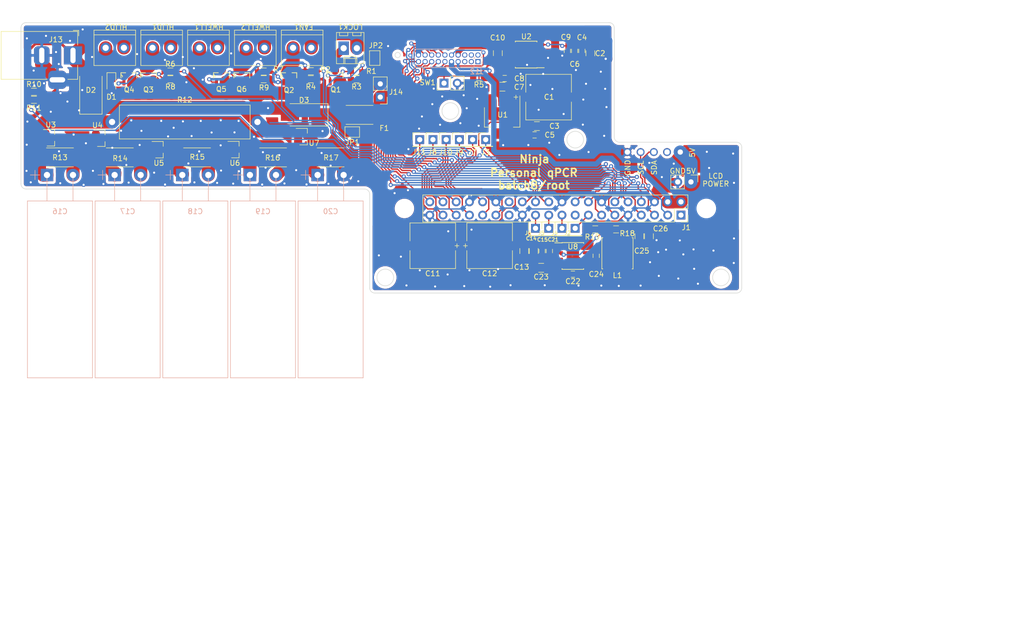
<source format=kicad_pcb>
(kicad_pcb (version 20171130) (host pcbnew "(5.1.6-0-10_14)")
  (layers (0 F.Cu signal) (31 B.Cu signal) (34 B.Paste user) (35 F.Paste user) (36 B.SilkS user) (37 F.SilkS user) (38 B.Mask user) (39 F.Mask user) (44 Edge.Cuts user))
  (net 0 "")
  (net 1 12V)
  (net 2 GND)
  (net 3 3V3A)
  (net 4 3V3D)
  (net 5 5V_UPS)
  (net 6 12V_BD_VIN)
  (net 7 /SheetSupercap/BD_BOOT)
  (net 8 /SheetSupercap/BD_SW)
  (net 9 I2C_SCL)
  (net 10 I2C_SDA)
  (net 11 THERM_R_SWITCH)
  (net 12 MUX_SELECT)
  (net 13 MUX_S3)
  (net 14 AMP_GAIN_SW)
  (net 15 MUX_S2)
  (net 16 MUX_S1)
  (net 17 ADC_DRDY)
  (net 18 MUX_S0)
  (net 19 "Net-(Q1-Pad1)")
  (net 20 "Net-(Q2-Pad1)")
  (net 21 "Net-(Q3-Pad1)")
  (net 22 VIN_SENSE)
  (net 23 /SheetSupercap/BD_FB)
  (net 24 "Net-(C18-Pad2)")
  (net 25 "Net-(FAN1-Pad2)")
  (net 26 "Net-(HLID1-Pad2)")
  (net 27 "Net-(HWELL1-Pad2)")
  (net 28 /FAN)
  (net 29 /WELL_HEATER)
  (net 30 /LID_HEATER)
  (net 31 "Net-(D2-Pad1)")
  (net 32 DOPEN)
  (net 33 DLOCK)
  (net 34 "Net-(C19-Pad2)")
  (net 35 /GPIO29)
  (net 36 /GPIO13)
  (net 37 /GPIO26)
  (net 38 /GPIO22)
  (net 39 /GPIO28)
  (net 40 /GPIO25)
  (net 41 /GPIO12)
  (net 42 /GPIO14)
  (net 43 /GPIO3)
  (net 44 "Net-(HLID2-Pad2)")
  (net 45 "Net-(HWELL2-Pad2)")
  (net 46 "Net-(C9-Pad1)")
  (net 47 "Net-(C16-Pad2)")
  (net 48 "Net-(C16-Pad1)")
  (net 49 "Net-(C17-Pad2)")
  (net 50 "Net-(C22-Pad1)")
  (net 51 "Net-(C23-Pad1)")
  (net 52 "Net-(Q5-Pad1)")
  (net 53 /GPIO5)
  (net 54 "Net-(LOCK1-Pad1)")
  (module Ninja-qPCR:Raspberry_Pi_3A+_3B+_4B_FaceDown_TopOnly (layer F.Cu) (at 184.31 80.01 270)
    (fp_text reference J1 (at 2.39 -1.01) (layer F.SilkS))
    (fp_text value Raspberry_Pi_3A_Plus_wpi)
    (pad 6 thru_hole oval (at -2.54 5.08 270) (size 1.7 1.7) (drill 1) (layers *.Cu *.Mask) (net 2 GND))
    (pad 3 thru_hole oval (at 0 2.54 270) (size 1.7 1.7) (drill 1) (layers *.Cu *.Mask) (net 10 I2C_SDA))
    (pad 15 thru_hole oval (at 0 17.78 270) (size 1.7 1.7) (drill 1) (layers *.Cu *.Mask) (net 43 /GPIO3))
    (pad 16 thru_hole oval (at -2.54 17.78 270) (size 1.7 1.7) (drill 1) (layers *.Cu *.Mask) (net 18 MUX_S0))
    (pad 4 thru_hole oval (at -2.54 2.54 270) (size 1.7 1.7) (drill 1) (layers *.Cu *.Mask) (net 5 5V_UPS))
    (pad 5 thru_hole oval (at 0 5.08 270) (size 1.7 1.7) (drill 1) (layers *.Cu *.Mask) (net 9 I2C_SCL))
    (pad 2 thru_hole oval (at -2.54 0 270) (size 1.7 1.7) (drill 1) (layers *.Cu *.Mask) (net 5 5V_UPS))
    (pad 1 thru_hole rect (at 0 0 270) (size 1.7 1.7) (drill 1) (layers *.Cu *.Mask))
    (pad 23 thru_hole oval (at 0 27.94 270) (size 1.7 1.7) (drill 1) (layers *.Cu *.Mask) (net 42 /GPIO14))
    (pad 24 thru_hole oval (at -2.54 27.94 270) (size 1.7 1.7) (drill 1) (layers *.Cu *.Mask) (net 17 ADC_DRDY))
    (pad 11 thru_hole oval (at 0 12.7 270) (size 1.7 1.7) (drill 1) (layers *.Cu *.Mask) (net 22 VIN_SENSE))
    (pad 12 thru_hole oval (at -2.54 12.7 270) (size 1.7 1.7) (drill 1) (layers *.Cu *.Mask) (net 16 MUX_S1))
    (pad 27 thru_hole oval (at 0 33.02 270) (size 1.7 1.7) (drill 1) (layers *.Cu *.Mask))
    (pad 28 thru_hole oval (at -2.54 33.02 270) (size 1.7 1.7) (drill 1) (layers *.Cu *.Mask))
    (pad 13 thru_hole oval (at 0 15.24 270) (size 1.7 1.7) (drill 1) (layers *.Cu *.Mask) (net 30 /LID_HEATER))
    (pad 14 thru_hole oval (at -2.54 15.24 270) (size 1.7 1.7) (drill 1) (layers *.Cu *.Mask) (net 2 GND))
    (pad 9 thru_hole oval (at 0 10.16 270) (size 1.7 1.7) (drill 1) (layers *.Cu *.Mask) (net 2 GND))
    (pad 10 thru_hole oval (at -2.54 10.16 270) (size 1.7 1.7) (drill 1) (layers *.Cu *.Mask) (net 15 MUX_S2))
    (pad 19 thru_hole oval (at 0 22.86 270) (size 1.7 1.7) (drill 1) (layers *.Cu *.Mask) (net 41 /GPIO12))
    (pad 20 thru_hole oval (at -2.54 22.86 270) (size 1.7 1.7) (drill 1) (layers *.Cu *.Mask) (net 2 GND))
    (pad 37 thru_hole oval (at 0 45.72 270) (size 1.7 1.7) (drill 1) (layers *.Cu *.Mask) (net 40 /GPIO25))
    (pad 38 thru_hole oval (at -2.54 45.72 270) (size 1.7 1.7) (drill 1) (layers *.Cu *.Mask) (net 39 /GPIO28))
    (pad 33 thru_hole oval (at 0 40.64 270) (size 1.7 1.7) (drill 1) (layers *.Cu *.Mask) (net 29 /WELL_HEATER))
    (pad 34 thru_hole oval (at -2.54 40.64 270) (size 1.7 1.7) (drill 1) (layers *.Cu *.Mask) (net 2 GND))
    (pad 35 thru_hole oval (at 0 43.18 270) (size 1.7 1.7) (drill 1) (layers *.Cu *.Mask) (net 32 DOPEN))
    (pad 36 thru_hole oval (at -2.54 43.18 270) (size 1.7 1.7) (drill 1) (layers *.Cu *.Mask) (net 33 DLOCK))
    (pad 17 thru_hole oval (at 0 20.32 270) (size 1.7 1.7) (drill 1) (layers *.Cu *.Mask))
    (pad 18 thru_hole oval (at -2.54 20.32 270) (size 1.7 1.7) (drill 1) (layers *.Cu *.Mask) (net 53 /GPIO5))
    (pad 31 thru_hole oval (at 0 38.1 270) (size 1.7 1.7) (drill 1) (layers *.Cu *.Mask) (net 38 /GPIO22))
    (pad 32 thru_hole oval (at -2.54 38.1 270) (size 1.7 1.7) (drill 1) (layers *.Cu *.Mask) (net 37 /GPIO26))
    (pad 7 thru_hole oval (at 0 7.62 270) (size 1.7 1.7) (drill 1) (layers *.Cu *.Mask) (net 14 AMP_GAIN_SW))
    (pad 8 thru_hole oval (at -2.54 7.62 270) (size 1.7 1.7) (drill 1) (layers *.Cu *.Mask) (net 13 MUX_S3))
    (pad 29 thru_hole oval (at 0 35.56 270) (size 1.7 1.7) (drill 1) (layers *.Cu *.Mask) (net 28 /FAN))
    (pad 30 thru_hole oval (at -2.54 35.56 270) (size 1.7 1.7) (drill 1) (layers *.Cu *.Mask) (net 2 GND))
    (pad 21 thru_hole oval (at 0 25.4 270) (size 1.7 1.7) (drill 1) (layers *.Cu *.Mask) (net 36 /GPIO13))
    (pad 22 thru_hole oval (at -2.54 25.4 270) (size 1.7 1.7) (drill 1) (layers *.Cu *.Mask) (net 12 MUX_SELECT))
    (pad 25 thru_hole oval (at 0 30.48 270) (size 1.7 1.7) (drill 1) (layers *.Cu *.Mask) (net 2 GND))
    (pad 26 thru_hole oval (at -2.54 30.48 270) (size 1.7 1.7) (drill 1) (layers *.Cu *.Mask) (net 11 THERM_R_SWITCH))
    (pad 39 thru_hole oval (at 0 48.26 270) (size 1.7 1.7) (drill 1) (layers *.Cu *.Mask) (net 2 GND))
    (pad 40 thru_hole oval (at -2.54 48.26 270) (size 1.7 1.7) (drill 1) (layers *.Cu *.Mask) (net 35 /GPIO29))
    (pad "" np_thru_hole circle (at -1.27 -4.87) (size 2.75 2.75) (drill 2.75) (layers *.Cu *.Mask))
    (pad "" np_thru_hole circle (at -1.27 53.13) (size 2.75 2.75) (drill 2.75) (layers *.Cu *.Mask))
  )
  (module Resistors_SMD:R_2512_HandSoldering (layer F.Cu) (at 122.555 60.7346 180)
    (fp_text reference F1 (at -4.745 -2.5654) (layer F.SilkS))
    (fp_text value Fuse)
    (pad 1 smd rect (at -3.95 0 180) (size 2.7 3.2) (layers F.Cu F.Paste F.Mask) (net 6 12V_BD_VIN))
    (pad 2 smd rect (at 3.95 0 180) (size 2.7 3.2) (layers F.Cu F.Paste F.Mask) (net 31 "Net-(D2-Pad1)"))
  )
  (module Capacitors_SMD:C_0805_HandSoldering (layer F.Cu) (at 166.9058 48.895 270)
    (fp_text reference C2 (at 0.025 -1.8842 180) (layer F.SilkS))
    (fp_text value 4.7uF)
    (pad 1 smd rect (at -1.25 0 270) (size 1.5 1.25) (layers F.Cu F.Paste F.Mask) (net 1 12V))
    (pad 2 smd rect (at 1.25 0 270) (size 1.5 1.25) (layers F.Cu F.Paste F.Mask) (net 2 GND))
  )
  (module Capacitors_SMD:C_0603_HandSoldering (layer F.Cu) (at 163.8832 48.4378 270)
    (fp_text reference C6 (at 2.5422 -0.0168 180) (layer F.SilkS))
    (fp_text value 0.01uF)
    (pad 2 smd rect (at 0.95 0 270) (size 1.2 0.75) (layers F.Cu F.Paste F.Mask) (net 2 GND))
    (pad 1 smd rect (at -0.95 0 270) (size 1.2 0.75) (layers F.Cu F.Paste F.Mask) (net 1 12V))
  )
  (module Capacitors_SMD:C_0805_HandSoldering (layer F.Cu) (at 149.1258 48.875 270)
    (fp_text reference C10 (at -2.975 0.0258 180) (layer F.SilkS))
    (fp_text value 4.7uF)
    (pad 2 smd rect (at 1.25 0 270) (size 1.5 1.25) (layers F.Cu F.Paste F.Mask) (net 2 GND))
    (pad 1 smd rect (at -1.25 0 270) (size 1.5 1.25) (layers F.Cu F.Paste F.Mask) (net 3 3V3A))
  )
  (module Capacitors_SMD:C_0805_HandSoldering (layer F.Cu) (at 156.6342 62.9014)
    (fp_text reference C3 (at 3.3658 -0.0014) (layer F.SilkS))
    (fp_text value 22uF)
    (pad 2 smd rect (at 1.25 0) (size 1.5 1.25) (layers F.Cu F.Paste F.Mask) (net 2 GND))
    (pad 1 smd rect (at -1.25 0) (size 1.5 1.25) (layers F.Cu F.Paste F.Mask) (net 1 12V))
  )
  (module Capacitors_SMD:C_0805_HandSoldering (layer F.Cu) (at 150.0148 55.3212)
    (fp_text reference C7 (at 3.2052 0.0688 180) (layer F.SilkS))
    (fp_text value 22uF)
    (pad 2 smd rect (at 1.25 0) (size 1.5 1.25) (layers F.Cu F.Paste F.Mask) (net 2 GND))
    (pad 1 smd rect (at -1.25 0) (size 1.5 1.25) (layers F.Cu F.Paste F.Mask) (net 4 3V3D))
  )
  (module Capacitors_SMD:C_0805_HandSoldering (layer F.Cu) (at 154.2034 86.922 270)
    (fp_text reference C13 (at 3.078 0.5034) (layer F.SilkS))
    (fp_text value 4.7uF)
    (pad 2 smd rect (at 1.25 0 270) (size 1.5 1.25) (layers F.Cu F.Paste F.Mask) (net 2 GND))
    (pad 1 smd rect (at -1.25 0 270) (size 1.5 1.25) (layers F.Cu F.Paste F.Mask) (net 6 12V_BD_VIN))
  )
  (module Capacitors_SMD:C_0805_HandSoldering (layer F.Cu) (at 156.0322 86.922 270)
    (fp_text reference C14 (at -2.412 0.4722 180) (layer F.SilkS) (effects (font (size 0.7 0.7))))
    (fp_text value 4.7uF)
    (pad 2 smd rect (at 1.25 0 270) (size 1.5 1.25) (layers F.Cu F.Paste F.Mask) (net 2 GND))
    (pad 1 smd rect (at -1.25 0 270) (size 1.5 1.25) (layers F.Cu F.Paste F.Mask) (net 6 12V_BD_VIN))
  )
  (module Capacitors_SMD:C_0603_HandSoldering (layer F.Cu) (at 159.0294 86.922 270)
    (fp_text reference C21 (at -2.202 -0.7306 180) (layer F.SilkS) (effects (font (size 0.7 0.7))))
    (fp_text value 0.01uF)
    (pad 2 smd rect (at 0.95 0 270) (size 1.2 0.75) (layers F.Cu F.Paste F.Mask) (net 2 GND))
    (pad 1 smd rect (at -0.95 0 270) (size 1.2 0.75) (layers F.Cu F.Paste F.Mask) (net 6 12V_BD_VIN))
  )
  (module Capacitors_SMD:C_0805_HandSoldering (layer F.Cu) (at 157.4546 90.1478 180)
    (fp_text reference C23 (at 0 -1.75) (layer F.SilkS))
    (fp_text value 4.7uF)
    (pad 1 smd rect (at -1.25 0 180) (size 1.5 1.25) (layers F.Cu F.Paste F.Mask) (net 51 "Net-(C23-Pad1)"))
    (pad 2 smd rect (at 1.25 0 180) (size 1.5 1.25) (layers F.Cu F.Paste F.Mask) (net 2 GND))
  )
  (module Capacitors_SMD:C_0805_HandSoldering (layer F.Cu) (at 176.3268 84.0772 270)
    (fp_text reference C25 (at 2.8128 -0.4532 180) (layer F.SilkS))
    (fp_text value 22uF)
    (pad 1 smd rect (at -1.25 0 270) (size 1.5 1.25) (layers F.Cu F.Paste F.Mask) (net 5 5V_UPS))
    (pad 2 smd rect (at 1.25 0 270) (size 1.5 1.25) (layers F.Cu F.Paste F.Mask) (net 2 GND))
  )
  (module Capacitors_SMD:C_0805_HandSoldering (layer F.Cu) (at 178.1556 84.0772 270)
    (fp_text reference C26 (at -1.4572 -2.2444 180) (layer F.SilkS))
    (fp_text value 22uF)
    (pad 2 smd rect (at 1.25 0 270) (size 1.5 1.25) (layers F.Cu F.Paste F.Mask) (net 2 GND))
    (pad 1 smd rect (at -1.25 0 270) (size 1.5 1.25) (layers F.Cu F.Paste F.Mask) (net 5 5V_UPS))
  )
  (module Connector_BarrelJack:BarrelJack_Horizontal (layer F.Cu) (at 67.5 49.3)
    (fp_text reference J13 (at -3.31 -3.04) (layer F.SilkS))
    (fp_text value Barrel_Jack_Switch)
    (pad 1 thru_hole rect (at 0 0) (size 3.5 3.5) (drill oval 1 3) (layers *.Cu *.Mask) (net 1 12V))
    (pad 2 thru_hole roundrect (at -6 0) (size 3 3.5) (drill oval 1 3) (layers *.Cu *.Mask) (net 2 GND))
    (pad 3 thru_hole roundrect (at -3 4.7) (size 3.5 3.5) (drill oval 3 1) (layers *.Cu *.Mask) (net 2 GND))
  )
  (module Pin_Headers:Pin_Header_Straight_1x02_Pitch2.54mm (layer F.Cu) (at 126.54 57.32 180)
    (fp_text reference J14 (at -3.02 0.98) (layer F.SilkS))
    (fp_text value Conn_01x02_Male)
    (pad 2 thru_hole oval (at 0 2.54 180) (size 1.7 1.7) (drill 1) (layers *.Cu *.Mask) (net 2 GND))
    (pad 1 thru_hole rect (at 0 0 180) (size 1.7 1.7) (drill 1) (layers *.Cu *.Mask) (net 6 12V_BD_VIN))
  )
  (module Jumper:SolderJumper-2_P1.3mm_Open_TrianglePad1.0x1.5mm (layer F.Cu) (at 121.158 64.0366)
    (fp_text reference JP1 (at 0.042 1.9634) (layer F.SilkS))
    (fp_text value Jumper)
    (pad 1 smd custom (at -0.725 0) (size 0.3 0.3) (layers F.Cu F.Mask) (net 31 "Net-(D2-Pad1)") (options (clearance outline) (anchor rect)) (primitives (gr_poly (pts (xy -0.5 -0.75) (xy 0.5 -0.75) (xy 1 0) (xy 0.5 0.75) (xy -0.5 0.75)) (width 0))))
    (pad 2 smd custom (at 0.725 0) (size 0.3 0.3) (layers F.Cu F.Mask) (net 6 12V_BD_VIN) (options (clearance outline) (anchor rect)) (primitives (gr_poly (pts (xy -0.65 -0.75) (xy 0.5 -0.75) (xy 0.5 0.75) (xy -0.65 0.75) (xy -0.15 0)) (width 0))))
  )
  (module Ninja-qPCR:SOT95P240X112-3N (layer F.Cu) (at 82.0166 53.3489 90)
    (fp_text reference Q3 (at -2.5511 -0.0166 180) (layer F.SilkS))
    (fp_text value Q_NMOS_GSD)
    (pad 3 smd rect (at 1.0922 0 90) (size 1.3208 0.5588) (layers F.Cu F.Paste F.Mask) (net 26 "Net-(HLID1-Pad2)"))
    (pad 2 smd rect (at -1.0922 0.9398 90) (size 1.3208 0.5588) (layers F.Cu F.Paste F.Mask) (net 2 GND))
    (pad 1 smd rect (at -1.0922 -0.9398 90) (size 1.3208 0.5588) (layers F.Cu F.Paste F.Mask) (net 21 "Net-(Q3-Pad1)"))
  )
  (module Ninja-qPCR:SOT95P240X112-3N (layer F.Cu) (at 108.966 53.3489 90)
    (fp_text reference Q2 (at -2.6511 0.034 180) (layer F.SilkS))
    (fp_text value Q_NMOS_GSD)
    (pad 1 smd rect (at -1.0922 -0.9398 90) (size 1.3208 0.5588) (layers F.Cu F.Paste F.Mask) (net 20 "Net-(Q2-Pad1)"))
    (pad 2 smd rect (at -1.0922 0.9398 90) (size 1.3208 0.5588) (layers F.Cu F.Paste F.Mask) (net 2 GND))
    (pad 3 smd rect (at 1.0922 0 90) (size 1.3208 0.5588) (layers F.Cu F.Paste F.Mask) (net 25 "Net-(FAN1-Pad2)"))
  )
  (module Ninja-qPCR:SOT95P240X112-3N (layer F.Cu) (at 96.0247 53.3489 90)
    (fp_text reference Q5 (at -2.4511 -0.0247 180) (layer F.SilkS))
    (fp_text value Q_NMOS_GSD)
    (pad 1 smd rect (at -1.0922 -0.9398 90) (size 1.3208 0.5588) (layers F.Cu F.Paste F.Mask) (net 52 "Net-(Q5-Pad1)"))
    (pad 2 smd rect (at -1.0922 0.9398 90) (size 1.3208 0.5588) (layers F.Cu F.Paste F.Mask) (net 2 GND))
    (pad 3 smd rect (at 1.0922 0 90) (size 1.3208 0.5588) (layers F.Cu F.Paste F.Mask) (net 27 "Net-(HWELL1-Pad2)"))
  )
  (module Resistors_SMD:R_0603_HandSoldering (layer F.Cu) (at 86.2076 52.4091)
    (fp_text reference R6 (at 0 -1.45) (layer F.SilkS))
    (fp_text value 150)
    (pad 2 smd rect (at 1.1 0) (size 1.2 0.9) (layers F.Cu F.Paste F.Mask) (net 30 /LID_HEATER))
    (pad 1 smd rect (at -1.1 0) (size 1.2 0.9) (layers F.Cu F.Paste F.Mask) (net 21 "Net-(Q3-Pad1)"))
  )
  (module Resistors_SMD:R_0603_HandSoldering (layer F.Cu) (at 113.2078 52.3494)
    (fp_text reference R2 (at 2.8022 -0.3394 180) (layer F.SilkS))
    (fp_text value 150)
    (pad 2 smd rect (at 1.1 0) (size 1.2 0.9) (layers F.Cu F.Paste F.Mask) (net 28 /FAN))
    (pad 1 smd rect (at -1.1 0) (size 1.2 0.9) (layers F.Cu F.Paste F.Mask) (net 20 "Net-(Q2-Pad1)"))
  )
  (module Resistors_SMD:R_0603_HandSoldering (layer F.Cu) (at 86.2076 53.895 180)
    (fp_text reference R8 (at 0 -1.45) (layer F.SilkS))
    (fp_text value 47k)
    (pad 2 smd rect (at 1.1 0 180) (size 1.2 0.9) (layers F.Cu F.Paste F.Mask) (net 21 "Net-(Q3-Pad1)"))
    (pad 1 smd rect (at -1.1 0 180) (size 1.2 0.9) (layers F.Cu F.Paste F.Mask) (net 2 GND))
  )
  (module Resistors_SMD:R_0603_HandSoldering (layer F.Cu) (at 113.1951 53.8823 180)
    (fp_text reference R4 (at 0 -1.45) (layer F.SilkS))
    (fp_text value 47k)
    (pad 1 smd rect (at -1.1 0 180) (size 1.2 0.9) (layers F.Cu F.Paste F.Mask) (net 2 GND))
    (pad 2 smd rect (at 1.1 0 180) (size 1.2 0.9) (layers F.Cu F.Paste F.Mask) (net 20 "Net-(Q2-Pad1)"))
  )
  (module Resistors_SMD:R_0603_HandSoldering (layer F.Cu) (at 104.1527 52.4091)
    (fp_text reference R7 (at 2.8173 -0.4191 180) (layer F.SilkS))
    (fp_text value 150)
    (pad 1 smd rect (at -1.1 0) (size 1.2 0.9) (layers F.Cu F.Paste F.Mask) (net 52 "Net-(Q5-Pad1)"))
    (pad 2 smd rect (at 1.1 0) (size 1.2 0.9) (layers F.Cu F.Paste F.Mask) (net 29 /WELL_HEATER))
  )
  (module Resistors_SMD:R_0603_HandSoldering (layer F.Cu) (at 104.14 53.8823 180)
    (fp_text reference R9 (at -0.06 -1.6277) (layer F.SilkS))
    (fp_text value 47k)
    (pad 2 smd rect (at 1.1 0 180) (size 1.2 0.9) (layers F.Cu F.Paste F.Mask) (net 52 "Net-(Q5-Pad1)"))
    (pad 1 smd rect (at -1.1 0 180) (size 1.2 0.9) (layers F.Cu F.Paste F.Mask) (net 2 GND))
  )
  (module Resistors_SMD:R_0603_HandSoldering (layer F.Cu) (at 60 56.308)
    (fp_text reference R10 (at 0 -1.45) (layer F.SilkS))
    (fp_text value 47k)
    (pad 1 smd rect (at -1.1 0) (size 1.2 0.9) (layers F.Cu F.Paste F.Mask) (net 1 12V))
    (pad 2 smd rect (at 1.1 0) (size 1.2 0.9) (layers F.Cu F.Paste F.Mask) (net 22 VIN_SENSE))
  )
  (module Resistors_SMD:R_0603_HandSoldering (layer F.Cu) (at 60 57.832)
    (fp_text reference R11 (at 0 1.568) (layer F.SilkS))
    (fp_text value 10k)
    (pad 2 smd rect (at 1.1 0) (size 1.2 0.9) (layers F.Cu F.Paste F.Mask) (net 2 GND))
    (pad 1 smd rect (at -1.1 0) (size 1.2 0.9) (layers F.Cu F.Paste F.Mask) (net 22 VIN_SENSE))
  )
  (module Resistors_ThroughHole:R_Axial_Power_L25.0mm_W6.4mm_P27.94mm (layer F.Cu) (at 75.0062 62.1062)
    (fp_text reference R12 (at 13.97 -4.26) (layer F.SilkS))
    (fp_text value "8.2Ω 3W")
    (pad 2 thru_hole oval (at 27.94 0) (size 2.4 2.4) (drill 1.2) (layers *.Cu *.Mask) (net 31 "Net-(D2-Pad1)"))
    (pad 1 thru_hole circle (at 0 0) (size 2.4 2.4) (drill 1.2) (layers *.Cu *.Mask) (net 48 "Net-(C16-Pad1)"))
  )
  (module Resistors_SMD:R_2512_HandSoldering (layer F.Cu) (at 65 68.9134 180)
    (fp_text reference R13 (at 0 -0.0166) (layer F.SilkS))
    (fp_text value 1k2W)
    (pad 1 smd rect (at -3.95 0 180) (size 2.7 3.2) (layers F.Cu F.Paste F.Mask) (net 47 "Net-(C16-Pad2)"))
    (pad 2 smd rect (at 3.95 0 180) (size 2.7 3.2) (layers F.Cu F.Paste F.Mask) (net 48 "Net-(C16-Pad1)"))
  )
  (module Resistors_SMD:R_2512_HandSoldering (layer F.Cu) (at 76.5 68.9134 180)
    (fp_text reference R14 (at -0.06 -0.1966) (layer F.SilkS))
    (fp_text value 1k2W)
    (pad 2 smd rect (at 3.95 0 180) (size 2.7 3.2) (layers F.Cu F.Paste F.Mask) (net 47 "Net-(C16-Pad2)"))
    (pad 1 smd rect (at -3.95 0 180) (size 2.7 3.2) (layers F.Cu F.Paste F.Mask) (net 49 "Net-(C17-Pad2)"))
  )
  (module Resistors_SMD:R_2512_HandSoldering (layer F.Cu) (at 91.3384 68.9134 180)
    (fp_text reference R15 (at -0.0416 0.0634) (layer F.SilkS))
    (fp_text value 1k2W)
    (pad 1 smd rect (at -3.95 0 180) (size 2.7 3.2) (layers F.Cu F.Paste F.Mask) (net 24 "Net-(C18-Pad2)"))
    (pad 2 smd rect (at 3.95 0 180) (size 2.7 3.2) (layers F.Cu F.Paste F.Mask) (net 49 "Net-(C17-Pad2)"))
  )
  (module Resistors_SMD:R_2512_HandSoldering (layer F.Cu) (at 105.9434 68.9134 180)
    (fp_text reference R16 (at 0.0834 -0.0766) (layer F.SilkS))
    (fp_text value 1k2W)
    (pad 2 smd rect (at 3.95 0 180) (size 2.7 3.2) (layers F.Cu F.Paste F.Mask) (net 24 "Net-(C18-Pad2)"))
    (pad 1 smd rect (at -3.95 0 180) (size 2.7 3.2) (layers F.Cu F.Paste F.Mask) (net 34 "Net-(C19-Pad2)"))
  )
  (module Resistors_SMD:R_2512_HandSoldering (layer F.Cu) (at 117 68.9134 180)
    (fp_text reference R17 (at -0.08 -0.0566 180) (layer F.SilkS))
    (fp_text value 1k2W)
    (pad 1 smd rect (at -3.95 0 180) (size 2.7 3.2) (layers F.Cu F.Paste F.Mask) (net 2 GND))
    (pad 2 smd rect (at 3.95 0 180) (size 2.7 3.2) (layers F.Cu F.Paste F.Mask) (net 34 "Net-(C19-Pad2)"))
  )
  (module Resistors_SMD:R_0603_HandSoldering (layer F.Cu) (at 171.847 82.7588 180)
    (fp_text reference R18 (at -2.153 -0.7812 180) (layer F.SilkS))
    (fp_text value 261k)
    (pad 2 smd rect (at 1.1 0 180) (size 1.2 0.9) (layers F.Cu F.Paste F.Mask) (net 23 /SheetSupercap/BD_FB))
    (pad 1 smd rect (at -1.1 0 180) (size 1.2 0.9) (layers F.Cu F.Paste F.Mask) (net 5 5V_UPS))
  )
  (module Resistors_SMD:R_0603_HandSoldering (layer F.Cu) (at 167.847 82.7588 180)
    (fp_text reference R19 (at 0.547 -1.4412) (layer F.SilkS))
    (fp_text value 47k)
    (pad 2 smd rect (at 1.1 0 180) (size 1.2 0.9) (layers F.Cu F.Paste F.Mask) (net 2 GND))
    (pad 1 smd rect (at -1.1 0 180) (size 1.2 0.9) (layers F.Cu F.Paste F.Mask) (net 23 /SheetSupercap/BD_FB))
  )
  (module Housings_SOIC:SOIC-8-1EP_3.9x4.9mm_Pitch1.27mm (layer F.Cu) (at 154.5614 49.149 180)
    (fp_text reference U2 (at -0.0486 3.469 180) (layer F.SilkS))
    (fp_text value AP2210K-3.3TRG1)
    (pad 1 smd rect (at -2.7 -1.905 180) (size 1.55 0.6) (layers F.Cu F.Paste F.Mask) (net 1 12V))
    (pad 2 smd rect (at -2.7 -0.635 180) (size 1.55 0.6) (layers F.Cu F.Paste F.Mask) (net 2 GND))
    (pad 3 smd rect (at -2.7 0.635 180) (size 1.55 0.6) (layers F.Cu F.Paste F.Mask) (net 1 12V))
    (pad 4 smd rect (at -2.7 1.905 180) (size 1.55 0.6) (layers F.Cu F.Paste F.Mask) (net 46 "Net-(C9-Pad1)"))
    (pad 5 smd rect (at 2.7 1.905 180) (size 1.55 0.6) (layers F.Cu F.Paste F.Mask) (net 3 3V3A))
    (pad 6 smd rect (at 2.7 0.635 180) (size 1.55 0.6) (layers F.Cu F.Paste F.Mask))
    (pad 7 smd rect (at 2.7 -0.635 180) (size 1.55 0.6) (layers F.Cu F.Paste F.Mask))
    (pad 8 smd rect (at 2.7 -1.905 180) (size 1.55 0.6) (layers F.Cu F.Paste F.Mask))
    (pad 9 smd rect (at 0.5875 0.5875 180) (size 1.175 1.175) (layers F.Cu F.Paste F.Mask))
    (pad 9 smd rect (at 0.5875 -0.5875 180) (size 1.175 1.175) (layers F.Cu F.Paste F.Mask))
    (pad 9 smd rect (at -0.5875 0.5875 180) (size 1.175 1.175) (layers F.Cu F.Paste F.Mask))
    (pad 9 smd rect (at -0.5875 -0.5875 180) (size 1.175 1.175) (layers F.Cu F.Paste F.Mask))
  )
  (module TO_SOT_Packages_SMD:SOT-223 (layer F.Cu) (at 149.96 61.19 270)
    (fp_text reference U1 (at -0.46 -0.1 180) (layer F.SilkS))
    (fp_text value CJT1117-3.3)
    (pad 4 smd rect (at 3.15 0 270) (size 2 3.8) (layers F.Cu F.Paste F.Mask))
    (pad 2 smd rect (at -3.15 0 270) (size 2 1.5) (layers F.Cu F.Paste F.Mask) (net 4 3V3D))
    (pad 3 smd rect (at -3.15 2.3 270) (size 2 1.5) (layers F.Cu F.Paste F.Mask) (net 1 12V))
    (pad 1 smd rect (at -3.15 -2.3 270) (size 2 1.5) (layers F.Cu F.Paste F.Mask) (net 2 GND))
  )
  (module Housings_SOIC:SOIC-8-1EP_3.9x4.9mm_Pitch1.27mm (layer F.Cu) (at 163.5448 87.8754)
    (fp_text reference U8 (at 0 -1.7754) (layer F.SilkS))
    (fp_text value BD9D320EFJ-E2)
    (pad 9 smd rect (at -0.5875 -0.5875) (size 1.175 1.175) (layers F.Cu F.Paste F.Mask) (net 2 GND))
    (pad 9 smd rect (at -0.5875 0.5875) (size 1.175 1.175) (layers F.Cu F.Paste F.Mask) (net 2 GND))
    (pad 9 smd rect (at 0.5875 -0.5875) (size 1.175 1.175) (layers F.Cu F.Paste F.Mask) (net 2 GND))
    (pad 9 smd rect (at 0.5875 0.5875) (size 1.175 1.175) (layers F.Cu F.Paste F.Mask) (net 2 GND))
    (pad 8 smd rect (at 2.7 -1.905) (size 1.55 0.6) (layers F.Cu F.Paste F.Mask) (net 6 12V_BD_VIN))
    (pad 7 smd rect (at 2.7 -0.635) (size 1.55 0.6) (layers F.Cu F.Paste F.Mask) (net 7 /SheetSupercap/BD_BOOT))
    (pad 6 smd rect (at 2.7 0.635) (size 1.55 0.6) (layers F.Cu F.Paste F.Mask) (net 8 /SheetSupercap/BD_SW))
    (pad 5 smd rect (at 2.7 1.905) (size 1.55 0.6) (layers F.Cu F.Paste F.Mask) (net 2 GND))
    (pad 4 smd rect (at -2.7 1.905) (size 1.55 0.6) (layers F.Cu F.Paste F.Mask) (net 50 "Net-(C22-Pad1)"))
    (pad 3 smd rect (at -2.7 0.635) (size 1.55 0.6) (layers F.Cu F.Paste F.Mask) (net 51 "Net-(C23-Pad1)"))
    (pad 2 smd rect (at -2.7 -0.635) (size 1.55 0.6) (layers F.Cu F.Paste F.Mask) (net 23 /SheetSupercap/BD_FB))
    (pad 1 smd rect (at -2.7 -1.905) (size 1.55 0.6) (layers F.Cu F.Paste F.Mask) (net 6 12V_BD_VIN))
  )
  (module Ninja-qPCR:TB_SeeedOPL_320110028 (layer F.Cu) (at 113.28 47.85 180)
    (fp_text reference FAN1 (at 1.48 4.05 180 unlocked) (layer F.SilkS))
    (fp_text value Screw_Terminal_01x02)
    (pad 1 thru_hole circle (at 0 0 180) (size 2 2) (drill 1.2) (layers *.Cu *.Mask) (net 1 12V))
    (pad 2 thru_hole circle (at 3.5 0 180) (size 2 2) (drill 1.2) (layers *.Cu *.Mask) (net 25 "Net-(FAN1-Pad2)"))
  )
  (module Ninja-qPCR:TB_SeeedOPL_320110028 (layer F.Cu) (at 86.28 47.85 180)
    (fp_text reference HLID1 (at 1.48 4.05 180 unlocked) (layer F.SilkS))
    (fp_text value Screw_Terminal_01x02)
    (pad 2 thru_hole circle (at 3.5 0 180) (size 2 2) (drill 1.2) (layers *.Cu *.Mask) (net 26 "Net-(HLID1-Pad2)"))
    (pad 1 thru_hole circle (at 0 0 180) (size 2 2) (drill 1.2) (layers *.Cu *.Mask) (net 1 12V))
  )
  (module Ninja-qPCR:TB_SeeedOPL_320110028 (layer F.Cu) (at 95.28 47.85 180)
    (fp_text reference HWELL1 (at 1.68 4.05 180 unlocked) (layer F.SilkS))
    (fp_text value Screw_Terminal_01x02)
    (pad 1 thru_hole circle (at 0 0 180) (size 2 2) (drill 1.2) (layers *.Cu *.Mask) (net 1 12V))
    (pad 2 thru_hole circle (at 3.5 0 180) (size 2 2) (drill 1.2) (layers *.Cu *.Mask) (net 27 "Net-(HWELL1-Pad2)"))
  )
  (module Ninja-qPCR:TB_SeeedOPL_320110028 (layer F.Cu) (at 104.28 47.85 180)
    (fp_text reference HWELL2 (at 1.68 4.05 180 unlocked) (layer F.SilkS))
    (fp_text value Screw_Terminal_01x02)
    (pad 2 thru_hole circle (at 3.5 0 180) (size 2 2) (drill 1.2) (layers *.Cu *.Mask) (net 45 "Net-(HWELL2-Pad2)"))
    (pad 1 thru_hole circle (at 0 0 180) (size 2 2) (drill 1.2) (layers *.Cu *.Mask) (net 1 12V))
  )
  (module Pin_Headers:Pin_Header_Straight_1x02_Pitch2.54mm (layer F.Cu) (at 186.2328 73.6378 270)
    (fp_text reference LCD1_POWER1 hide)
    (fp_text value Conn_01x02_Male)
    (pad 2 thru_hole oval (at 0 2.54 270) (size 1.7 1.7) (drill 1) (layers *.Cu *.Mask) (net 2 GND))
    (pad 1 thru_hole rect (at 0 0 270) (size 1.7 1.7) (drill 1) (layers *.Cu *.Mask) (net 5 5V_UPS))
  )
  (module Connectors_Molex:Molex_KK-6410-02_02x2.54mm_Straight (layer F.Cu) (at 119.5 47.92)
    (fp_text reference LOCK1 (at 1.3 -4.12 180 unlocked) (layer F.SilkS))
    (fp_text value Conn_01x02_Male)
    (pad 2 thru_hole oval (at 2.54 0) (size 2 2.6) (drill 1.2) (layers *.Cu *.Mask) (net 1 12V))
    (pad 1 thru_hole rect (at 0 0) (size 2 2.6) (drill 1.2) (layers *.Cu *.Mask) (net 54 "Net-(LOCK1-Pad1)"))
  )
  (module Ninja-qPCR:SOT95P240X112-3N (layer F.Cu) (at 117.856 53.3489 90)
    (fp_text reference Q1 (at -2.5511 0.144 180) (layer F.SilkS))
    (fp_text value Q_NMOS_GSD)
    (pad 1 smd rect (at -1.0922 -0.9398 90) (size 1.3208 0.5588) (layers F.Cu F.Paste F.Mask) (net 19 "Net-(Q1-Pad1)"))
    (pad 2 smd rect (at -1.0922 0.9398 90) (size 1.3208 0.5588) (layers F.Cu F.Paste F.Mask) (net 2 GND))
    (pad 3 smd rect (at 1.0922 0 90) (size 1.3208 0.5588) (layers F.Cu F.Paste F.Mask) (net 54 "Net-(LOCK1-Pad1)"))
  )
  (module Resistors_SMD:R_0603_HandSoldering (layer F.Cu) (at 145.5 53.5 180)
    (fp_text reference R5 (at 0 -1.45) (layer F.SilkS))
    (fp_text value 47k)
    (pad 2 smd rect (at 1.1 0 180) (size 1.2 0.9) (layers F.Cu F.Paste F.Mask) (net 32 DOPEN))
    (pad 1 smd rect (at -1.1 0 180) (size 1.2 0.9) (layers F.Cu F.Paste F.Mask) (net 4 3V3D))
  )
  (module Resistors_SMD:R_0603_HandSoldering (layer F.Cu) (at 121.9962 52.4091)
    (fp_text reference R1 (at 2.8338 -0.0791 180) (layer F.SilkS))
    (fp_text value 150)
    (pad 1 smd rect (at -1.1 0) (size 1.2 0.9) (layers F.Cu F.Paste F.Mask) (net 19 "Net-(Q1-Pad1)"))
    (pad 2 smd rect (at 1.1 0) (size 1.2 0.9) (layers F.Cu F.Paste F.Mask) (net 33 DLOCK))
  )
  (module Resistors_SMD:R_0603_HandSoldering (layer F.Cu) (at 121.9835 53.8823 180)
    (fp_text reference R3 (at 0 -1.45) (layer F.SilkS))
    (fp_text value 47k)
    (pad 2 smd rect (at 1.1 0 180) (size 1.2 0.9) (layers F.Cu F.Paste F.Mask) (net 19 "Net-(Q1-Pad1)"))
    (pad 1 smd rect (at -1.1 0 180) (size 1.2 0.9) (layers F.Cu F.Paste F.Mask) (net 2 GND))
  )
  (module Pin_Headers:Pin_Header_Straight_1x02_Pitch2.54mm (layer F.Cu) (at 138.79 54.64 90)
    (fp_text reference SW1 (at 0.13 -3.16 180) (layer F.SilkS))
    (fp_text value SW_Reed)
    (pad 2 thru_hole oval (at 0 2.54 90) (size 1.7 1.7) (drill 1) (layers *.Cu *.Mask) (net 2 GND))
    (pad 1 thru_hole rect (at 0 0 90) (size 1.7 1.7) (drill 1) (layers *.Cu *.Mask) (net 32 DOPEN))
  )
  (module Pin_Headers:Pin_Header_Straight_1x01_Pitch2.54mm (layer F.Cu) (at 163.95 82.69)
    (fp_text reference J2 (at -1.4 0.73 180) (layer F.SilkS) (effects (font (size 0.7 0.7))))
    (fp_text value Conn_01x01_Male)
    (pad 1 thru_hole rect (at 0.04 -0.14) (size 1.7 1.7) (drill 1) (layers *.Cu *.Mask) (net 43 /GPIO3))
  )
  (module Pin_Headers:Pin_Header_Straight_1x01_Pitch2.54mm (layer F.Cu) (at 161.45 82.68)
    (fp_text reference J4 (at -1.39 0.79 180) (layer F.SilkS) (effects (font (size 0.7 0.7))))
    (fp_text value Conn_01x01_Male)
    (pad 1 thru_hole rect (at 0 -0.13) (size 1.7 1.7) (drill 1) (layers *.Cu *.Mask) (net 41 /GPIO12))
  )
  (module Pin_Headers:Pin_Header_Straight_1x01_Pitch2.54mm (layer F.Cu) (at 158.91 82.67)
    (fp_text reference J5 (at -1.42 0.77 180) (layer F.SilkS) (effects (font (size 0.7 0.7))))
    (fp_text value Conn_01x01_Male)
    (pad 1 thru_hole rect (at 0 -0.12) (size 1.7 1.7) (drill 1) (layers *.Cu *.Mask) (net 36 /GPIO13))
  )
  (module Pin_Headers:Pin_Header_Straight_1x01_Pitch2.54mm (layer F.Cu) (at 156.36 82.67)
    (fp_text reference J6 (at -1.42 0.78 180) (layer F.SilkS) (effects (font (size 0.7 0.7))))
    (fp_text value Conn_01x01_Male)
    (pad 1 thru_hole rect (at 0.01 -0.12) (size 1.7 1.7) (drill 1) (layers *.Cu *.Mask) (net 42 /GPIO14))
  )
  (module Ninja-qPCR:UWX1E101MCL1GB (layer F.Cu) (at 158.8794 57.3278)
    (fp_text reference C1 (at 0.1006 -0.0178 180) (layer F.SilkS))
    (fp_text value 100uF hide)
    (pad 2 smd rect (at 3.2004 0) (size 3.9116 1.1938) (layers F.Cu F.Paste F.Mask) (net 2 GND))
    (pad 1 smd rect (at -3.2004 0) (size 3.9116 1.1938) (layers F.Cu F.Paste F.Mask) (net 1 12V))
  )
  (module Capacitors_SMD:C_0603_HandSoldering (layer F.Cu) (at 165.2802 48.4378 270)
    (fp_text reference C4 (at -2.5878 -0.0098 180) (layer F.SilkS))
    (fp_text value 0.1uF)
    (pad 2 smd rect (at 0.95 0 270) (size 1.2 0.75) (layers F.Cu F.Paste F.Mask) (net 2 GND))
    (pad 1 smd rect (at -0.95 0 270) (size 1.2 0.75) (layers F.Cu F.Paste F.Mask) (net 1 12V))
  )
  (module Capacitors_SMD:C_0603_HandSoldering (layer F.Cu) (at 156.187 64.5922)
    (fp_text reference C5 (at 2.913 0.0078) (layer F.SilkS))
    (fp_text value 0.1uF)
    (pad 2 smd rect (at 0.95 0) (size 1.2 0.75) (layers F.Cu F.Paste F.Mask) (net 2 GND))
    (pad 1 smd rect (at -0.95 0) (size 1.2 0.75) (layers F.Cu F.Paste F.Mask) (net 1 12V))
  )
  (module Capacitors_SMD:C_0603_HandSoldering (layer F.Cu) (at 150.4466 53.7464)
    (fp_text reference C8 (at 2.8134 0.0136) (layer F.SilkS))
    (fp_text value 0.1uF)
    (pad 1 smd rect (at -0.95 0) (size 1.2 0.75) (layers F.Cu F.Paste F.Mask) (net 4 3V3D))
    (pad 2 smd rect (at 0.95 0) (size 1.2 0.75) (layers F.Cu F.Paste F.Mask) (net 2 GND))
  )
  (module Ninja-qPCR:UWX1E101MCL1GB (layer F.Cu) (at 136.6266 85.906 180)
    (fp_text reference C11 (at 0 -5.344) (layer F.SilkS))
    (fp_text value 100uF hide)
    (pad 1 smd rect (at -3.2004 0 180) (size 3.9116 1.1938) (layers F.Cu F.Paste F.Mask) (net 6 12V_BD_VIN))
    (pad 2 smd rect (at 3.2004 0 180) (size 3.9116 1.1938) (layers F.Cu F.Paste F.Mask) (net 2 GND))
  )
  (module Ninja-qPCR:UWX1E101MCL1GB (layer F.Cu) (at 147.5486 85.906)
    (fp_text reference C12 (at 0 5.344) (layer F.SilkS))
    (fp_text value 100uF hide)
    (pad 1 smd rect (at -3.2004 0) (size 3.9116 1.1938) (layers F.Cu F.Paste F.Mask) (net 6 12V_BD_VIN))
    (pad 2 smd rect (at 3.2004 0) (size 3.9116 1.1938) (layers F.Cu F.Paste F.Mask) (net 2 GND))
  )
  (module Capacitors_SMD:C_0603_HandSoldering (layer F.Cu) (at 157.6324 86.922 270)
    (fp_text reference C15 (at -2.182 -0.0676) (layer F.SilkS) (effects (font (size 0.7 0.7))))
    (fp_text value 0.1uF)
    (pad 1 smd rect (at -0.95 0 270) (size 1.2 0.75) (layers F.Cu F.Paste F.Mask) (net 6 12V_BD_VIN))
    (pad 2 smd rect (at 0.95 0 270) (size 1.2 0.75) (layers F.Cu F.Paste F.Mask) (net 2 GND))
  )
  (module Capacitors_SMD:C_0603_HandSoldering (layer F.Cu) (at 163.5506 91.367)
    (fp_text reference C22 (at 0 1.383) (layer F.SilkS))
    (fp_text value 0.01uF)
    (pad 2 smd rect (at 0.95 0) (size 1.2 0.75) (layers F.Cu F.Paste F.Mask) (net 2 GND))
    (pad 1 smd rect (at -0.95 0) (size 1.2 0.75) (layers F.Cu F.Paste F.Mask) (net 50 "Net-(C22-Pad1)"))
  )
  (module Capacitors_SMD:C_0603_HandSoldering (layer F.Cu) (at 168.021 87.8364 270)
    (fp_text reference C24 (at 3.5436 -0.029 180) (layer F.SilkS))
    (fp_text value 0.1uF)
    (pad 1 smd rect (at -0.95 0 270) (size 1.2 0.75) (layers F.Cu F.Paste F.Mask) (net 7 /SheetSupercap/BD_BOOT))
    (pad 2 smd rect (at 0.95 0 270) (size 1.2 0.75) (layers F.Cu F.Paste F.Mask) (net 8 /SheetSupercap/BD_SW))
  )
  (module Ninja-qPCR:TB_SeeedOPL_320110028 (layer F.Cu) (at 77.28 47.85 180)
    (fp_text reference HLID2 (at 1.48 4.05 180 unlocked) (layer F.SilkS))
    (fp_text value Screw_Terminal_01x02)
    (pad 1 thru_hole circle (at 0 0 180) (size 2 2) (drill 1.2) (layers *.Cu *.Mask) (net 1 12V))
    (pad 2 thru_hole circle (at 3.5 0 180) (size 2 2) (drill 1.2) (layers *.Cu *.Mask) (net 44 "Net-(HLID2-Pad2)"))
  )
  (module Jumper:SolderJumper-2_P1.3mm_Open_TrianglePad1.0x1.5mm (layer F.Cu) (at 125.476 49.8126 270)
    (fp_text reference JP2 (at -2.4126 -0.214 180) (layer F.SilkS))
    (fp_text value Jumper)
    (pad 1 smd custom (at -0.725 0 270) (size 0.3 0.3) (layers F.Cu F.Mask) (net 1 12V) (options (clearance outline) (anchor rect)) (primitives (gr_poly (pts (xy -0.5 -0.75) (xy 0.5 -0.75) (xy 1 0) (xy 0.5 0.75) (xy -0.5 0.75)) (width 0))))
    (pad 2 smd custom (at 0.725 0 270) (size 0.3 0.3) (layers F.Cu F.Mask) (net 6 12V_BD_VIN) (options (clearance outline) (anchor rect)) (primitives (gr_poly (pts (xy -0.65 -0.75) (xy 0.5 -0.75) (xy 0.5 0.75) (xy -0.65 0.75) (xy -0.15 0)) (width 0))))
  )
  (module Ninja-qPCR:SOT95P240X112-3N (layer F.Cu) (at 78.232 53.3489 90)
    (fp_text reference Q4 (at -2.5511 0.068 180) (layer F.SilkS))
    (fp_text value Q_NMOS_GSD)
    (pad 3 smd rect (at 1.0922 0 90) (size 1.3208 0.5588) (layers F.Cu F.Paste F.Mask) (net 44 "Net-(HLID2-Pad2)"))
    (pad 2 smd rect (at -1.0922 0.9398 90) (size 1.3208 0.5588) (layers F.Cu F.Paste F.Mask) (net 2 GND))
    (pad 1 smd rect (at -1.0922 -0.9398 90) (size 1.3208 0.5588) (layers F.Cu F.Paste F.Mask) (net 21 "Net-(Q3-Pad1)"))
  )
  (module Ninja-qPCR:SOT95P240X112-3N (layer F.Cu) (at 99.9363 53.3489 90)
    (fp_text reference Q6 (at -2.4511 -0.0363 180) (layer F.SilkS))
    (fp_text value Q_NMOS_GSD)
    (pad 1 smd rect (at -1.0922 -0.9398 90) (size 1.3208 0.5588) (layers F.Cu F.Paste F.Mask) (net 52 "Net-(Q5-Pad1)"))
    (pad 2 smd rect (at -1.0922 0.9398 90) (size 1.3208 0.5588) (layers F.Cu F.Paste F.Mask) (net 2 GND))
    (pad 3 smd rect (at 1.0922 0 90) (size 1.3208 0.5588) (layers F.Cu F.Paste F.Mask) (net 45 "Net-(HWELL2-Pad2)"))
  )
  (module Diodes_SMD:D_SOD-323_HandSoldering (layer F.Cu) (at 74.8792 54.53 270)
    (fp_text reference D1 (at 2.77 -0.0208 180) (layer F.SilkS))
    (fp_text value D_Schottky)
    (pad 1 smd rect (at -1.25 0 270) (size 1 1) (layers F.Cu F.Paste F.Mask) (net 1 12V))
    (pad 2 smd rect (at 1.25 0 270) (size 1 1) (layers F.Cu F.Paste F.Mask) (net 2 GND))
  )
  (module Diodes_SMD:D_SMB_Handsoldering (layer F.Cu) (at 70.9422 56.0032 90)
    (fp_text reference D2 (at 0.0232 -0.0122 180) (layer F.SilkS))
    (fp_text value D)
    (pad 1 smd rect (at -2.7 0 90) (size 3.5 2.3) (layers F.Cu F.Paste F.Mask) (net 31 "Net-(D2-Pad1)"))
    (pad 2 smd rect (at 2.7 0 90) (size 3.5 2.3) (layers F.Cu F.Paste F.Mask) (net 1 12V))
  )
  (module Diodes_SMD:D_SMB_Handsoldering (layer F.Cu) (at 111.887 60.7346 180)
    (fp_text reference D3 (at -0.013 2.8346) (layer F.SilkS))
    (fp_text value D)
    (pad 2 smd rect (at 2.7 0 180) (size 3.5 2.3) (layers F.Cu F.Paste F.Mask) (net 48 "Net-(C16-Pad1)"))
    (pad 1 smd rect (at -2.7 0 180) (size 3.5 2.3) (layers F.Cu F.Paste F.Mask) (net 31 "Net-(D2-Pad1)"))
  )
  (module Ninja-qPCR:SRN6045TA-3R3Y (layer F.Cu) (at 172.1104 87.3538 90)
    (fp_text reference L1 (at -4.2462 -0.0104 180) (layer F.SilkS))
    (fp_text value "3.3uH(ALPS GLMC / TDK SPM6530)")
    (pad 1 smd rect (at -2.075 0 90) (size 2.35 5.1) (layers F.Cu F.Paste F.Mask) (net 8 /SheetSupercap/BD_SW))
    (pad 2 smd rect (at 2.075 0 90) (size 2.35 5.1) (layers F.Cu F.Paste F.Mask) (net 5 5V_UPS))
  )
  (module TO_SOT_Packages_SMD:SOT-23 (layer F.Cu) (at 63.2206 65.1542)
    (fp_text reference U3 (at 0 -2.5) (layer F.SilkS))
    (fp_text value TL431DBZ)
    (pad 1 smd rect (at -1 -0.95) (size 0.9 0.8) (layers F.Cu F.Paste F.Mask) (net 48 "Net-(C16-Pad1)"))
    (pad 2 smd rect (at -1 0.95) (size 0.9 0.8) (layers F.Cu F.Paste F.Mask) (net 48 "Net-(C16-Pad1)"))
    (pad 3 smd rect (at 1 0) (size 0.9 0.8) (layers F.Cu F.Paste F.Mask) (net 47 "Net-(C16-Pad2)"))
  )
  (module TO_SOT_Packages_SMD:SOT-23 (layer F.Cu) (at 72.8966 65.2304)
    (fp_text reference U4 (at -0.6966 -2.5) (layer F.SilkS))
    (fp_text value TL431DBZ)
    (pad 3 smd rect (at 1 0) (size 0.9 0.8) (layers F.Cu F.Paste F.Mask) (net 49 "Net-(C17-Pad2)"))
    (pad 2 smd rect (at -1 0.95) (size 0.9 0.8) (layers F.Cu F.Paste F.Mask) (net 47 "Net-(C16-Pad2)"))
    (pad 1 smd rect (at -1 -0.95) (size 0.9 0.8) (layers F.Cu F.Paste F.Mask) (net 47 "Net-(C16-Pad2)"))
  )
  (module TO_SOT_Packages_SMD:SOT-23 (layer F.Cu) (at 84.074 67.4402)
    (fp_text reference U5 (at -0.074 2.5598) (layer F.SilkS))
    (fp_text value TL431DBZ)
    (pad 3 smd rect (at 1 0) (size 0.9 0.8) (layers F.Cu F.Paste F.Mask) (net 24 "Net-(C18-Pad2)"))
    (pad 2 smd rect (at -1 0.95) (size 0.9 0.8) (layers F.Cu F.Paste F.Mask) (net 49 "Net-(C17-Pad2)"))
    (pad 1 smd rect (at -1 -0.95) (size 0.9 0.8) (layers F.Cu F.Paste F.Mask) (net 49 "Net-(C17-Pad2)"))
  )
  (module TO_SOT_Packages_SMD:SOT-23 (layer F.Cu) (at 98.6536 67.4148)
    (fp_text reference U6 (at -0.0536 2.5852) (layer F.SilkS))
    (fp_text value TL431DBZ)
    (pad 1 smd rect (at -1 -0.95) (size 0.9 0.8) (layers F.Cu F.Paste F.Mask) (net 24 "Net-(C18-Pad2)"))
    (pad 2 smd rect (at -1 0.95) (size 0.9 0.8) (layers F.Cu F.Paste F.Mask) (net 24 "Net-(C18-Pad2)"))
    (pad 3 smd rect (at 1 0) (size 0.9 0.8) (layers F.Cu F.Paste F.Mask) (net 34 "Net-(C19-Pad2)"))
  )
  (module TO_SOT_Packages_SMD:SOT-23 (layer F.Cu) (at 111.76 64.9256)
    (fp_text reference U7 (at 2.06 1.2444 180) (layer F.SilkS))
    (fp_text value TL431DBZ)
    (pad 3 smd rect (at 1 0) (size 0.9 0.8) (layers F.Cu F.Paste F.Mask) (net 2 GND))
    (pad 2 smd rect (at -1 0.95) (size 0.9 0.8) (layers F.Cu F.Paste F.Mask) (net 34 "Net-(C19-Pad2)"))
    (pad 1 smd rect (at -1 -0.95) (size 0.9 0.8) (layers F.Cu F.Paste F.Mask) (net 34 "Net-(C19-Pad2)"))
  )
  (module Ninja-qPCR:CP_Radial_D12.5mm_P5.00mm_L34mm (layer B.Cu) (at 62.5 72.3)
    (fp_text reference C16 (at 2.5 7 180) (layer B.SilkS) (effects (justify mirror)))
    (fp_text value 10F2.7V)
    (pad 2 thru_hole circle (at 5 0) (size 2.4 2.4) (drill 1.2) (layers *.Cu *.Mask) (net 47 "Net-(C16-Pad2)"))
    (pad 1 thru_hole rect (at 0 0) (size 2.4 2.4) (drill 1.2) (layers *.Cu *.Mask) (net 48 "Net-(C16-Pad1)"))
  )
  (module Ninja-qPCR:CP_Radial_D12.5mm_P5.00mm_L34mm (layer B.Cu) (at 75.5 72.3)
    (fp_text reference C17 (at 2.5 7 180) (layer B.SilkS) (effects (justify mirror)))
    (fp_text value 10F2.7V)
    (pad 1 thru_hole rect (at 0 0) (size 2.4 2.4) (drill 1.2) (layers *.Cu *.Mask) (net 47 "Net-(C16-Pad2)"))
    (pad 2 thru_hole circle (at 5 0) (size 2.4 2.4) (drill 1.2) (layers *.Cu *.Mask) (net 49 "Net-(C17-Pad2)"))
  )
  (module Ninja-qPCR:CP_Radial_D12.5mm_P5.00mm_L34mm (layer B.Cu) (at 88.5 72.3)
    (fp_text reference C18 (at 2.5 7 180) (layer B.SilkS) (effects (justify mirror)))
    (fp_text value 10F2.7V)
    (pad 2 thru_hole circle (at 5 0) (size 2.4 2.4) (drill 1.2) (layers *.Cu *.Mask) (net 24 "Net-(C18-Pad2)"))
    (pad 1 thru_hole rect (at 0 0) (size 2.4 2.4) (drill 1.2) (layers *.Cu *.Mask) (net 49 "Net-(C17-Pad2)"))
  )
  (module Ninja-qPCR:CP_Radial_D12.5mm_P5.00mm_L34mm (layer B.Cu) (at 101.5 72.3)
    (fp_text reference C19 (at 2.5 7 180) (layer B.SilkS) (effects (justify mirror)))
    (fp_text value 10F2.7V)
    (pad 1 thru_hole rect (at 0 0) (size 2.4 2.4) (drill 1.2) (layers *.Cu *.Mask) (net 24 "Net-(C18-Pad2)"))
    (pad 2 thru_hole circle (at 5 0) (size 2.4 2.4) (drill 1.2) (layers *.Cu *.Mask) (net 34 "Net-(C19-Pad2)"))
  )
  (module Ninja-qPCR:CP_Radial_D12.5mm_P5.00mm_L34mm (layer B.Cu) (at 114.5 72.3)
    (fp_text reference C20 (at 2.5 7 180) (layer B.SilkS) (effects (justify mirror)))
    (fp_text value 10F2.7V)
    (pad 2 thru_hole circle (at 5 0) (size 2.4 2.4) (drill 1.2) (layers *.Cu *.Mask) (net 2 GND))
    (pad 1 thru_hole rect (at 0 0) (size 2.4 2.4) (drill 1.2) (layers *.Cu *.Mask) (net 34 "Net-(C19-Pad2)"))
  )
  (module Capacitors_SMD:C_0603_HandSoldering (layer F.Cu) (at 162.4862 48.4378 270)
    (fp_text reference C9 (at -2.6478 0.2862 180) (layer F.SilkS))
    (fp_text value 100pF)
    (pad 1 smd rect (at -0.95 0 270) (size 1.2 0.75) (layers F.Cu F.Paste F.Mask) (net 46 "Net-(C9-Pad1)"))
    (pad 2 smd rect (at 0.95 0 270) (size 1.2 0.75) (layers F.Cu F.Paste F.Mask) (net 2 GND))
  )
  (module Pin_Headers:Pin_Header_Straight_1x01_Pitch2.54mm (layer F.Cu) (at 146.8 65.5)
    (fp_text reference J3 (at -0.07 2.43) (layer F.SilkS))
    (fp_text value Conn_01x01_Male)
    (pad 1 thru_hole rect (at 0 0) (size 1.7 1.7) (drill 1) (layers *.Cu *.Mask) (net 53 /GPIO5))
  )
  (module Pin_Headers:Pin_Header_Straight_1x01_Pitch2.54mm (layer F.Cu) (at 144.28 65.5)
    (fp_text reference J7 (at -0.09 2.43) (layer F.SilkS))
    (fp_text value Conn_01x01_Male)
    (pad 1 thru_hole rect (at 0 0) (size 1.7 1.7) (drill 1) (layers *.Cu *.Mask) (net 38 /GPIO22))
  )
  (module Pin_Headers:Pin_Header_Straight_1x01_Pitch2.54mm (layer F.Cu) (at 136.66 65.5)
    (fp_text reference J8 (at -0.09 2.43) (layer F.SilkS))
    (fp_text value Conn_01x01_Male)
    (pad 1 thru_hole rect (at 0 0) (size 1.7 1.7) (drill 1) (layers *.Cu *.Mask) (net 40 /GPIO25))
  )
  (module Pin_Headers:Pin_Header_Straight_1x01_Pitch2.54mm (layer F.Cu) (at 141.74 65.5)
    (fp_text reference J9 (at -0.09 2.43) (layer F.SilkS))
    (fp_text value Conn_01x01_Male)
    (pad 1 thru_hole rect (at 0 0) (size 1.7 1.7) (drill 1) (layers *.Cu *.Mask) (net 37 /GPIO26))
  )
  (module Pin_Headers:Pin_Header_Straight_1x01_Pitch2.54mm (layer F.Cu) (at 139.2 65.5)
    (fp_text reference J10 (at -0.09 2.43) (layer F.SilkS))
    (fp_text value Conn_01x01_Male)
    (pad 1 thru_hole rect (at 0 0) (size 1.7 1.7) (drill 1) (layers *.Cu *.Mask) (net 39 /GPIO28))
  )
  (module Pin_Headers:Pin_Header_Straight_1x01_Pitch2.54mm (layer F.Cu) (at 134.12 65.5)
    (fp_text reference J11 (at -0.09 2.43) (layer F.SilkS))
    (fp_text value Conn_01x01_Male)
    (pad 1 thru_hole rect (at 0 0) (size 1.7 1.7) (drill 1) (layers *.Cu *.Mask) (net 35 /GPIO29))
  )
  (module Pin_Headers:Pin_Header_Straight_2x10_Pitch1.27mm (layer B.Cu) (at 145.31 50.5 90)
    (fp_text reference J12 (at -1.93 -0.23) (layer B.SilkS) (effects (justify mirror)))
    (fp_text value Conn_01x20_Male)
    (pad 1 thru_hole rect (at 0 0 90) (size 1 1) (drill 0.65) (layers *.Cu *.Mask))
    (pad 2 thru_hole oval (at 1.27 0 90) (size 1 1) (drill 0.65) (layers *.Cu *.Mask))
    (pad 3 thru_hole oval (at 0 -1.27 90) (size 1 1) (drill 0.65) (layers *.Cu *.Mask))
    (pad 4 thru_hole oval (at 1.27 -1.27 90) (size 1 1) (drill 0.65) (layers *.Cu *.Mask))
    (pad 5 thru_hole oval (at 0 -2.54 90) (size 1 1) (drill 0.65) (layers *.Cu *.Mask))
    (pad 6 thru_hole oval (at 1.27 -2.54 90) (size 1 1) (drill 0.65) (layers *.Cu *.Mask))
    (pad 7 thru_hole oval (at 0 -3.81 90) (size 1 1) (drill 0.65) (layers *.Cu *.Mask) (net 4 3V3D))
    (pad 8 thru_hole oval (at 1.27 -3.81 90) (size 1 1) (drill 0.65) (layers *.Cu *.Mask) (net 3 3V3A))
    (pad 9 thru_hole oval (at 0 -5.08 90) (size 1 1) (drill 0.65) (layers *.Cu *.Mask) (net 5 5V_UPS))
    (pad 10 thru_hole oval (at 1.27 -5.08 90) (size 1 1) (drill 0.65) (layers *.Cu *.Mask) (net 14 AMP_GAIN_SW))
    (pad 11 thru_hole oval (at 0 -6.35 90) (size 1 1) (drill 0.65) (layers *.Cu *.Mask) (net 13 MUX_S3))
    (pad 12 thru_hole oval (at 1.27 -6.35 90) (size 1 1) (drill 0.65) (layers *.Cu *.Mask) (net 15 MUX_S2))
    (pad 13 thru_hole oval (at 0 -7.62 90) (size 1 1) (drill 0.65) (layers *.Cu *.Mask) (net 16 MUX_S1))
    (pad 14 thru_hole oval (at 1.27 -7.62 90) (size 1 1) (drill 0.65) (layers *.Cu *.Mask) (net 18 MUX_S0))
    (pad 15 thru_hole oval (at 0 -8.89 90) (size 1 1) (drill 0.65) (layers *.Cu *.Mask) (net 12 MUX_SELECT))
    (pad 16 thru_hole oval (at 1.27 -8.89 90) (size 1 1) (drill 0.65) (layers *.Cu *.Mask) (net 17 ADC_DRDY))
    (pad 17 thru_hole oval (at 0 -10.16 90) (size 1 1) (drill 0.65) (layers *.Cu *.Mask) (net 9 I2C_SCL))
    (pad 18 thru_hole oval (at 1.27 -10.16 90) (size 1 1) (drill 0.65) (layers *.Cu *.Mask) (net 10 I2C_SDA))
    (pad 19 thru_hole oval (at 0 -11.43 90) (size 1 1) (drill 0.65) (layers *.Cu *.Mask) (net 11 THERM_R_SWITCH))
    (pad 20 thru_hole oval (at 1.27 -11.43 90) (size 1 1) (drill 0.65) (layers *.Cu *.Mask) (net 2 GND))
  )
  (module Ninja-qPCR:RPI_LCD_TOUCH_7INCH_M2.5NONE (layer F.Cu) (at 92.08 72.89)
    (fp_text reference LCD1 hide)
    (fp_text value RPI_LCD_TOUCH_7INCH)
    (pad 5 thru_hole circle (at 81.94 -5) (size 1.524 1.524) (drill 1.016) (layers *.Cu *.Mask) (net 2 GND))
    (pad 4 thru_hole circle (at 84.48 -5) (size 1.524 1.524) (drill 1.016) (layers *.Cu *.Mask) (net 9 I2C_SCL))
    (pad 3 thru_hole circle (at 87.02 -5) (size 1.524 1.524) (drill 1.016) (layers *.Cu *.Mask) (net 10 I2C_SDA))
    (pad 2 thru_hole circle (at 89.56 -5) (size 1.524 1.524) (drill 1.016) (layers *.Cu *.Mask))
    (pad 1 thru_hole circle (at 92.1 -5) (size 1.524 1.524) (drill 1.016) (layers *.Cu *.Mask) (net 5 5V_UPS))
  )
  (gr_text "Personal qPCR" (at 156.05 71.87) (layer F.SilkS) (effects (font (size 1.5 1.5) (thickness 0.3))))
  (gr_text batch8/root (at 156.05 74.28) (layer F.SilkS) (effects (font (size 1.5 1.5) (thickness 0.3))))
  (gr_text Ninja (at 156.16 69.24) (layer F.SilkS) (effects (font (size 1.5 1.5) (thickness 0.3))))
  (gr_circle (center 129.88 49.23) (end 130.38 49.23) (layer Edge.Cuts) (width 0.1))
  (gr_text GND (at 183.6928 71.54) (layer F.SilkS) (effects (font (size 1 1))))
  (gr_text 5V (at 186.2328 71.54) (layer F.SilkS) (effects (font (size 1 1))))
  (gr_text POWER (at 191 74) (layer F.SilkS) (effects (font (size 1 1))))
  (gr_text LCD (at 191 72.5) (layer F.SilkS) (effects (font (size 1 1))))
  (gr_arc (start 195 67) (end 196 67) (angle -90) (layer Edge.Cuts) (width 0.1))
  (gr_line (start 172.5 66) (end 195 66) (layer Edge.Cuts) (width 0.1))
  (gr_arc (start 172.5 65) (end 171.5 65) (angle -90) (layer Edge.Cuts) (width 0.1))
  (gr_line (start 171.5 44) (end 171.5 65) (layer Edge.Cuts) (width 0.1))
  (gr_circle (center 140 60) (end 141.6 60) (layer Edge.Cuts) (width 0.1))
  (gr_text GND (at 174.08 70.9 90) (layer F.SilkS) (effects (font (size 1 1))))
  (gr_text SCL (at 176.62 70.9 90) (layer F.SilkS) (effects (font (size 1 1))))
  (gr_text SDA (at 179.16 70.9 90) (layer F.SilkS) (effects (font (size 1 1))))
  (gr_text 5V (at 186.5 68 90) (layer F.SilkS) (effects (font (size 1 1))))
  (gr_arc (start 123.5 76) (end 124.5 76) (angle -90) (layer Edge.Cuts) (width 0.1))
  (gr_arc (start 125.5 94) (end 124.5 94) (angle -90) (layer Edge.Cuts) (width 0.1))
  (gr_arc (start 195 94) (end 195 95) (angle -90) (layer Edge.Cuts) (width 0.1))
  (gr_arc (start 170.5 44) (end 171.5 44) (angle -90) (layer Edge.Cuts) (width 0.1))
  (gr_arc (start 58.5 44) (end 58.5 43) (angle -90) (layer Edge.Cuts) (width 0.1))
  (gr_arc (start 58.5 74) (end 57.5 74) (angle -90) (layer Edge.Cuts) (width 0.1))
  (gr_line (start 196 67) (end 196 94) (layer Edge.Cuts) (width 0.1))
  (gr_circle (center 127.5 92) (end 129.1 92) (layer Edge.Cuts) (width 0.1))
  (gr_circle (center 164 65.5) (end 165.6 65.5) (layer Edge.Cuts) (width 0.1))
  (gr_circle (center 192 92) (end 193.6 92) (layer Edge.Cuts) (width 0.1))
  (gr_line (start 125.5 95) (end 195 95) (layer Edge.Cuts) (width 0.1))
  (gr_line (start 124.5 76) (end 124.5 94) (layer Edge.Cuts) (width 0.1))
  (gr_line (start 57.5 44) (end 57.5 74) (layer Edge.Cuts) (width 0.1))
  (gr_line (start 58.5 43) (end 170.5 43) (layer Edge.Cuts) (width 0.1))
  (gr_line (start 123.5 75) (end 58.5 75) (layer Edge.Cuts) (width 0.1))
  (segment (start 67.5 49.3) (end 71.69001 45.10999) (width 2.54) (layer F.Cu) (net 1))
  (segment (start 77.28 45.2976) (end 77.09239 45.10999) (width 2.54) (layer F.Cu) (net 1))
  (segment (start 77.28 47.85) (end 77.28 45.2976) (width 2.54) (layer F.Cu) (net 1))
  (segment (start 71.69001 45.10999) (end 77.09239 45.10999) (width 2.54) (layer F.Cu) (net 1))
  (segment (start 86.28 47.85) (end 86.28 46.2788) (width 2.54) (layer F.Cu) (net 1))
  (segment (start 86.28 46.2788) (end 87.44881 45.10999) (width 2.54) (layer F.Cu) (net 1))
  (segment (start 77.09239 45.10999) (end 87.44881 45.10999) (width 2.54) (layer F.Cu) (net 1))
  (segment (start 95.28 45.7624) (end 95.93241 45.10999) (width 2.54) (layer F.Cu) (net 1))
  (segment (start 95.28 47.85) (end 95.28 45.7624) (width 2.54) (layer F.Cu) (net 1))
  (segment (start 87.44881 45.10999) (end 95.93241 45.10999) (width 2.54) (layer F.Cu) (net 1))
  (segment (start 104.28 47.85) (end 104.28 45.5254) (width 2.54) (layer F.Cu) (net 1))
  (segment (start 104.28 45.5254) (end 104.69541 45.10999) (width 2.54) (layer F.Cu) (net 1))
  (segment (start 95.93241 45.10999) (end 104.69541 45.10999) (width 2.54) (layer F.Cu) (net 1))
  (segment (start 113.28 47.85) (end 113.28 46.08258) (width 2.54) (layer F.Cu) (net 1))
  (segment (start 122.04 45.513998) (end 122.04 47.92) (width 2.54) (layer F.Cu) (net 1))
  (segment (start 121.635992 45.10999) (end 122.04 45.513998) (width 2.54) (layer F.Cu) (net 1))
  (segment (start 104.69541 45.10999) (end 121.635992 45.10999) (width 2.54) (layer F.Cu) (net 1))
  (segment (start 67.5 49.3) (end 67.5 49.55) (width 2.54) (layer F.Cu) (net 1))
  (segment (start 58.9 48.447272) (end 58.9 56.308) (width 0.508) (layer F.Cu) (net 1))
  (segment (start 60.251282 47.09599) (end 58.9 48.447272) (width 0.508) (layer F.Cu) (net 1))
  (segment (start 65.29599 47.09599) (end 60.251282 47.09599) (width 0.508) (layer F.Cu) (net 1))
  (segment (start 67.5 49.3) (end 65.29599 47.09599) (width 0.508) (layer F.Cu) (net 1))
  (segment (start 67.5 49.861) (end 70.9422 53.3032) (width 2.54) (layer F.Cu) (net 1))
  (segment (start 67.5 49.3) (end 67.5 49.861) (width 2.54) (layer F.Cu) (net 1))
  (segment (start 74.856 53.3032) (end 74.8792 53.28) (width 2.54) (layer F.Cu) (net 1))
  (segment (start 70.9422 53.3032) (end 74.856 53.3032) (width 2.54) (layer F.Cu) (net 1))
  (segment (start 124.611402 48.0854) (end 121.635992 45.10999) (width 2.54) (layer F.Cu) (net 1))
  (segment (start 125.476 49.0876) (end 125.476 48.0854) (width 1.524) (layer F.Cu) (net 1))
  (segment (start 125.476 48.0854) (end 124.611402 48.0854) (width 2.54) (layer F.Cu) (net 1))
  (segment (start 160.139801 46.345401) (end 158.90439 45.10999) (width 1.524) (layer F.Cu) (net 1))
  (segment (start 159.431561 51.146001) (end 160.139801 50.437761) (width 1.524) (layer F.Cu) (net 1))
  (segment (start 158.124039 51.146001) (end 159.431561 51.146001) (width 1.524) (layer F.Cu) (net 1))
  (segment (start 158.032038 51.054) (end 158.124039 51.146001) (width 1.524) (layer F.Cu) (net 1))
  (segment (start 157.2614 51.054) (end 158.032038 51.054) (width 1.524) (layer F.Cu) (net 1))
  (segment (start 159.87 48.514) (end 160.139801 48.783801) (width 1.016) (layer F.Cu) (net 1))
  (segment (start 160.139801 48.783801) (end 160.139801 46.345401) (width 1.524) (layer F.Cu) (net 1))
  (segment (start 160.139801 50.437761) (end 160.139801 48.783801) (width 1.524) (layer F.Cu) (net 1))
  (segment (start 163.8832 45.8724) (end 164.64561 45.10999) (width 1.016) (layer F.Cu) (net 1))
  (segment (start 163.8832 47.4878) (end 163.8832 45.8724) (width 1.016) (layer F.Cu) (net 1))
  (segment (start 158.90439 45.10999) (end 164.64561 45.10999) (width 2.54) (layer F.Cu) (net 1))
  (segment (start 165.2802 45.74458) (end 164.64561 45.10999) (width 1.016) (layer F.Cu) (net 1))
  (segment (start 165.2802 47.4878) (end 165.2802 45.74458) (width 1.016) (layer F.Cu) (net 1))
  (segment (start 160.139801 50.437761) (end 160.139801 53.146399) (width 1.524) (layer F.Cu) (net 1))
  (segment (start 160.139801 53.146399) (end 159.4382 53.848) (width 1.524) (layer F.Cu) (net 1))
  (segment (start 159.1588 53.848) (end 155.679 57.3278) (width 1.016) (layer F.Cu) (net 1))
  (segment (start 159.4382 53.848) (end 159.1588 53.848) (width 1.016) (layer F.Cu) (net 1))
  (segment (start 155.679 62.6066) (end 155.3842 62.9014) (width 1.016) (layer F.Cu) (net 1))
  (segment (start 155.679 57.3278) (end 155.679 62.6066) (width 1.016) (layer F.Cu) (net 1))
  (segment (start 155.237 63.0486) (end 155.3842 62.9014) (width 1.016) (layer F.Cu) (net 1))
  (segment (start 155.237 64.5922) (end 155.237 63.0486) (width 1.016) (layer F.Cu) (net 1))
  (segment (start 166.9058 47.645) (end 166.9058 45.371) (width 1.524) (layer F.Cu) (net 1))
  (segment (start 166.64479 45.10999) (end 164.64561 45.10999) (width 1.524) (layer F.Cu) (net 1))
  (segment (start 166.9058 45.371) (end 166.64479 45.10999) (width 1.524) (layer F.Cu) (net 1))
  (segment (start 154.5622 57.3278) (end 155.679 57.3278) (width 1.524) (layer F.Cu) (net 1))
  (segment (start 147.66 60.136002) (end 148.083998 60.56) (width 2.54) (layer F.Cu) (net 1))
  (segment (start 154.136002 60.56) (end 154.86 59.836002) (width 2.54) (layer F.Cu) (net 1))
  (segment (start 148.083998 60.56) (end 154.136002 60.56) (width 2.54) (layer F.Cu) (net 1))
  (segment (start 154.86 58.1468) (end 155.679 57.3278) (width 2.54) (layer F.Cu) (net 1))
  (segment (start 154.86 59.836002) (end 154.86 58.1468) (width 2.54) (layer F.Cu) (net 1))
  (segment (start 147.66 58.04) (end 147.66 60.136002) (width 2.54) (layer F.Cu) (net 1))
  (segment (start 157.2614 48.514) (end 159.87 48.514) (width 1.016) (layer F.Cu) (net 1))
  (segment (start 125.55581 45.10999) (end 158.90439 45.10999) (width 2.54) (layer F.Cu) (net 1))
  (segment (start 125.476 45.1898) (end 125.55581 45.10999) (width 2.54) (layer F.Cu) (net 1))
  (segment (start 125.476 48.0854) (end 125.476 45.1898) (width 2.54) (layer F.Cu) (net 1))
  (segment (start 125.476 45.1898) (end 125.39619 45.10999) (width 2.54) (layer F.Cu) (net 1))
  (segment (start 121.635992 45.10999) (end 125.39619 45.10999) (width 2.54) (layer F.Cu) (net 1))
  (via (at 78.7 61.81) (size 0.8) (drill 0.4) (layers F.Cu B.Cu) (net 2))
  (segment (start 118.906901 56.571501) (end 123.669401 56.571501) (width 2.54) (layer F.Cu) (net 2))
  (segment (start 100.451901 56.571501) (end 100.345899 56.571501) (width 2.54) (layer F.Cu) (net 2))
  (segment (start 100.8761 56.147302) (end 100.451901 56.571501) (width 2.54) (layer F.Cu) (net 2))
  (segment (start 100.8761 54.4411) (end 100.8761 56.147302) (width 2.54) (layer F.Cu) (net 2))
  (segment (start 96.904199 56.571501) (end 100.345899 56.571501) (width 2.54) (layer F.Cu) (net 2))
  (segment (start 82.532201 56.571501) (end 82.057899 56.571501) (width 2.54) (layer F.Cu) (net 2))
  (segment (start 82.9564 56.147302) (end 82.532201 56.571501) (width 2.54) (layer F.Cu) (net 2))
  (segment (start 79.621399 56.571501) (end 80.121101 56.571501) (width 2.54) (layer F.Cu) (net 2))
  (segment (start 79.1718 56.121902) (end 79.621399 56.571501) (width 2.54) (layer F.Cu) (net 2))
  (segment (start 79.1718 54.4411) (end 79.1718 56.121902) (width 2.54) (layer F.Cu) (net 2))
  (segment (start 80.121101 56.571501) (end 82.057899 56.571501) (width 2.54) (layer F.Cu) (net 2))
  (segment (start 82.9564 54.4411) (end 82.9564 56.147302) (width 2.54) (layer F.Cu) (net 2))
  (segment (start 87.3076 53.895) (end 87.3076 54.4108) (width 1.524) (layer F.Cu) (net 2))
  (segment (start 114.2951 53.8823) (end 114.2951 54.4587) (width 1.524) (layer F.Cu) (net 2))
  (segment (start 123.0835 53.8823) (end 123.0835 54.4333) (width 1.524) (layer F.Cu) (net 2))
  (segment (start 109.9058 56.147302) (end 109.481601 56.571501) (width 2.54) (layer F.Cu) (net 2))
  (segment (start 109.481601 56.571501) (end 108.969199 56.571501) (width 2.54) (layer F.Cu) (net 2))
  (segment (start 109.9058 54.4411) (end 109.9058 56.147302) (width 2.54) (layer F.Cu) (net 2))
  (segment (start 118.7958 56.4604) (end 118.906901 56.571501) (width 2.54) (layer F.Cu) (net 2))
  (segment (start 118.7958 54.4411) (end 118.7958 56.4604) (width 2.54) (layer F.Cu) (net 2))
  (segment (start 87.3076 55.6906) (end 86.426699 56.571501) (width 1.524) (layer F.Cu) (net 2))
  (segment (start 87.3076 53.895) (end 87.3076 55.6906) (width 1.524) (layer F.Cu) (net 2))
  (segment (start 86.426699 56.571501) (end 96.904199 56.571501) (width 2.54) (layer F.Cu) (net 2))
  (segment (start 82.057899 56.571501) (end 86.426699 56.571501) (width 2.54) (layer F.Cu) (net 2))
  (segment (start 114.2951 53.8823) (end 114.2951 56.5161) (width 1.524) (layer F.Cu) (net 2))
  (segment (start 114.2951 56.5161) (end 114.239699 56.571501) (width 1.524) (layer F.Cu) (net 2))
  (segment (start 114.239699 56.571501) (end 118.906901 56.571501) (width 2.54) (layer F.Cu) (net 2))
  (segment (start 123.0835 55.9856) (end 123.669401 56.571501) (width 1.524) (layer F.Cu) (net 2))
  (segment (start 123.0835 53.8823) (end 123.0835 55.9856) (width 1.524) (layer F.Cu) (net 2))
  (segment (start 61.5 51) (end 64.5 54) (width 2.54) (layer F.Cu) (net 2))
  (segment (start 61.5 49.3) (end 61.5 51) (width 2.54) (layer F.Cu) (net 2))
  (segment (start 64.5 55.54) (end 64.5 54) (width 0.508) (layer F.Cu) (net 2))
  (segment (start 62.208 57.832) (end 64.5 55.54) (width 0.508) (layer F.Cu) (net 2))
  (segment (start 61.1 57.832) (end 62.208 57.832) (width 0.508) (layer F.Cu) (net 2))
  (via (at 74.939501 56.571501) (size 0.8) (drill 0.4) (layers F.Cu B.Cu) (net 2))
  (segment (start 72.368 54) (end 74.939501 56.571501) (width 2.54) (layer B.Cu) (net 2))
  (segment (start 64.5 54) (end 72.368 54) (width 2.54) (layer B.Cu) (net 2))
  (segment (start 74.8792 55.78) (end 74.8792 56.5112) (width 1.524) (layer F.Cu) (net 2))
  (segment (start 80.121101 56.571501) (end 74.939501 56.571501) (width 2.54) (layer F.Cu) (net 2))
  (segment (start 119.5 70.3634) (end 120.95 68.9134) (width 2.54) (layer F.Cu) (net 2))
  (segment (start 119.5 72.3) (end 119.5 70.3634) (width 2.54) (layer F.Cu) (net 2))
  (segment (start 125.405051 54.57999) (end 126.54 54.57999) (width 2.54) (layer F.Cu) (net 2))
  (segment (start 123.669401 56.31564) (end 125.405051 54.57999) (width 2.54) (layer F.Cu) (net 2))
  (segment (start 123.669401 56.571501) (end 123.669401 56.31564) (width 2.54) (layer F.Cu) (net 2))
  (segment (start 105.24 53.8823) (end 105.24 56.177) (width 1.524) (layer F.Cu) (net 2))
  (segment (start 104.845499 56.571501) (end 108.969199 56.571501) (width 2.54) (layer F.Cu) (net 2))
  (segment (start 105.24 56.177) (end 104.845499 56.571501) (width 1.524) (layer F.Cu) (net 2))
  (segment (start 100.345899 56.571501) (end 104.845499 56.571501) (width 2.54) (layer F.Cu) (net 2))
  (via (at 158.7778 49.784) (size 0.8) (drill 0.4) (layers F.Cu B.Cu) (net 2))
  (segment (start 114.560599 66.351399) (end 118.387999 66.351399) (width 1.524) (layer F.Cu) (net 2))
  (segment (start 118.387999 66.351399) (end 120.95 68.9134) (width 1.524) (layer F.Cu) (net 2))
  (segment (start 113.1348 64.9256) (end 114.560599 66.351399) (width 1.524) (layer F.Cu) (net 2))
  (segment (start 112.76 64.9256) (end 113.1348 64.9256) (width 1.524) (layer F.Cu) (net 2))
  (via (at 161.501801 49.3522) (size 0.8) (drill 0.4) (layers F.Cu B.Cu) (net 2))
  (segment (start 161.070001 49.784) (end 161.501801 49.3522) (width 0.25) (layer B.Cu) (net 2))
  (segment (start 158.7778 49.784) (end 161.070001 49.784) (width 0.25) (layer B.Cu) (net 2))
  (segment (start 162.4506 49.3522) (end 162.4862 49.3878) (width 0.25) (layer F.Cu) (net 2))
  (segment (start 161.501801 49.3522) (end 162.4506 49.3522) (width 0.25) (layer F.Cu) (net 2))
  (segment (start 126.54 54.78) (end 126.54 52.326116) (width 2.54) (layer B.Cu) (net 2))
  (segment (start 125.009201 50.795317) (end 125.009201 46.339199) (width 2.54) (layer B.Cu) (net 2))
  (segment (start 126.54 52.326116) (end 125.009201 50.795317) (width 2.54) (layer B.Cu) (net 2))
  (segment (start 125.009201 46.339199) (end 126.238 45.1104) (width 2.54) (layer B.Cu) (net 2))
  (segment (start 179.23 76.853462) (end 179.23 77.47) (width 1.524) (layer F.Cu) (net 2))
  (segment (start 183.6928 73.6378) (end 182.445662 73.6378) (width 1.524) (layer F.Cu) (net 2))
  (segment (start 170.628001 75.911999) (end 169.07 77.47) (width 1.016) (layer B.Cu) (net 2))
  (segment (start 177.671999 75.911999) (end 170.628001 75.911999) (width 1.016) (layer B.Cu) (net 2))
  (segment (start 179.23 77.47) (end 177.671999 75.911999) (width 1.016) (layer B.Cu) (net 2))
  (segment (start 175.514999 78.645001) (end 174.15 80.01) (width 0.25) (layer B.Cu) (net 2))
  (segment (start 178.054999 78.645001) (end 175.514999 78.645001) (width 0.25) (layer B.Cu) (net 2))
  (segment (start 179.23 77.47) (end 178.054999 78.645001) (width 0.25) (layer B.Cu) (net 2))
  (segment (start 170.245001 78.645001) (end 169.07 77.47) (width 0.25) (layer B.Cu) (net 2))
  (segment (start 172.785001 78.645001) (end 170.245001 78.645001) (width 0.25) (layer B.Cu) (net 2))
  (segment (start 174.15 80.01) (end 172.785001 78.645001) (width 0.25) (layer B.Cu) (net 2))
  (segment (start 130.76 45.5184) (end 131.168 45.1104) (width 1.524) (layer B.Cu) (net 2))
  (segment (start 112.128999 63.338927) (end 112.128999 56.704801) (width 1.016) (layer F.Cu) (net 2))
  (segment (start 112.128999 56.704801) (end 112.262299 56.571501) (width 1.016) (layer F.Cu) (net 2))
  (segment (start 112.262299 56.571501) (end 114.239699 56.571501) (width 2.54) (layer F.Cu) (net 2))
  (segment (start 108.969199 56.571501) (end 112.262299 56.571501) (width 2.54) (layer F.Cu) (net 2))
  (segment (start 112.23001 63.439938) (end 112.128999 63.338927) (width 1.016) (layer F.Cu) (net 2))
  (segment (start 112.23001 64.90981) (end 112.23001 63.439938) (width 1.016) (layer F.Cu) (net 2))
  (segment (start 112.2458 64.9256) (end 112.23001 64.90981) (width 1.016) (layer F.Cu) (net 2))
  (segment (start 112.76 64.9256) (end 112.2458 64.9256) (width 1.016) (layer F.Cu) (net 2))
  (segment (start 96.9645 54.4411) (end 96.9645 56.147302) (width 2.54) (layer F.Cu) (net 2))
  (segment (start 96.9645 56.147302) (end 96.904199 56.207603) (width 2.54) (layer F.Cu) (net 2))
  (segment (start 96.904199 56.207603) (end 96.904199 56.571501) (width 2.54) (layer F.Cu) (net 2))
  (segment (start 156.0322 89.9754) (end 156.2046 90.1478) (width 1.016) (layer F.Cu) (net 2))
  (segment (start 163.008001 75.911999) (end 161.45 77.47) (width 1.016) (layer B.Cu) (net 2))
  (segment (start 167.511999 75.911999) (end 163.008001 75.911999) (width 1.016) (layer B.Cu) (net 2))
  (segment (start 169.07 77.47) (end 167.511999 75.911999) (width 1.016) (layer B.Cu) (net 2))
  (segment (start 150.308001 75.911999) (end 148.75 77.47) (width 1.016) (layer B.Cu) (net 2))
  (segment (start 159.891999 75.911999) (end 150.308001 75.911999) (width 1.016) (layer B.Cu) (net 2))
  (segment (start 161.45 77.47) (end 159.891999 75.911999) (width 1.016) (layer B.Cu) (net 2))
  (segment (start 147.191999 75.911999) (end 145.228001 75.911999) (width 1.016) (layer B.Cu) (net 2))
  (segment (start 145.228001 75.911999) (end 143.67 77.47) (width 1.016) (layer B.Cu) (net 2))
  (segment (start 148.75 77.47) (end 147.191999 75.911999) (width 1.016) (layer B.Cu) (net 2))
  (segment (start 152.465001 78.645001) (end 153.83 80.01) (width 0.25) (layer B.Cu) (net 2))
  (segment (start 149.925001 78.645001) (end 152.465001 78.645001) (width 0.25) (layer B.Cu) (net 2))
  (segment (start 148.75 77.47) (end 149.925001 78.645001) (width 0.25) (layer B.Cu) (net 2))
  (segment (start 160.085001 78.834999) (end 161.45 77.47) (width 0.25) (layer B.Cu) (net 2))
  (segment (start 155.005001 78.834999) (end 160.085001 78.834999) (width 0.25) (layer B.Cu) (net 2))
  (segment (start 153.83 80.01) (end 155.005001 78.834999) (width 0.25) (layer B.Cu) (net 2))
  (segment (start 142.305001 78.834999) (end 143.67 77.47) (width 0.25) (layer B.Cu) (net 2))
  (segment (start 137.225001 78.834999) (end 142.305001 78.834999) (width 0.25) (layer B.Cu) (net 2))
  (segment (start 136.05 80.01) (end 137.225001 78.834999) (width 0.25) (layer B.Cu) (net 2))
  (segment (start 137.225001 81.185001) (end 136.05 80.01) (width 0.25) (layer B.Cu) (net 2))
  (segment (start 152.654999 81.185001) (end 137.225001 81.185001) (width 0.25) (layer B.Cu) (net 2))
  (segment (start 153.83 80.01) (end 152.654999 81.185001) (width 0.25) (layer B.Cu) (net 2))
  (segment (start 162.4862 49.3878) (end 163.8832 49.3878) (width 0.508) (layer F.Cu) (net 2))
  (segment (start 163.8832 49.3878) (end 165.2802 49.3878) (width 0.508) (layer F.Cu) (net 2))
  (segment (start 166.1486 49.3878) (end 166.9058 50.145) (width 0.508) (layer F.Cu) (net 2))
  (segment (start 165.2802 49.3878) (end 166.1486 49.3878) (width 0.508) (layer F.Cu) (net 2))
  (segment (start 151.3966 55.1894) (end 151.2648 55.3212) (width 1.524) (layer F.Cu) (net 2))
  (segment (start 151.3966 53.7464) (end 151.3966 55.1894) (width 1.524) (layer F.Cu) (net 2))
  (segment (start 157.137 63.6486) (end 157.8842 62.9014) (width 1.524) (layer F.Cu) (net 2))
  (segment (start 157.137 64.5922) (end 157.137 63.6486) (width 1.524) (layer F.Cu) (net 2))
  (segment (start 157.8842 61.5234) (end 162.0798 57.3278) (width 1.524) (layer F.Cu) (net 2))
  (segment (start 157.8842 62.9014) (end 157.8842 61.5234) (width 1.524) (layer F.Cu) (net 2))
  (via (at 169.8522 49.9618) (size 0.8) (drill 0.4) (layers F.Cu B.Cu) (net 2))
  (segment (start 169.8522 46.5328) (end 169.8522 49.9618) (width 2.54) (layer B.Cu) (net 2))
  (segment (start 168.4298 45.1104) (end 169.8522 46.5328) (width 2.54) (layer B.Cu) (net 2))
  (via (at 169.8522 49.9618) (size 0.8) (drill 0.4) (layers F.Cu B.Cu) (net 2))
  (via (at 153.52 52.832) (size 0.8) (drill 0.4) (layers F.Cu B.Cu) (net 2))
  (segment (start 150.9292 45.1104) (end 150.9292 50.2412) (width 2.54) (layer B.Cu) (net 2))
  (segment (start 152.311 52.832) (end 151.3966 53.7464) (width 1.524) (layer F.Cu) (net 2))
  (segment (start 153.52 52.832) (end 152.311 52.832) (width 1.524) (layer F.Cu) (net 2))
  (segment (start 151.3966 53.208282) (end 151.3966 53.7464) (width 1.524) (layer F.Cu) (net 2))
  (segment (start 149.1258 50.937482) (end 151.3966 53.208282) (width 1.524) (layer F.Cu) (net 2))
  (segment (start 149.1258 50.125) (end 149.1258 50.937482) (width 1.524) (layer F.Cu) (net 2))
  (segment (start 176.3268 85.3272) (end 178.1556 85.3272) (width 1.524) (layer F.Cu) (net 2))
  (segment (start 176.3268 90.669002) (end 176.3268 85.3272) (width 1.524) (layer F.Cu) (net 2))
  (segment (start 174.291801 92.704001) (end 176.3268 90.669002) (width 1.524) (layer F.Cu) (net 2))
  (segment (start 157.60039 87.90401) (end 157.3324 88.172) (width 1.524) (layer F.Cu) (net 2))
  (segment (start 157.3324 88.172) (end 156.0322 88.172) (width 1.524) (layer F.Cu) (net 2))
  (segment (start 158.288938 87.872) (end 158.256928 87.90401) (width 1.524) (layer F.Cu) (net 2))
  (segment (start 158.256928 87.90401) (end 157.60039 87.90401) (width 1.524) (layer F.Cu) (net 2))
  (segment (start 159.0294 87.872) (end 158.288938 87.872) (width 1.524) (layer F.Cu) (net 2))
  (segment (start 119.5 72.3) (end 121.5 70.3) (width 2.54) (layer B.Cu) (net 2))
  (segment (start 121.5 70.3) (end 123.8 70.3) (width 2.54) (layer B.Cu) (net 2))
  (via (at 130.5 88) (size 0.8) (drill 0.4) (layers F.Cu B.Cu) (net 2))
  (segment (start 126.679399 84.179399) (end 130.5 88) (width 2.54) (layer B.Cu) (net 2))
  (segment (start 126.679399 73.179399) (end 126.679399 84.179399) (width 2.54) (layer B.Cu) (net 2))
  (segment (start 123.8 70.3) (end 126.679399 73.179399) (width 2.54) (layer B.Cu) (net 2))
  (segment (start 130.5 88) (end 130.899999 88.399999) (width 1.524) (layer F.Cu) (net 2))
  (segment (start 133.4262 88.0738) (end 133.100001 88.399999) (width 1.524) (layer F.Cu) (net 2))
  (segment (start 133.4262 85.906) (end 133.4262 88.0738) (width 1.524) (layer F.Cu) (net 2))
  (segment (start 133.100001 88.399999) (end 149.899999 88.399999) (width 1.524) (layer F.Cu) (net 2))
  (segment (start 130.899999 88.399999) (end 133.100001 88.399999) (width 1.524) (layer F.Cu) (net 2))
  (segment (start 150.749 87.550998) (end 149.899999 88.399999) (width 1.524) (layer F.Cu) (net 2))
  (segment (start 150.749 85.906) (end 150.749 87.550998) (width 1.524) (layer F.Cu) (net 2))
  (segment (start 156.2046 92.2954) (end 155.795999 92.704001) (width 1.524) (layer F.Cu) (net 2))
  (segment (start 156.2046 90.1478) (end 156.2046 92.2954) (width 1.524) (layer F.Cu) (net 2))
  (segment (start 154.204001 92.704001) (end 155.795999 92.704001) (width 1.524) (layer F.Cu) (net 2))
  (segment (start 153.828 88.172) (end 151.75 90.25) (width 1.524) (layer F.Cu) (net 2))
  (segment (start 154.2034 88.172) (end 153.828 88.172) (width 1.524) (layer F.Cu) (net 2))
  (segment (start 151.75 90.25) (end 154.204001 92.704001) (width 1.524) (layer F.Cu) (net 2))
  (segment (start 149.899999 88.399999) (end 151.75 90.25) (width 1.524) (layer F.Cu) (net 2))
  (segment (start 154.2034 88.172) (end 156.0322 88.172) (width 1.524) (layer F.Cu) (net 2))
  (segment (start 156.2046 88.3444) (end 156.0322 88.172) (width 1.524) (layer F.Cu) (net 2))
  (segment (start 156.2046 90.1478) (end 156.2046 88.3444) (width 1.524) (layer F.Cu) (net 2))
  (segment (start 164.5006 92.4994) (end 164.295999 92.704001) (width 1.524) (layer F.Cu) (net 2))
  (segment (start 164.5006 91.367) (end 164.5006 92.4994) (width 1.524) (layer F.Cu) (net 2))
  (segment (start 164.295999 92.704001) (end 174.291801 92.704001) (width 1.524) (layer F.Cu) (net 2))
  (segment (start 155.795999 92.704001) (end 164.295999 92.704001) (width 1.524) (layer F.Cu) (net 2))
  (segment (start 164.5006 88.8312) (end 164.1323 88.4629) (width 1.524) (layer F.Cu) (net 2))
  (segment (start 164.1323 88.4629) (end 164.1323 87.2879) (width 0.508) (layer F.Cu) (net 2))
  (segment (start 162.9573 87.2879) (end 162.9573 88.4629) (width 0.508) (layer F.Cu) (net 2))
  (segment (start 164.7804 89.7804) (end 164.5006 89.5006) (width 0.508) (layer F.Cu) (net 2))
  (segment (start 166.2448 89.7804) (end 164.7804 89.7804) (width 0.508) (layer F.Cu) (net 2))
  (segment (start 164.5006 89.5006) (end 164.5006 88.8312) (width 1.524) (layer F.Cu) (net 2))
  (segment (start 164.5006 91.367) (end 164.5006 89.5006) (width 1.524) (layer F.Cu) (net 2))
  (segment (start 164.1323 87.2879) (end 162.9573 87.2879) (width 0.508) (layer F.Cu) (net 2))
  (segment (start 173.440116 80.01) (end 174.15 80.01) (width 0.25) (layer F.Cu) (net 2))
  (segment (start 167.620799 81.185001) (end 172.265115 81.185001) (width 0.25) (layer F.Cu) (net 2))
  (segment (start 166.747 82.0588) (end 167.620799 81.185001) (width 0.25) (layer F.Cu) (net 2))
  (segment (start 172.265115 81.185001) (end 173.440116 80.01) (width 0.25) (layer F.Cu) (net 2))
  (segment (start 166.747 82.7588) (end 166.747 82.0588) (width 0.25) (layer F.Cu) (net 2))
  (segment (start 162.0798 49.7942) (end 162.4862 49.3878) (width 1.524) (layer F.Cu) (net 2))
  (segment (start 162.0798 57.3278) (end 162.0798 49.7942) (width 1.524) (layer F.Cu) (net 2))
  (via (at 76.74 63.79) (size 0.8) (drill 0.4) (layers F.Cu B.Cu) (net 2))
  (via (at 80.31 66.53) (size 0.8) (drill 0.4) (layers F.Cu B.Cu) (net 2))
  (via (at 102.27 64.95) (size 0.8) (drill 0.4) (layers F.Cu B.Cu) (net 2))
  (via (at 99.32 61.91) (size 0.8) (drill 0.4) (layers F.Cu B.Cu) (net 2))
  (via (at 95.87 66.6) (size 0.8) (drill 0.4) (layers F.Cu B.Cu) (net 2))
  (via (at 98.53 64.11) (size 0.8) (drill 0.4) (layers F.Cu B.Cu) (net 2))
  (via (at 95.89 61.79) (size 0.8) (drill 0.4) (layers F.Cu B.Cu) (net 2))
  (via (at 94.13 64.13) (size 0.8) (drill 0.4) (layers F.Cu B.Cu) (net 2))
  (via (at 92.05 61.91) (size 0.8) (drill 0.4) (layers F.Cu B.Cu) (net 2))
  (via (at 90.29 64.81) (size 0.8) (drill 0.4) (layers F.Cu B.Cu) (net 2))
  (via (at 88.62 62) (size 0.8) (drill 0.4) (layers F.Cu B.Cu) (net 2))
  (via (at 85.77 64.88) (size 0.8) (drill 0.4) (layers F.Cu B.Cu) (net 2))
  (via (at 84.45 61.9) (size 0.8) (drill 0.4) (layers F.Cu B.Cu) (net 2))
  (via (at 80.65 63.81) (size 0.8) (drill 0.4) (layers F.Cu B.Cu) (net 2))
  (via (at 86.84 63.22) (size 0.8) (drill 0.4) (layers F.Cu B.Cu) (net 2))
  (via (at 60.68 59.25) (size 0.8) (drill 0.4) (layers F.Cu B.Cu) (net 2))
  (via (at 63.23 60.14) (size 0.8) (drill 0.4) (layers F.Cu B.Cu) (net 2))
  (via (at 65.11 56.56) (size 0.8) (drill 0.4) (layers F.Cu B.Cu) (net 2))
  (via (at 69.27 55.97) (size 0.8) (drill 0.4) (layers F.Cu B.Cu) (net 2))
  (via (at 68.67 59.87) (size 0.8) (drill 0.4) (layers F.Cu B.Cu) (net 2))
  (via (at 66.43 58.18) (size 0.8) (drill 0.4) (layers F.Cu B.Cu) (net 2))
  (via (at 59.94 52.22) (size 0.8) (drill 0.4) (layers F.Cu B.Cu) (net 2))
  (via (at 61.93 54.67) (size 0.8) (drill 0.4) (layers F.Cu B.Cu) (net 2))
  (via (at 60.07 55.09) (size 0.8) (drill 0.4) (layers F.Cu B.Cu) (net 2))
  (via (at 64.77 50.96) (size 0.8) (drill 0.4) (layers F.Cu B.Cu) (net 2))
  (via (at 64.24 48.66) (size 0.8) (drill 0.4) (layers F.Cu B.Cu) (net 2))
  (via (at 69.36 44.31) (size 0.8) (drill 0.4) (layers F.Cu B.Cu) (net 2))
  (via (at 58.64 46.03) (size 0.8) (drill 0.4) (layers F.Cu B.Cu) (net 2))
  (via (at 62.31 45.55) (size 0.8) (drill 0.4) (layers F.Cu B.Cu) (net 2))
  (via (at 66.93 46.51) (size 0.8) (drill 0.4) (layers F.Cu B.Cu) (net 2))
  (via (at 71.17 49.61) (size 0.8) (drill 0.4) (layers F.Cu B.Cu) (net 2))
  (via (at 79.81 49.05) (size 0.8) (drill 0.4) (layers F.Cu B.Cu) (net 2))
  (via (at 88.6 49.61) (size 0.8) (drill 0.4) (layers F.Cu B.Cu) (net 2))
  (via (at 85.17 50.17) (size 0.8) (drill 0.4) (layers F.Cu B.Cu) (net 2))
  (via (at 97.89 48.92) (size 0.8) (drill 0.4) (layers F.Cu B.Cu) (net 2))
  (via (at 89.29 54.46) (size 0.8) (drill 0.4) (layers F.Cu B.Cu) (net 2))
  (via (at 92.42 53.98) (size 0.8) (drill 0.4) (layers F.Cu B.Cu) (net 2))
  (via (at 90.73 51.78) (size 0.8) (drill 0.4) (layers F.Cu B.Cu) (net 2))
  (via (at 103.59 49.98) (size 0.8) (drill 0.4) (layers F.Cu B.Cu) (net 2))
  (segment (start 128.5748 45.146) (end 128.6104 45.1104) (width 1.016) (layer B.Cu) (net 2))
  (segment (start 128.6104 45.1104) (end 137.668 45.1104) (width 2.54) (layer B.Cu) (net 2))
  (segment (start 126.238 45.1104) (end 128.6104 45.1104) (width 2.54) (layer B.Cu) (net 2))
  (segment (start 169.669 50.145) (end 169.8522 49.9618) (width 2.54) (layer F.Cu) (net 2))
  (segment (start 142.2104 45.1104) (end 150.9292 45.1104) (width 2.54) (layer B.Cu) (net 2))
  (segment (start 152.26 56.3164) (end 152.26 58.04) (width 1.524) (layer F.Cu) (net 2))
  (segment (start 151.2648 55.3212) (end 152.26 56.3164) (width 1.524) (layer F.Cu) (net 2))
  (segment (start 182.445662 73.6378) (end 179.23 76.853462) (width 1.524) (layer F.Cu) (net 2))
  (segment (start 169.827919 67.89) (end 161.45 76.267919) (width 1.524) (layer F.Cu) (net 2))
  (segment (start 161.45 76.267919) (end 161.45 77.47) (width 1.524) (layer F.Cu) (net 2))
  (segment (start 174.02 67.89) (end 169.827919 67.89) (width 1.524) (layer F.Cu) (net 2))
  (segment (start 168.975 50.145) (end 169.669 50.145) (width 2.54) (layer F.Cu) (net 2))
  (segment (start 168.975 50.145) (end 168.875 50.145) (width 1.524) (layer F.Cu) (net 2))
  (segment (start 168.875 50.145) (end 168.087001 49.357001) (width 1.524) (layer F.Cu) (net 2))
  (segment (start 167.693799 49.357001) (end 166.9058 50.145) (width 1.524) (layer F.Cu) (net 2))
  (segment (start 168.087001 49.357001) (end 167.693799 49.357001) (width 1.524) (layer F.Cu) (net 2))
  (segment (start 157.2614 49.784) (end 158.7778 49.784) (width 0.508) (layer F.Cu) (net 2))
  (segment (start 133.9104 45.1104) (end 142.2104 45.1104) (width 2.54) (layer B.Cu) (net 2))
  (segment (start 133.88 45.1408) (end 133.9104 45.1104) (width 1.016) (layer B.Cu) (net 2))
  (segment (start 131.168 45.1104) (end 133.9104 45.1104) (width 2.54) (layer B.Cu) (net 2))
  (segment (start 133.88 49.23) (end 133.88 45.1408) (width 1.016) (layer B.Cu) (net 2))
  (segment (start 140.7 55) (end 140.7 54.9) (width 0.25) (layer F.Cu) (net 2))
  (segment (start 145.51299 53.049746) (end 147.625254 50.937482) (width 0.25) (layer F.Cu) (net 2))
  (segment (start 147.625254 50.937482) (end 149.1258 50.937482) (width 0.25) (layer F.Cu) (net 2))
  (segment (start 145.51299 54.022012) (end 145.51299 53.049746) (width 0.25) (layer F.Cu) (net 2))
  (segment (start 144.895002 54.64) (end 145.51299 54.022012) (width 0.25) (layer F.Cu) (net 2))
  (segment (start 141.33 54.64) (end 144.895002 54.64) (width 0.25) (layer F.Cu) (net 2))
  (via (at 128.04 47.51) (size 0.8) (drill 0.4) (layers F.Cu B.Cu) (net 2))
  (via (at 180.64 72.7) (size 0.8) (drill 0.4) (layers F.Cu B.Cu) (net 2))
  (via (at 179.62 84.83) (size 0.8) (drill 0.4) (layers F.Cu B.Cu) (net 2))
  (via (at 184.09 84.88) (size 0.8) (drill 0.4) (layers F.Cu B.Cu) (net 2))
  (via (at 194.5 84.5) (size 0.8) (drill 0.4) (layers F.Cu B.Cu) (net 2))
  (via (at 186.73 86.61) (size 0.8) (drill 0.4) (layers F.Cu B.Cu) (net 2))
  (via (at 181.45 86.66) (size 0.8) (drill 0.4) (layers F.Cu B.Cu) (net 2))
  (via (at 58.74 62.03) (size 0.8) (drill 0.4) (layers F.Cu B.Cu) (net 2))
  (via (at 58.61 66.48) (size 0.8) (drill 0.4) (layers F.Cu B.Cu) (net 2))
  (via (at 58.57 71.51) (size 0.8) (drill 0.4) (layers F.Cu B.Cu) (net 2))
  (via (at 59.38 73.71) (size 0.8) (drill 0.4) (layers F.Cu B.Cu) (net 2))
  (via (at 65.05 73.88) (size 0.8) (drill 0.4) (layers F.Cu B.Cu) (net 2))
  (via (at 69.54 74.19) (size 0.8) (drill 0.4) (layers F.Cu B.Cu) (net 2))
  (via (at 71.33 71.5) (size 0.8) (drill 0.4) (layers F.Cu B.Cu) (net 2))
  (via (at 73.35 74.03) (size 0.8) (drill 0.4) (layers F.Cu B.Cu) (net 2))
  (via (at 64.81 67.75) (size 0.8) (drill 0.4) (layers F.Cu B.Cu) (net 2))
  (via (at 69.98 66.2) (size 0.8) (drill 0.4) (layers F.Cu B.Cu) (net 2))
  (via (at 67.62 64.54) (size 0.8) (drill 0.4) (layers F.Cu B.Cu) (net 2))
  (via (at 75.05 67.07) (size 0.8) (drill 0.4) (layers F.Cu B.Cu) (net 2))
  (via (at 77.75 70.38) (size 0.8) (drill 0.4) (layers F.Cu B.Cu) (net 2))
  (via (at 78.19 73.76) (size 0.8) (drill 0.4) (layers F.Cu B.Cu) (net 2))
  (via (at 83.09 71.85) (size 0.8) (drill 0.4) (layers F.Cu B.Cu) (net 2))
  (via (at 85.19 74.13) (size 0.8) (drill 0.4) (layers F.Cu B.Cu) (net 2))
  (via (at 90.83 73.72) (size 0.8) (drill 0.4) (layers F.Cu B.Cu) (net 2))
  (via (at 89.67 70.08) (size 0.8) (drill 0.4) (layers F.Cu B.Cu) (net 2))
  (via (at 91.75 67.77) (size 0.8) (drill 0.4) (layers F.Cu B.Cu) (net 2))
  (via (at 95.19 73.82) (size 0.8) (drill 0.4) (layers F.Cu B.Cu) (net 2))
  (via (at 95.95 71.45) (size 0.8) (drill 0.4) (layers F.Cu B.Cu) (net 2))
  (via (at 99.39 71.58) (size 0.8) (drill 0.4) (layers F.Cu B.Cu) (net 2))
  (via (at 98.28 73.96) (size 0.8) (drill 0.4) (layers F.Cu B.Cu) (net 2))
  (via (at 103.85 74.13) (size 0.8) (drill 0.4) (layers F.Cu B.Cu) (net 2))
  (via (at 103.99 67.91) (size 0.8) (drill 0.4) (layers F.Cu B.Cu) (net 2))
  (via (at 107.15 68.49) (size 0.8) (drill 0.4) (layers F.Cu B.Cu) (net 2))
  (via (at 104.5 70.9) (size 0.8) (drill 0.4) (layers F.Cu B.Cu) (net 2))
  (via (at 108.13 73.93) (size 0.8) (drill 0.4) (layers F.Cu B.Cu) (net 2))
  (via (at 110.38 71.37) (size 0.8) (drill 0.4) (layers F.Cu B.Cu) (net 2))
  (via (at 112.37 74.11) (size 0.8) (drill 0.4) (layers F.Cu B.Cu) (net 2))
  (via (at 116.58 73.99) (size 0.8) (drill 0.4) (layers F.Cu B.Cu) (net 2))
  (via (at 115.26 68.07) (size 0.8) (drill 0.4) (layers F.Cu B.Cu) (net 2))
  (via (at 117 70.5) (size 0.8) (drill 0.4) (layers F.Cu B.Cu) (net 2))
  (via (at 122.32 73.5) (size 0.8) (drill 0.4) (layers F.Cu B.Cu) (net 2))
  (via (at 131.95 67.33) (size 0.8) (drill 0.4) (layers F.Cu B.Cu) (net 2))
  (via (at 134 63.39) (size 0.8) (drill 0.4) (layers F.Cu B.Cu) (net 2))
  (via (at 134.54 61.05) (size 0.8) (drill 0.4) (layers F.Cu B.Cu) (net 2))
  (via (at 138.03 62.64) (size 0.8) (drill 0.4) (layers F.Cu B.Cu) (net 2))
  (via (at 136.54 58.68) (size 0.8) (drill 0.4) (layers F.Cu B.Cu) (net 2))
  (via (at 136.81 55.7) (size 0.8) (drill 0.4) (layers F.Cu B.Cu) (net 2))
  (via (at 138.44 57.2) (size 0.8) (drill 0.4) (layers F.Cu B.Cu) (net 2))
  (via (at 142.56 56.97) (size 0.8) (drill 0.4) (layers F.Cu B.Cu) (net 2))
  (via (at 146.94 55.4) (size 0.8) (drill 0.4) (layers F.Cu B.Cu) (net 2))
  (via (at 145.16 57.66) (size 0.8) (drill 0.4) (layers F.Cu B.Cu) (net 2))
  (via (at 145.45 62.83) (size 0.8) (drill 0.4) (layers F.Cu B.Cu) (net 2))
  (via (at 141.93 62.34) (size 0.8) (drill 0.4) (layers F.Cu B.Cu) (net 2))
  (via (at 143.15 59.46) (size 0.8) (drill 0.4) (layers F.Cu B.Cu) (net 2))
  (via (at 150.15 66.56) (size 0.8) (drill 0.4) (layers F.Cu B.Cu) (net 2))
  (via (at 154.99 66.54) (size 0.8) (drill 0.4) (layers F.Cu B.Cu) (net 2))
  (via (at 160.95 68.45) (size 0.8) (drill 0.4) (layers F.Cu B.Cu) (net 2))
  (via (at 126.27 87.76) (size 0.8) (drill 0.4) (layers F.Cu B.Cu) (net 2))
  (via (at 131.57 93.54) (size 0.8) (drill 0.4) (layers F.Cu B.Cu) (net 2))
  (via (at 139.48 91.43) (size 0.8) (drill 0.4) (layers F.Cu B.Cu) (net 2))
  (via (at 134.13 90.63) (size 0.8) (drill 0.4) (layers F.Cu B.Cu) (net 2))
  (via (at 137.08 93.74) (size 0.8) (drill 0.4) (layers F.Cu B.Cu) (net 2))
  (via (at 143.67 90.63) (size 0.8) (drill 0.4) (layers F.Cu B.Cu) (net 2))
  (via (at 142.67 93.66) (size 0.8) (drill 0.4) (layers F.Cu B.Cu) (net 2))
  (via (at 149.17 90.39) (size 0.8) (drill 0.4) (layers F.Cu B.Cu) (net 2))
  (via (at 147.66 93.78) (size 0.8) (drill 0.4) (layers F.Cu B.Cu) (net 2))
  (via (at 151.57 93.5) (size 0.8) (drill 0.4) (layers F.Cu B.Cu) (net 2))
  (via (at 144.07 82.81) (size 0.8) (drill 0.4) (layers F.Cu B.Cu) (net 2))
  (via (at 139.6 83.13) (size 0.8) (drill 0.4) (layers F.Cu B.Cu) (net 2))
  (via (at 129.29 75.79) (size 0.8) (drill 0.4) (layers F.Cu B.Cu) (net 2))
  (via (at 131.86 75.22) (size 0.8) (drill 0.4) (layers F.Cu B.Cu) (net 2))
  (via (at 176.56 93.57) (size 0.8) (drill 0.4) (layers F.Cu B.Cu) (net 2))
  (via (at 178.37 89.07) (size 0.8) (drill 0.4) (layers F.Cu B.Cu) (net 2))
  (via (at 179.94 87.14) (size 0.8) (drill 0.4) (layers F.Cu B.Cu) (net 2))
  (via (at 184.77 87.57) (size 0.8) (drill 0.4) (layers F.Cu B.Cu) (net 2))
  (via (at 180.06 91.7) (size 0.8) (drill 0.4) (layers F.Cu B.Cu) (net 2))
  (via (at 186.85 90.34) (size 0.8) (drill 0.4) (layers F.Cu B.Cu) (net 2))
  (via (at 190.56 86.84) (size 0.8) (drill 0.4) (layers F.Cu B.Cu) (net 2))
  (via (at 183.8 92.21) (size 0.8) (drill 0.4) (layers F.Cu B.Cu) (net 2))
  (via (at 187.57 93.21) (size 0.8) (drill 0.4) (layers F.Cu B.Cu) (net 2))
  (via (at 172.37 93.63) (size 0.8) (drill 0.4) (layers F.Cu B.Cu) (net 2))
  (via (at 158.14 93.5) (size 0.8) (drill 0.4) (layers F.Cu B.Cu) (net 2))
  (via (at 164.63 93.57) (size 0.8) (drill 0.4) (layers F.Cu B.Cu) (net 2))
  (via (at 169.01 93.57) (size 0.8) (drill 0.4) (layers F.Cu B.Cu) (net 2))
  (via (at 194.46 89.22) (size 0.8) (drill 0.4) (layers F.Cu B.Cu) (net 2))
  (via (at 194.5 73.81) (size 0.8) (drill 0.4) (layers F.Cu B.Cu) (net 2))
  (via (at 194.34 68.18) (size 0.8) (drill 0.4) (layers F.Cu B.Cu) (net 2))
  (via (at 189.28 67.84) (size 0.8) (drill 0.4) (layers F.Cu B.Cu) (net 2))
  (via (at 189.72 70.95) (size 0.8) (drill 0.4) (layers F.Cu B.Cu) (net 2))
  (via (at 182.93 70.12) (size 0.8) (drill 0.4) (layers F.Cu B.Cu) (net 2))
  (via (at 178.23 69.97) (size 0.8) (drill 0.4) (layers F.Cu B.Cu) (net 2))
  (via (at 166.56 67.88) (size 0.8) (drill 0.4) (layers F.Cu B.Cu) (net 2))
  (via (at 169.56 64.77) (size 0.8) (drill 0.4) (layers F.Cu B.Cu) (net 2))
  (via (at 165.46 62.62) (size 0.8) (drill 0.4) (layers F.Cu B.Cu) (net 2))
  (via (at 170 59.24) (size 0.8) (drill 0.4) (layers F.Cu B.Cu) (net 2))
  (via (at 159.01 66.1) (size 0.8) (drill 0.4) (layers F.Cu B.Cu) (net 2))
  (via (at 156.97 59.76) (size 0.8) (drill 0.4) (layers F.Cu B.Cu) (net 2))
  (via (at 159.61 55.76) (size 0.8) (drill 0.4) (layers F.Cu B.Cu) (net 2))
  (via (at 155.39 54.99) (size 0.8) (drill 0.4) (layers F.Cu B.Cu) (net 2))
  (via (at 157.84 52.86) (size 0.8) (drill 0.4) (layers F.Cu B.Cu) (net 2))
  (via (at 154.74 51.12) (size 0.8) (drill 0.4) (layers F.Cu B.Cu) (net 2))
  (via (at 164.13 52.12) (size 0.8) (drill 0.4) (layers F.Cu B.Cu) (net 2))
  (via (at 168.91 52.44) (size 0.8) (drill 0.4) (layers F.Cu B.Cu) (net 2))
  (via (at 166.07 54.76) (size 0.8) (drill 0.4) (layers F.Cu B.Cu) (net 2))
  (via (at 165.55 57.8) (size 0.8) (drill 0.4) (layers F.Cu B.Cu) (net 2))
  (via (at 169.75 55.73) (size 0.8) (drill 0.4) (layers F.Cu B.Cu) (net 2))
  (via (at 161.77 60.57) (size 0.8) (drill 0.4) (layers F.Cu B.Cu) (net 2))
  (segment (start 149.5068 47.244) (end 151.8614 47.244) (width 1.016) (layer F.Cu) (net 3))
  (segment (start 149.1258 47.625) (end 149.5068 47.244) (width 1.016) (layer F.Cu) (net 3))
  (segment (start 141.5 48.712158) (end 141.5 49.23) (width 1.016) (layer F.Cu) (net 3))
  (segment (start 142.587158 47.625) (end 141.5 48.712158) (width 1.016) (layer F.Cu) (net 3))
  (segment (start 149.1258 47.625) (end 142.587158 47.625) (width 1.016) (layer F.Cu) (net 3))
  (segment (start 148.7648 54.4782) (end 149.4966 53.7464) (width 1.524) (layer F.Cu) (net 4))
  (segment (start 148.7648 55.3212) (end 148.7648 54.4782) (width 1.524) (layer F.Cu) (net 4))
  (segment (start 148.7648 55.988262) (end 149.96 57.183462) (width 1.524) (layer F.Cu) (net 4))
  (segment (start 149.96 57.183462) (end 149.96 58.04) (width 1.524) (layer F.Cu) (net 4))
  (segment (start 148.7648 55.3212) (end 148.7648 55.988262) (width 1.524) (layer F.Cu) (net 4))
  (segment (start 142.461163 51.900676) (end 141.913867 51.900676) (width 0.508) (layer B.Cu) (net 4))
  (segment (start 141.5 51.486809) (end 141.5 50.5) (width 0.508) (layer B.Cu) (net 4))
  (segment (start 141.913867 51.900676) (end 141.5 51.486809) (width 0.508) (layer B.Cu) (net 4))
  (segment (start 147.7866 53.5) (end 148.7648 54.4782) (width 1.524) (layer F.Cu) (net 4))
  (segment (start 146.6 53.5) (end 147.7866 53.5) (width 1.524) (layer F.Cu) (net 4))
  (via (at 147.54 52.26) (size 0.8) (drill 0.4) (layers F.Cu B.Cu) (net 4))
  (segment (start 147.180676 51.900676) (end 147.54 52.26) (width 0.508) (layer B.Cu) (net 4))
  (segment (start 142.461163 51.900676) (end 147.180676 51.900676) (width 0.508) (layer B.Cu) (net 4))
  (segment (start 147.54 53.2534) (end 147.7866 53.5) (width 0.508) (layer F.Cu) (net 4))
  (segment (start 147.54 52.26) (end 147.54 53.2534) (width 0.508) (layer F.Cu) (net 4))
  (segment (start 172.947 84.4422) (end 172.947 82.7588) (width 2.54) (layer F.Cu) (net 5))
  (segment (start 172.1104 85.2788) (end 172.947 84.4422) (width 2.54) (layer F.Cu) (net 5))
  (segment (start 176.2584 82.7588) (end 176.3268 82.8272) (width 2.54) (layer F.Cu) (net 5))
  (segment (start 172.947 82.7588) (end 176.2584 82.7588) (width 2.54) (layer F.Cu) (net 5))
  (segment (start 176.3268 82.8272) (end 178.1556 82.8272) (width 2.54) (layer F.Cu) (net 5))
  (segment (start 189.213402 73.6378) (end 186.2328 73.6378) (width 2.54) (layer F.Cu) (net 5))
  (segment (start 181.77 77.47) (end 184.31 77.47) (width 2.54) (layer F.Cu) (net 5))
  (segment (start 186.2328 69.9428) (end 184.18 67.89) (width 2.54) (layer B.Cu) (net 5))
  (segment (start 186.2328 73.6378) (end 186.2328 69.9428) (width 2.54) (layer B.Cu) (net 5))
  (segment (start 181.77 76.454862) (end 181.77 77.47) (width 1.016) (layer B.Cu) (net 5))
  (segment (start 172.28865 70.99594) (end 176.311078 70.99594) (width 1.016) (layer B.Cu) (net 5))
  (segment (start 171.995711 70.703001) (end 172.28865 70.99594) (width 1.016) (layer B.Cu) (net 5))
  (segment (start 171.995711 70.100449) (end 171.995711 70.703001) (width 1.016) (layer B.Cu) (net 5))
  (segment (start 168.038576 70.195888) (end 169.138533 69.095931) (width 1.016) (layer B.Cu) (net 5))
  (segment (start 146.502844 52.862686) (end 148.358001 54.717843) (width 1.016) (layer B.Cu) (net 5))
  (segment (start 160.092399 70.195888) (end 168.038576 70.195888) (width 1.016) (layer B.Cu) (net 5))
  (segment (start 176.311078 70.99594) (end 181.77 76.454862) (width 1.016) (layer B.Cu) (net 5))
  (segment (start 140.23 51.577295) (end 141.515391 52.862686) (width 1.016) (layer B.Cu) (net 5))
  (segment (start 148.358001 67.541999) (end 148.801679 67.985677) (width 1.016) (layer B.Cu) (net 5))
  (segment (start 157.882192 67.985678) (end 160.092399 70.195888) (width 1.016) (layer B.Cu) (net 5))
  (segment (start 170.991193 69.095931) (end 171.995711 70.100449) (width 1.016) (layer B.Cu) (net 5))
  (segment (start 148.801679 67.985677) (end 157.882192 67.985678) (width 1.016) (layer B.Cu) (net 5))
  (segment (start 148.358001 54.717843) (end 148.358001 67.541999) (width 1.016) (layer B.Cu) (net 5))
  (segment (start 141.515391 52.862686) (end 146.502844 52.862686) (width 1.016) (layer B.Cu) (net 5))
  (segment (start 169.138533 69.095931) (end 170.991193 69.095931) (width 1.016) (layer B.Cu) (net 5))
  (segment (start 140.23 50.5) (end 140.23 51.577295) (width 1.016) (layer B.Cu) (net 5))
  (segment (start 178.1556 82.8272) (end 186.3272 82.8272) (width 2.54) (layer F.Cu) (net 5))
  (segment (start 186.3272 82.8272) (end 187.5 84) (width 2.54) (layer F.Cu) (net 5))
  (segment (start 187.5 84) (end 191.5 84) (width 2.54) (layer F.Cu) (net 5))
  (segment (start 191.5 84) (end 194 81.5) (width 2.54) (layer F.Cu) (net 5))
  (segment (start 194 81.5) (end 194 76.5) (width 2.54) (layer F.Cu) (net 5))
  (segment (start 191.1378 73.6378) (end 189.213402 73.6378) (width 2.54) (layer F.Cu) (net 5))
  (segment (start 194 76.5) (end 191.1378 73.6378) (width 2.54) (layer F.Cu) (net 5))
  (segment (start 184.31 77.47) (end 184.31 76.19) (width 2.54) (layer F.Cu) (net 5))
  (segment (start 186.2328 74.531402) (end 186.2328 73.6378) (width 2.54) (layer F.Cu) (net 5))
  (segment (start 184.806401 75.957801) (end 186.2328 74.531402) (width 2.54) (layer F.Cu) (net 5))
  (segment (start 184.542199 75.957801) (end 184.806401 75.957801) (width 2.54) (layer F.Cu) (net 5))
  (segment (start 184.31 76.19) (end 184.542199 75.957801) (width 2.54) (layer F.Cu) (net 5))
  (segment (start 139.827 85.906) (end 144.3482 85.906) (width 2.54) (layer F.Cu) (net 6))
  (segment (start 144.3482 85.906) (end 146.7612 83.493) (width 2.54) (layer F.Cu) (net 6))
  (segment (start 154.2034 84.161698) (end 154.2034 85.672) (width 2.54) (layer F.Cu) (net 6))
  (segment (start 153.534702 83.493) (end 154.2034 84.161698) (width 2.54) (layer F.Cu) (net 6))
  (segment (start 146.7612 83.493) (end 153.534702 83.493) (width 2.54) (layer F.Cu) (net 6))
  (segment (start 154.2034 85.672) (end 156.0322 85.672) (width 2.54) (layer F.Cu) (net 6))
  (segment (start 165.654999 85.470399) (end 166.2448 85.470399) (width 2.54) (layer F.Cu) (net 6))
  (segment (start 165.414999 85.230399) (end 165.654999 85.470399) (width 2.54) (layer F.Cu) (net 6))
  (segment (start 161.193799 85.230399) (end 165.414999 85.230399) (width 2.54) (layer F.Cu) (net 6))
  (segment (start 157.534001 85.470399) (end 160.953799 85.470399) (width 2.54) (layer F.Cu) (net 6))
  (segment (start 160.953799 85.470399) (end 161.193799 85.230399) (width 2.54) (layer F.Cu) (net 6))
  (segment (start 157.3324 85.672) (end 157.534001 85.470399) (width 2.54) (layer F.Cu) (net 6))
  (segment (start 156.0322 85.672) (end 157.3324 85.672) (width 2.54) (layer F.Cu) (net 6))
  (segment (start 121.883 64.0366) (end 123.203 64.0366) (width 0.25) (layer F.Cu) (net 6))
  (segment (start 124.00351 63.23609) (end 124.9999 62.2397) (width 2.54) (layer F.Cu) (net 6))
  (segment (start 122.9614 63.23609) (end 124.00351 63.23609) (width 2.54) (layer F.Cu) (net 6))
  (segment (start 123.203 64.0366) (end 124.9999 62.2397) (width 0.25) (layer F.Cu) (net 6))
  (segment (start 121.883 64.0366) (end 121.883 64.193) (width 0.25) (layer F.Cu) (net 6))
  (segment (start 121.883 64.193) (end 122.31 64.62) (width 0.25) (layer F.Cu) (net 6))
  (segment (start 122.31 64.62) (end 122.61 64.62) (width 0.25) (layer F.Cu) (net 6))
  (segment (start 122.61 64.62) (end 122.44 64.45) (width 0.25) (layer F.Cu) (net 6))
  (segment (start 122.44 64.45) (end 122.63 64.45) (width 0.25) (layer F.Cu) (net 6))
  (segment (start 122.63 64.45) (end 122.72 64.54) (width 0.25) (layer F.Cu) (net 6))
  (segment (start 126.54 60.6996) (end 126.505 60.7346) (width 2.54) (layer F.Cu) (net 6))
  (segment (start 126.54 57.32) (end 126.54 60.6996) (width 2.54) (layer F.Cu) (net 6))
  (segment (start 123.770001 70.950001) (end 123.770001 65.590001) (width 2.54) (layer F.Cu) (net 6))
  (segment (start 123.770001 65.590001) (end 122.9614 64.7814) (width 2.54) (layer F.Cu) (net 6))
  (segment (start 126.5428 73.7228) (end 123.770001 70.950001) (width 2.54) (layer F.Cu) (net 6))
  (segment (start 122.9614 64.7814) (end 122.9614 63.23609) (width 2.54) (layer F.Cu) (net 6))
  (segment (start 126.5428 80.7498) (end 126.5428 73.7228) (width 2.54) (layer F.Cu) (net 6))
  (segment (start 138.4681 85.906) (end 135.9027 83.3406) (width 2.54) (layer F.Cu) (net 6))
  (segment (start 129.1336 83.3406) (end 126.5428 80.7498) (width 2.54) (layer F.Cu) (net 6))
  (segment (start 135.9027 83.3406) (end 129.1336 83.3406) (width 2.54) (layer F.Cu) (net 6))
  (segment (start 139.827 85.906) (end 138.4681 85.906) (width 2.54) (layer F.Cu) (net 6))
  (segment (start 125.476 50.5376) (end 125.9517 51.0133) (width 0.25) (layer F.Cu) (net 6))
  (segment (start 126.4343 51.4959) (end 125.9517 51.0133) (width 1.524) (layer F.Cu) (net 6))
  (segment (start 127.330869 51.4959) (end 126.4343 51.4959) (width 1.524) (layer F.Cu) (net 6))
  (segment (start 127.330869 51.4959) (end 125.3813 51.4959) (width 1.524) (layer F.Cu) (net 6))
  (segment (start 125.1781 51.4959) (end 125.3813 51.4959) (width 1.524) (layer F.Cu) (net 6))
  (segment (start 125.3813 52.2833) (end 125.3744 52.2902) (width 1.524) (layer F.Cu) (net 6))
  (segment (start 125.3813 51.4959) (end 125.3813 52.2833) (width 1.524) (layer F.Cu) (net 6))
  (segment (start 125.5406 52.2902) (end 125.59838 52.34798) (width 1.524) (layer F.Cu) (net 6))
  (segment (start 125.3744 52.2902) (end 125.5406 52.2902) (width 1.524) (layer F.Cu) (net 6))
  (segment (start 128.182948 52.34798) (end 128.495484 52.660516) (width 1.524) (layer F.Cu) (net 6))
  (segment (start 125.59838 52.34798) (end 128.182948 52.34798) (width 1.524) (layer F.Cu) (net 6))
  (segment (start 128.495484 52.660516) (end 127.330869 51.4959) (width 2.54) (layer F.Cu) (net 6))
  (segment (start 129.28001 53.445041) (end 128.495484 52.660516) (width 2.54) (layer F.Cu) (net 6))
  (segment (start 122.503 60.8466) (end 122.503 62.77769) (width 2.54) (layer F.Cu) (net 6))
  (segment (start 122.503 62.77769) (end 122.9614 63.23609) (width 2.54) (layer F.Cu) (net 6))
  (segment (start 126.505 60.7346) (end 122.615 60.7346) (width 2.54) (layer F.Cu) (net 6))
  (segment (start 122.615 60.7346) (end 122.503 60.8466) (width 2.54) (layer F.Cu) (net 6))
  (segment (start 127.674949 57.32) (end 126.54 57.32) (width 2.54) (layer F.Cu) (net 6))
  (segment (start 129.28001 55.714939) (end 127.674949 57.32) (width 2.54) (layer F.Cu) (net 6))
  (segment (start 129.28001 53.445041) (end 129.28001 55.714939) (width 2.54) (layer F.Cu) (net 6))
  (segment (start 167.667 87.2404) (end 168.021 86.8864) (width 0.508) (layer F.Cu) (net 7))
  (segment (start 166.2448 87.2404) (end 167.667 87.2404) (width 0.508) (layer F.Cu) (net 7))
  (segment (start 168.658401 88.956401) (end 168.489801 88.956401) (width 2.54) (layer F.Cu) (net 8))
  (segment (start 169.1308 89.4288) (end 168.658401 88.956401) (width 2.54) (layer F.Cu) (net 8))
  (segment (start 172.1104 89.4288) (end 169.1308 89.4288) (width 2.54) (layer F.Cu) (net 8))
  (segment (start 167.745 88.5104) (end 168.021 88.7864) (width 1.524) (layer F.Cu) (net 8))
  (segment (start 166.2448 88.5104) (end 167.745 88.5104) (width 1.524) (layer F.Cu) (net 8))
  (segment (start 129.928179 72.578415) (end 129.315815 72.578415) (width 0.25) (layer B.Cu) (net 9))
  (segment (start 154.352393 73.318781) (end 155.662591 74.628979) (width 0.25) (layer B.Cu) (net 9))
  (segment (start 131.37 73.31878) (end 154.352393 73.318781) (width 0.25) (layer B.Cu) (net 9))
  (segment (start 130.668544 73.31878) (end 131.37 73.31878) (width 0.25) (layer B.Cu) (net 9))
  (segment (start 130.393554 73.04379) (end 130.668544 73.31878) (width 0.25) (layer B.Cu) (net 9))
  (via (at 129.315815 72.578415) (size 0.8) (drill 0.4) (layers F.Cu B.Cu) (net 9))
  (segment (start 130.393554 73.04379) (end 129.928179 72.578415) (width 0.25) (layer B.Cu) (net 9))
  (segment (start 126.265031 69.916527) (end 128.926919 72.578415) (width 0.25) (layer F.Cu) (net 9))
  (segment (start 126.265031 65.861979) (end 126.265031 69.916527) (width 0.25) (layer F.Cu) (net 9))
  (segment (start 129.08002 63.04699) (end 126.265031 65.861979) (width 0.25) (layer F.Cu) (net 9))
  (segment (start 129.080021 59.490989) (end 129.08002 63.04699) (width 0.25) (layer F.Cu) (net 9))
  (segment (start 128.926919 72.578415) (end 129.315815 72.578415) (width 0.25) (layer F.Cu) (net 9))
  (segment (start 131.775038 56.795972) (end 129.080021 59.490989) (width 0.25) (layer F.Cu) (net 9))
  (via (at 177.00398 74.353989) (size 0.8) (drill 0.4) (layers F.Cu B.Cu) (net 9))
  (segment (start 176.72899 74.628979) (end 177.00398 74.353989) (width 0.25) (layer B.Cu) (net 9))
  (segment (start 155.662591 74.628979) (end 176.72899 74.628979) (width 0.25) (layer B.Cu) (net 9))
  (segment (start 178.054999 76.547716) (end 178.054999 78.834999) (width 0.25) (layer F.Cu) (net 9))
  (segment (start 178.055654 76.547061) (end 178.054999 76.547716) (width 0.25) (layer F.Cu) (net 9))
  (segment (start 178.054999 78.834999) (end 179.23 80.01) (width 0.25) (layer F.Cu) (net 9))
  (segment (start 178.055654 75.405663) (end 178.055654 76.547061) (width 0.25) (layer F.Cu) (net 9))
  (segment (start 177.00398 74.353989) (end 178.055654 75.405663) (width 0.25) (layer F.Cu) (net 9))
  (segment (start 176.56 67.89) (end 176.56 72.740964) (width 0.25) (layer F.Cu) (net 9))
  (segment (start 176.925004 74.275013) (end 177.00398 74.353989) (width 0.25) (layer F.Cu) (net 9))
  (segment (start 176.925004 73.105968) (end 176.925004 74.275013) (width 0.25) (layer F.Cu) (net 9))
  (segment (start 176.56 72.740964) (end 176.925004 73.105968) (width 0.25) (layer F.Cu) (net 9))
  (segment (start 131.775038 56.795972) (end 131.775038 53.210636) (width 0.25) (layer F.Cu) (net 9))
  (segment (start 131.775038 53.210636) (end 133.660673 51.325001) (width 0.25) (layer F.Cu) (net 9))
  (segment (start 133.660673 51.325001) (end 134.324999 51.325001) (width 0.25) (layer F.Cu) (net 9))
  (segment (start 134.324999 51.325001) (end 135.15 50.5) (width 0.25) (layer F.Cu) (net 9))
  (segment (start 131.325029 56.609571) (end 131.306658 56.5912) (width 0.25) (layer F.Cu) (net 10))
  (segment (start 128.630011 62.860589) (end 125.815021 65.675579) (width 0.25) (layer F.Cu) (net 10))
  (segment (start 128.630011 59.304589) (end 128.630011 62.860589) (width 0.25) (layer F.Cu) (net 10))
  (segment (start 131.325029 56.609571) (end 128.630011 59.304589) (width 0.25) (layer F.Cu) (net 10))
  (segment (start 125.815021 65.675579) (end 125.815021 70.102927) (width 0.25) (layer F.Cu) (net 10))
  (via (at 129.770562 73.4938) (size 0.8) (drill 0.4) (layers F.Cu B.Cu) (net 10))
  (segment (start 129.205894 73.4938) (end 129.770562 73.4938) (width 0.25) (layer F.Cu) (net 10))
  (segment (start 125.815021 70.102927) (end 129.205894 73.4938) (width 0.25) (layer F.Cu) (net 10))
  (segment (start 180.594999 78.834999) (end 181.77 80.01) (width 0.25) (layer B.Cu) (net 10))
  (segment (start 179.794001 76.294999) (end 180.594999 77.095997) (width 0.25) (layer B.Cu) (net 10))
  (segment (start 179.23 76.25) (end 179.274999 76.294999) (width 0.25) (layer B.Cu) (net 10))
  (segment (start 179.23 76.15) (end 179.23 76.25) (width 0.25) (layer B.Cu) (net 10))
  (segment (start 180.594999 77.095997) (end 180.594999 78.834999) (width 0.25) (layer B.Cu) (net 10))
  (segment (start 155.476191 75.078989) (end 178.158989 75.078989) (width 0.25) (layer B.Cu) (net 10))
  (segment (start 178.158989 75.078989) (end 179.23 76.15) (width 0.25) (layer B.Cu) (net 10))
  (segment (start 129.9138 73.4938) (end 130.18879 73.76879) (width 0.25) (layer B.Cu) (net 10))
  (segment (start 154.165992 73.76879) (end 155.476191 75.078989) (width 0.25) (layer B.Cu) (net 10))
  (segment (start 130.18879 73.76879) (end 154.165992 73.76879) (width 0.25) (layer B.Cu) (net 10))
  (segment (start 129.770562 73.4938) (end 129.9138 73.4938) (width 0.25) (layer B.Cu) (net 10))
  (segment (start 179.274999 76.294999) (end 179.794001 76.294999) (width 0.25) (layer B.Cu) (net 10))
  (via (at 178.062648 74.387352) (size 0.8) (drill 0.4) (layers F.Cu B.Cu) (net 10))
  (segment (start 178.158989 74.483693) (end 178.062648 74.387352) (width 0.25) (layer B.Cu) (net 10))
  (segment (start 178.158989 75.078989) (end 178.158989 74.483693) (width 0.25) (layer B.Cu) (net 10))
  (segment (start 178.18 67.89) (end 179.1 67.89) (width 0.25) (layer F.Cu) (net 10))
  (segment (start 177.01001 69.05999) (end 178.18 67.89) (width 0.25) (layer F.Cu) (net 10))
  (segment (start 177.375013 72.919567) (end 177.01001 72.554564) (width 0.25) (layer F.Cu) (net 10))
  (segment (start 177.01001 72.554564) (end 177.01001 69.05999) (width 0.25) (layer F.Cu) (net 10))
  (segment (start 177.375014 73.699718) (end 177.375013 72.919567) (width 0.25) (layer F.Cu) (net 10))
  (segment (start 178.062648 74.387352) (end 177.375014 73.699718) (width 0.25) (layer F.Cu) (net 10))
  (segment (start 131.325029 56.609571) (end 131.325029 52.587643) (width 0.25) (layer F.Cu) (net 10))
  (segment (start 133.054999 48.745001) (end 133.054999 49.854999) (width 0.25) (layer F.Cu) (net 10))
  (segment (start 131.659327 50.04999) (end 131.304005 50.405312) (width 0.25) (layer F.Cu) (net 10))
  (segment (start 133.395001 48.404999) (end 133.054999 48.745001) (width 0.25) (layer F.Cu) (net 10))
  (segment (start 131.325029 52.587643) (end 131.600019 52.312653) (width 0.25) (layer F.Cu) (net 10))
  (via (at 131.600019 52.312653) (size 0.8) (drill 0.4) (layers F.Cu B.Cu) (net 10))
  (via (at 131.304005 50.405312) (size 0.8) (drill 0.4) (layers F.Cu B.Cu) (net 10))
  (segment (start 131.304005 50.504005) (end 131.696962 50.896962) (width 0.25) (layer B.Cu) (net 10))
  (segment (start 131.304005 50.405312) (end 131.304005 50.504005) (width 0.25) (layer B.Cu) (net 10))
  (segment (start 131.696962 52.21571) (end 131.600019 52.312653) (width 0.25) (layer B.Cu) (net 10))
  (segment (start 131.696962 50.896962) (end 131.696962 52.21571) (width 0.25) (layer B.Cu) (net 10))
  (segment (start 135.15 49.23) (end 134.324999 48.404999) (width 0.25) (layer F.Cu) (net 10))
  (segment (start 132.860008 50.04999) (end 131.659327 50.04999) (width 0.25) (layer F.Cu) (net 10))
  (segment (start 133.054999 49.854999) (end 132.860008 50.04999) (width 0.25) (layer F.Cu) (net 10))
  (segment (start 134.324999 48.404999) (end 133.395001 48.404999) (width 0.25) (layer F.Cu) (net 10))
  (via (at 128.5494 74.2188) (size 0.8) (drill 0.4) (layers F.Cu B.Cu) (net 11))
  (segment (start 128.5494 74.2188) (end 153.289 74.2188) (width 0.25) (layer B.Cu) (net 11))
  (via (at 153.8224 74.4982) (size 0.8) (drill 0.4) (layers F.Cu B.Cu) (net 11))
  (segment (start 153.543 74.2188) (end 153.8224 74.4982) (width 0.25) (layer B.Cu) (net 11))
  (segment (start 153.289 74.2188) (end 153.543 74.2188) (width 0.25) (layer B.Cu) (net 11))
  (segment (start 153.8224 77.4624) (end 153.83 77.47) (width 0.25) (layer F.Cu) (net 11))
  (segment (start 153.8224 74.4982) (end 155.48819 74.4982) (width 0.25) (layer F.Cu) (net 11))
  (segment (start 155.48819 74.4982) (end 155.91999 74.93) (width 0.25) (layer F.Cu) (net 11))
  (segment (start 155.91999 74.93) (end 155.91999 76.18001) (width 0.25) (layer F.Cu) (net 11))
  (segment (start 154.63 77.47) (end 153.83 77.47) (width 0.25) (layer F.Cu) (net 11))
  (segment (start 155.91999 76.18001) (end 154.63 77.47) (width 0.25) (layer F.Cu) (net 11))
  (segment (start 130.875019 54.897295) (end 130.875019 55.124981) (width 0.25) (layer F.Cu) (net 11))
  (segment (start 125.365011 65.409591) (end 125.365011 70.289327) (width 0.25) (layer F.Cu) (net 11))
  (segment (start 128.180001 62.594601) (end 125.365011 65.409591) (width 0.25) (layer F.Cu) (net 11))
  (segment (start 128.180001 59.070632) (end 128.180001 62.594601) (width 0.25) (layer F.Cu) (net 11))
  (segment (start 128.5494 73.473716) (end 128.5494 74.2188) (width 0.25) (layer F.Cu) (net 11))
  (segment (start 130.875019 56.375614) (end 128.180001 59.070632) (width 0.25) (layer F.Cu) (net 11))
  (segment (start 125.365011 70.289327) (end 128.5494 73.473716) (width 0.25) (layer F.Cu) (net 11))
  (segment (start 130.875019 55.124981) (end 130.875019 56.375614) (width 0.25) (layer F.Cu) (net 11))
  (segment (start 130.875019 55.124981) (end 130.875019 51.924981) (width 0.25) (layer F.Cu) (net 11))
  (segment (start 130.875019 51.924981) (end 132.3 50.5) (width 0.25) (layer F.Cu) (net 11))
  (segment (start 132.3 50.5) (end 133.88 50.5) (width 0.25) (layer F.Cu) (net 11))
  (segment (start 127.522815 65.877015) (end 127.165051 66.234779) (width 0.25) (layer F.Cu) (net 12))
  (segment (start 127.522815 65.877015) (end 127.408515 65.991315) (width 0.25) (layer F.Cu) (net 12))
  (segment (start 127.165051 66.234779) (end 127.165051 69.543727) (width 0.25) (layer F.Cu) (net 12))
  (segment (start 127.165051 69.543727) (end 128.061162 70.439838) (width 0.25) (layer F.Cu) (net 12))
  (segment (start 128.069838 70.439838) (end 128.791666 71.161666) (width 0.25) (layer F.Cu) (net 12))
  (segment (start 128.791666 71.161666) (end 129.829929 71.161667) (width 0.25) (layer F.Cu) (net 12))
  (segment (start 128.061162 70.439838) (end 128.069838 70.439838) (width 0.25) (layer F.Cu) (net 12))
  (segment (start 129.829929 71.161667) (end 130.349131 71.680869) (width 0.25) (layer F.Cu) (net 12))
  (segment (start 130.349131 71.680869) (end 130.537041 71.868779) (width 0.25) (layer F.Cu) (net 12))
  (via (at 132.000681 72.14377) (size 0.8) (drill 0.4) (layers F.Cu B.Cu) (net 12))
  (segment (start 131.72569 71.868779) (end 132.000681 72.14377) (width 0.25) (layer F.Cu) (net 12))
  (segment (start 130.537041 71.868779) (end 131.72569 71.868779) (width 0.25) (layer F.Cu) (net 12))
  (segment (start 132.06377 72.14377) (end 132.33876 72.41876) (width 0.25) (layer B.Cu) (net 12))
  (segment (start 132.000681 72.14377) (end 132.06377 72.14377) (width 0.25) (layer B.Cu) (net 12))
  (segment (start 157.02102 73.882538) (end 157.02102 73.903979) (width 0.25) (layer B.Cu) (net 12))
  (segment (start 155.557242 72.41876) (end 157.02102 73.882538) (width 0.25) (layer B.Cu) (net 12))
  (via (at 157.02102 73.903979) (size 0.8) (drill 0.4) (layers F.Cu B.Cu) (net 12))
  (segment (start 132.33876 72.41876) (end 155.557242 72.41876) (width 0.25) (layer B.Cu) (net 12))
  (segment (start 157.02102 74.05898) (end 156.82001 74.25999) (width 0.25) (layer F.Cu) (net 12))
  (segment (start 157.02102 73.903979) (end 157.02102 74.05898) (width 0.25) (layer F.Cu) (net 12))
  (segment (start 156.82001 74.25999) (end 156.82001 76.13001) (width 0.25) (layer F.Cu) (net 12))
  (segment (start 158.16 77.47) (end 158.91 77.47) (width 0.25) (layer F.Cu) (net 12))
  (segment (start 156.82001 76.13001) (end 158.16 77.47) (width 0.25) (layer F.Cu) (net 12))
  (segment (start 132.675057 55.824943) (end 132.675056 55.824944) (width 0.25) (layer F.Cu) (net 12))
  (segment (start 129.980039 59.863791) (end 129.980038 63.419792) (width 0.25) (layer F.Cu) (net 12))
  (segment (start 132.675057 53.709917) (end 132.675056 57.168774) (width 0.25) (layer F.Cu) (net 12))
  (segment (start 129.980038 63.419792) (end 127.522815 65.877015) (width 0.25) (layer F.Cu) (net 12))
  (segment (start 132.675056 57.168774) (end 129.980039 59.863791) (width 0.25) (layer F.Cu) (net 12))
  (segment (start 134.961409 51.325001) (end 134.48641 51.8) (width 0.25) (layer F.Cu) (net 12))
  (segment (start 134.48641 52.597572) (end 134.041495 53.042487) (width 0.25) (layer F.Cu) (net 12))
  (segment (start 134.041495 53.042487) (end 133.342487 53.042487) (width 0.25) (layer F.Cu) (net 12))
  (segment (start 136.42 50.5) (end 135.594999 51.325001) (width 0.25) (layer F.Cu) (net 12))
  (segment (start 135.594999 51.325001) (end 134.961409 51.325001) (width 0.25) (layer F.Cu) (net 12))
  (segment (start 134.48641 51.8) (end 134.48641 52.597572) (width 0.25) (layer F.Cu) (net 12))
  (segment (start 133.342487 53.042487) (end 132.675057 53.709917) (width 0.25) (layer F.Cu) (net 12))
  (segment (start 159.001758 72.828938) (end 169.129219 72.828938) (width 0.25) (layer B.Cu) (net 13))
  (segment (start 176.093025 74.873025) (end 176.69 75.47) (width 0.25) (layer F.Cu) (net 13))
  (segment (start 176.69 75.47) (end 176.69 77.47) (width 0.25) (layer F.Cu) (net 13))
  (segment (start 176.093025 73.903979) (end 176.093025 74.873025) (width 0.25) (layer F.Cu) (net 13))
  (segment (start 175.551031 74.178969) (end 175.818035 74.178969) (width 0.25) (layer B.Cu) (net 13))
  (segment (start 175.818035 74.178969) (end 176.093025 73.903979) (width 0.25) (layer B.Cu) (net 13))
  (via (at 176.093025 73.903979) (size 0.8) (drill 0.4) (layers F.Cu B.Cu) (net 13))
  (segment (start 174.857993 74.178969) (end 175.551031 74.178969) (width 0.25) (layer B.Cu) (net 13))
  (segment (start 156.791543 70.618723) (end 159.001758 72.828938) (width 0.25) (layer B.Cu) (net 13))
  (segment (start 169.679198 72.278959) (end 169.129219 72.828938) (width 0.25) (layer B.Cu) (net 13))
  (segment (start 172.971401 72.728969) (end 171.570812 72.728969) (width 0.25) (layer B.Cu) (net 13))
  (segment (start 171.120801 72.27896) (end 169.679198 72.278959) (width 0.25) (layer B.Cu) (net 13))
  (segment (start 171.570812 72.728969) (end 171.120801 72.27896) (width 0.25) (layer B.Cu) (net 13))
  (via (at 135.98481 70.343731) (size 0.8) (drill 0.4) (layers F.Cu B.Cu) (net 13))
  (segment (start 135.98481 70.38481) (end 136.218722 70.618722) (width 0.25) (layer B.Cu) (net 13))
  (segment (start 135.98481 70.343731) (end 135.98481 70.38481) (width 0.25) (layer B.Cu) (net 13))
  (segment (start 136.218722 70.618722) (end 156.791543 70.618723) (width 0.25) (layer B.Cu) (net 13))
  (segment (start 173.42141 73.178978) (end 173.858002 73.178978) (width 0.25) (layer B.Cu) (net 13))
  (segment (start 172.971401 72.728969) (end 173.42141 73.178978) (width 0.25) (layer B.Cu) (net 13))
  (segment (start 173.858002 73.178978) (end 174.857993 74.178969) (width 0.25) (layer B.Cu) (net 13))
  (segment (start 134.475094 56.388496) (end 134.475092 56.388498) (width 0.25) (layer F.Cu) (net 13))
  (segment (start 134.475093 57.914377) (end 134.475094 55.293355) (width 0.25) (layer F.Cu) (net 13))
  (segment (start 131.780075 60.609395) (end 134.475093 57.914377) (width 0.25) (layer F.Cu) (net 13))
  (segment (start 135.592583 70.343731) (end 135.317591 70.068739) (width 0.25) (layer F.Cu) (net 13))
  (segment (start 129.648248 66.297222) (end 131.780074 64.165396) (width 0.25) (layer F.Cu) (net 13))
  (segment (start 131.780074 64.165396) (end 131.780075 60.609395) (width 0.25) (layer F.Cu) (net 13))
  (segment (start 128.965091 67.000139) (end 129.648247 66.316983) (width 0.25) (layer F.Cu) (net 13))
  (segment (start 129.648247 66.316983) (end 129.648248 66.297222) (width 0.25) (layer F.Cu) (net 13))
  (segment (start 129.53727 69.36163) (end 128.965091 68.789451) (width 0.25) (layer F.Cu) (net 13))
  (segment (start 128.965091 68.789451) (end 128.965091 67.000139) (width 0.25) (layer F.Cu) (net 13))
  (segment (start 130.575533 69.361631) (end 129.53727 69.36163) (width 0.25) (layer F.Cu) (net 13))
  (segment (start 131.282641 70.068739) (end 130.575533 69.361631) (width 0.25) (layer F.Cu) (net 13))
  (segment (start 135.317591 70.068739) (end 131.282641 70.068739) (width 0.25) (layer F.Cu) (net 13))
  (segment (start 135.98481 70.343731) (end 135.592583 70.343731) (width 0.25) (layer F.Cu) (net 13))
  (segment (start 134.475094 55.293355) (end 138.96 50.808449) (width 0.25) (layer F.Cu) (net 13))
  (segment (start 138.96 50.808449) (end 138.96 50.5) (width 0.25) (layer F.Cu) (net 13))
  (segment (start 137.168713 70.168713) (end 156.977944 70.168714) (width 0.25) (layer B.Cu) (net 14))
  (segment (start 136.981733 69.893722) (end 136.981733 69.981733) (width 0.25) (layer B.Cu) (net 14))
  (segment (start 136.981733 69.981733) (end 137.168713 70.168713) (width 0.25) (layer B.Cu) (net 14))
  (via (at 136.981733 69.893722) (size 0.8) (drill 0.4) (layers F.Cu B.Cu) (net 14))
  (segment (start 175.514999 78.834999) (end 175.514999 77.095997) (width 0.25) (layer F.Cu) (net 14))
  (segment (start 173.628968 72.728968) (end 174.044403 72.728969) (width 0.25) (layer B.Cu) (net 14))
  (segment (start 173.17896 72.27896) (end 173.628968 72.728968) (width 0.25) (layer B.Cu) (net 14))
  (segment (start 173.157802 72.27896) (end 173.17896 72.27896) (width 0.25) (layer B.Cu) (net 14))
  (via (at 175.2 73.453969) (size 0.8) (drill 0.4) (layers F.Cu B.Cu) (net 14))
  (segment (start 174.769403 73.453969) (end 175.2 73.453969) (width 0.25) (layer B.Cu) (net 14))
  (segment (start 174.044403 72.728969) (end 174.769403 73.453969) (width 0.25) (layer B.Cu) (net 14))
  (segment (start 173.685021 75.785021) (end 173.685021 74.968948) (width 0.25) (layer F.Cu) (net 14))
  (segment (start 174.194999 76.294999) (end 173.685021 75.785021) (width 0.25) (layer F.Cu) (net 14))
  (segment (start 173.685021 74.968948) (end 175.2 73.453969) (width 0.25) (layer F.Cu) (net 14))
  (segment (start 176.69 80.01) (end 175.514999 78.834999) (width 0.25) (layer F.Cu) (net 14))
  (segment (start 174.714001 76.294999) (end 174.194999 76.294999) (width 0.25) (layer F.Cu) (net 14))
  (segment (start 175.514999 77.095997) (end 174.714001 76.294999) (width 0.25) (layer F.Cu) (net 14))
  (segment (start 171.3072 71.828951) (end 169.492797 71.82895) (width 0.25) (layer B.Cu) (net 14))
  (segment (start 171.757211 72.27896) (end 171.3072 71.828951) (width 0.25) (layer B.Cu) (net 14))
  (segment (start 173.157802 72.27896) (end 171.757211 72.27896) (width 0.25) (layer B.Cu) (net 14))
  (segment (start 169.492797 71.82895) (end 168.942819 72.378928) (width 0.25) (layer B.Cu) (net 14))
  (segment (start 156.977944 70.168714) (end 159.188158 72.378928) (width 0.25) (layer B.Cu) (net 14))
  (segment (start 159.188158 72.378928) (end 168.942819 72.378928) (width 0.25) (layer B.Cu) (net 14))
  (segment (start 134.925101 58.100779) (end 134.925101 55.479758) (width 0.25) (layer F.Cu) (net 14))
  (segment (start 129.415101 68.603051) (end 129.415101 67.186539) (width 0.25) (layer F.Cu) (net 14))
  (segment (start 129.415101 67.186539) (end 130.098256 66.503384) (width 0.25) (layer F.Cu) (net 14))
  (segment (start 130.098256 66.483624) (end 132.230083 64.351797) (width 0.25) (layer F.Cu) (net 14))
  (segment (start 136.33281 69.618729) (end 131.469041 69.618729) (width 0.25) (layer F.Cu) (net 14))
  (segment (start 129.723671 68.911621) (end 129.415101 68.603051) (width 0.25) (layer F.Cu) (net 14))
  (segment (start 136.607803 69.893722) (end 136.33281 69.618729) (width 0.25) (layer F.Cu) (net 14))
  (segment (start 130.761934 68.911622) (end 129.723671 68.911621) (width 0.25) (layer F.Cu) (net 14))
  (segment (start 131.469041 69.618729) (end 130.761934 68.911622) (width 0.25) (layer F.Cu) (net 14))
  (segment (start 132.230083 64.351797) (end 132.230084 60.795796) (width 0.25) (layer F.Cu) (net 14))
  (segment (start 132.230084 60.795796) (end 134.925101 58.100779) (width 0.25) (layer F.Cu) (net 14))
  (segment (start 130.098256 66.503384) (end 130.098256 66.483624) (width 0.25) (layer F.Cu) (net 14))
  (segment (start 136.981733 69.893722) (end 136.607803 69.893722) (width 0.25) (layer F.Cu) (net 14))
  (segment (start 139.071849 51.33301) (end 141.625557 51.33301) (width 0.25) (layer F.Cu) (net 14))
  (segment (start 134.925101 55.479758) (end 139.071849 51.33301) (width 0.25) (layer F.Cu) (net 14))
  (via (at 146.36 48.733) (size 0.8) (drill 0.4) (layers F.Cu B.Cu) (net 14))
  (segment (start 146.36 51.035002) (end 146.36 48.733) (width 0.25) (layer F.Cu) (net 14))
  (segment (start 146.061992 51.33301) (end 146.36 51.035002) (width 0.25) (layer F.Cu) (net 14))
  (segment (start 141.625557 51.33301) (end 146.061992 51.33301) (width 0.25) (layer F.Cu) (net 14))
  (segment (start 141.126999 48.333001) (end 140.23 49.23) (width 0.25) (layer B.Cu) (net 14))
  (segment (start 145.960001 48.333001) (end 141.126999 48.333001) (width 0.25) (layer B.Cu) (net 14))
  (segment (start 146.36 48.733) (end 145.960001 48.333001) (width 0.25) (layer B.Cu) (net 14))
  (segment (start 137.676084 47.946084) (end 136.408904 47.946084) (width 0.25) (layer F.Cu) (net 15))
  (segment (start 136.408904 47.946084) (end 135.517788 47.05497) (width 0.25) (layer F.Cu) (net 15))
  (segment (start 138.96 49.23) (end 137.676084 47.946084) (width 0.25) (layer F.Cu) (net 15))
  (segment (start 134.96959 70.79374) (end 134.99374 70.79374) (width 0.25) (layer B.Cu) (net 15))
  (segment (start 134.99374 70.79374) (end 135.268731 71.068731) (width 0.25) (layer B.Cu) (net 15))
  (segment (start 169.865599 72.728968) (end 170.934402 72.728969) (width 0.25) (layer B.Cu) (net 15))
  (segment (start 156.605142 71.068732) (end 158.815358 73.278948) (width 0.25) (layer B.Cu) (net 15))
  (segment (start 135.268731 71.068731) (end 156.605142 71.068732) (width 0.25) (layer B.Cu) (net 15))
  (segment (start 158.815358 73.278948) (end 169.315619 73.278948) (width 0.25) (layer B.Cu) (net 15))
  (segment (start 169.315619 73.278948) (end 169.865599 72.728968) (width 0.25) (layer B.Cu) (net 15))
  (segment (start 170.934402 72.728969) (end 171.384411 73.178978) (width 0.25) (layer B.Cu) (net 15))
  (segment (start 171.384411 73.178978) (end 172.785 73.178978) (width 0.25) (layer B.Cu) (net 15))
  (segment (start 172.785 73.178978) (end 173.510001 73.903979) (width 0.25) (layer B.Cu) (net 15))
  (segment (start 173.510001 73.989999) (end 173.235011 74.264989) (width 0.25) (layer F.Cu) (net 15))
  (segment (start 173.510001 73.903979) (end 173.510001 73.989999) (width 0.25) (layer F.Cu) (net 15))
  (segment (start 173.235011 76.555011) (end 174.15 77.47) (width 0.25) (layer F.Cu) (net 15))
  (segment (start 173.235011 74.264989) (end 173.235011 76.555011) (width 0.25) (layer F.Cu) (net 15))
  (via (at 173.510001 73.903979) (size 0.8) (drill 0.4) (layers F.Cu B.Cu) (net 15))
  (via (at 134.96959 70.79374) (size 0.8) (drill 0.4) (layers F.Cu B.Cu) (net 15))
  (segment (start 134.596586 70.79374) (end 134.96959 70.79374) (width 0.25) (layer F.Cu) (net 15))
  (segment (start 131.096241 70.518749) (end 134.321595 70.518749) (width 0.25) (layer F.Cu) (net 15))
  (segment (start 134.321595 70.518749) (end 134.596586 70.79374) (width 0.25) (layer F.Cu) (net 15))
  (segment (start 128.515081 68.975851) (end 129.350869 69.811639) (width 0.25) (layer F.Cu) (net 15))
  (segment (start 128.515081 66.813739) (end 128.515081 68.975851) (width 0.25) (layer F.Cu) (net 15))
  (segment (start 131.330065 63.978995) (end 129.198238 66.110822) (width 0.25) (layer F.Cu) (net 15))
  (segment (start 131.330066 60.422994) (end 131.330065 63.978995) (width 0.25) (layer F.Cu) (net 15))
  (segment (start 129.350869 69.811639) (end 130.389132 69.81164) (width 0.25) (layer F.Cu) (net 15))
  (segment (start 134.025083 57.727977) (end 131.330066 60.422994) (width 0.25) (layer F.Cu) (net 15))
  (segment (start 130.389132 69.81164) (end 131.096241 70.518749) (width 0.25) (layer F.Cu) (net 15))
  (segment (start 129.198238 66.110822) (end 129.198238 66.130582) (width 0.25) (layer F.Cu) (net 15))
  (segment (start 129.198238 66.130582) (end 128.515081 66.813739) (width 0.25) (layer F.Cu) (net 15))
  (segment (start 129.198247 66.130573) (end 129.198247 66.110813) (width 0.25) (layer F.Cu) (net 15))
  (segment (start 129.198248 66.110801) (end 129.198247 66.130573) (width 0.25) (layer F.Cu) (net 15))
  (segment (start 131.330066 63.978983) (end 129.198248 66.110801) (width 0.25) (layer F.Cu) (net 15))
  (segment (start 131.330066 60.422994) (end 131.330066 63.978983) (width 0.25) (layer F.Cu) (net 15))
  (segment (start 134.025084 57.727976) (end 134.025084 55.106955) (width 0.25) (layer F.Cu) (net 15))
  (segment (start 131.330065 60.422995) (end 134.025084 57.727976) (width 0.25) (layer F.Cu) (net 15))
  (segment (start 131.330065 63.978993) (end 131.330065 60.422995) (width 0.25) (layer F.Cu) (net 15))
  (segment (start 129.198247 66.110813) (end 131.330065 63.978993) (width 0.25) (layer F.Cu) (net 15))
  (segment (start 134.025084 55.106955) (end 135.661419 53.47062) (width 0.25) (layer F.Cu) (net 15))
  (segment (start 133.04699 50.887992) (end 133.751483 51.592485) (width 0.25) (layer B.Cu) (net 15))
  (segment (start 133.751483 51.592485) (end 134.753893 51.592485) (width 0.25) (layer B.Cu) (net 15))
  (segment (start 133.04699 47.54699) (end 133.04699 50.887992) (width 0.25) (layer B.Cu) (net 15))
  (segment (start 134.753893 51.592485) (end 135.661419 52.500011) (width 0.25) (layer B.Cu) (net 15))
  (segment (start 135.661419 53.47062) (end 135.661419 52.500011) (width 0.25) (layer F.Cu) (net 15))
  (via (at 135.661419 52.500011) (size 0.8) (drill 0.4) (layers F.Cu B.Cu) (net 15))
  (segment (start 132.55497 47.05497) (end 132.500937 47.000937) (width 0.25) (layer F.Cu) (net 15))
  (via (at 132.500937 47.000937) (size 0.8) (drill 0.4) (layers F.Cu B.Cu) (net 15))
  (segment (start 132.500937 47.000937) (end 133.04699 47.54699) (width 0.25) (layer B.Cu) (net 15))
  (segment (start 135.517788 47.05497) (end 132.55497 47.05497) (width 0.25) (layer F.Cu) (net 15))
  (segment (start 170.051999 73.178978) (end 170.378978 73.178978) (width 0.25) (layer B.Cu) (net 16))
  (segment (start 172.4 73.903979) (end 171.473002 73.903979) (width 0.25) (layer B.Cu) (net 16))
  (segment (start 170.748001 73.178978) (end 170.378978 73.178978) (width 0.25) (layer B.Cu) (net 16))
  (segment (start 171.473002 73.903979) (end 170.748001 73.178978) (width 0.25) (layer B.Cu) (net 16))
  (segment (start 133.973594 71.24375) (end 133.973594 71.326406) (width 0.25) (layer B.Cu) (net 16))
  (segment (start 158.628958 73.728958) (end 169.502019 73.728958) (width 0.25) (layer B.Cu) (net 16))
  (segment (start 133.973594 71.326406) (end 134.165928 71.51874) (width 0.25) (layer B.Cu) (net 16))
  (segment (start 134.165928 71.51874) (end 156.418741 71.518741) (width 0.25) (layer B.Cu) (net 16))
  (segment (start 169.502019 73.728958) (end 170.051999 73.178978) (width 0.25) (layer B.Cu) (net 16))
  (segment (start 156.418741 71.518741) (end 158.628958 73.728958) (width 0.25) (layer B.Cu) (net 16))
  (via (at 172.4 73.903979) (size 0.8) (drill 0.4) (layers F.Cu B.Cu) (net 16))
  (segment (start 172.4 73.903979) (end 172.503979 73.903979) (width 0.25) (layer F.Cu) (net 16))
  (via (at 133.973594 71.24375) (size 0.8) (drill 0.4) (layers F.Cu B.Cu) (net 16))
  (segment (start 172.503979 73.903979) (end 172.6 74) (width 0.25) (layer B.Cu) (net 16))
  (segment (start 172.785001 76.294999) (end 171.61 77.47) (width 0.25) (layer F.Cu) (net 16))
  (segment (start 172.503979 73.903979) (end 172.785 74.185) (width 0.25) (layer F.Cu) (net 16))
  (segment (start 172.785 74.185) (end 172.785001 76.294999) (width 0.25) (layer F.Cu) (net 16))
  (segment (start 133.603189 71.24375) (end 133.973594 71.24375) (width 0.25) (layer F.Cu) (net 16))
  (segment (start 133.328198 70.968759) (end 133.603189 71.24375) (width 0.25) (layer F.Cu) (net 16))
  (segment (start 130.909841 70.968759) (end 133.328198 70.968759) (width 0.25) (layer F.Cu) (net 16))
  (segment (start 130.202731 70.261649) (end 130.909841 70.968759) (width 0.25) (layer F.Cu) (net 16))
  (segment (start 128.44264 69.53982) (end 129.164468 70.261648) (width 0.25) (layer F.Cu) (net 16))
  (segment (start 128.065071 69.170927) (end 128.433964 69.53982) (width 0.25) (layer F.Cu) (net 16))
  (segment (start 128.433964 69.53982) (end 128.44264 69.53982) (width 0.25) (layer F.Cu) (net 16))
  (segment (start 130.880056 63.792594) (end 128.74823 65.92442) (width 0.25) (layer F.Cu) (net 16))
  (segment (start 133.575074 57.541576) (end 130.880057 60.236593) (width 0.25) (layer F.Cu) (net 16))
  (segment (start 128.74823 65.92442) (end 128.748229 65.944181) (width 0.25) (layer F.Cu) (net 16))
  (segment (start 129.164468 70.261648) (end 130.202731 70.261649) (width 0.25) (layer F.Cu) (net 16))
  (segment (start 128.065071 66.627339) (end 128.065071 69.170927) (width 0.25) (layer F.Cu) (net 16))
  (segment (start 130.880057 60.236593) (end 130.880056 63.792594) (width 0.25) (layer F.Cu) (net 16))
  (segment (start 128.748229 65.944181) (end 128.065071 66.627339) (width 0.25) (layer F.Cu) (net 16))
  (segment (start 133.575074 54.920555) (end 134.936419 53.55921) (width 0.25) (layer F.Cu) (net 16))
  (segment (start 133.575074 57.541576) (end 133.575074 54.920555) (width 0.25) (layer F.Cu) (net 16))
  (segment (start 135.147809 51.775011) (end 136.414989 51.775011) (width 0.25) (layer F.Cu) (net 16))
  (segment (start 136.414989 51.775011) (end 137.69 50.5) (width 0.25) (layer F.Cu) (net 16))
  (segment (start 134.936419 53.55921) (end 134.936419 51.986401) (width 0.25) (layer F.Cu) (net 16))
  (segment (start 134.936419 51.986401) (end 135.147809 51.775011) (width 0.25) (layer F.Cu) (net 16))
  (segment (start 155.969459 73.903979) (end 156.37 74.30452) (width 0.25) (layer F.Cu) (net 17))
  (segment (start 156.37 74.30452) (end 156.37 77.47) (width 0.25) (layer F.Cu) (net 17))
  (segment (start 131.218694 72.86877) (end 154.93425 72.86877) (width 0.25) (layer B.Cu) (net 17))
  (segment (start 154.93425 72.86877) (end 155.969459 73.903979) (width 0.25) (layer B.Cu) (net 17))
  (via (at 155.969459 73.903979) (size 0.8) (drill 0.4) (layers F.Cu B.Cu) (net 17))
  (segment (start 131.039962 72.59378) (end 131.039962 72.690038) (width 0.25) (layer B.Cu) (net 17))
  (segment (start 131.039962 72.690038) (end 131.218694 72.86877) (width 0.25) (layer B.Cu) (net 17))
  (via (at 131.039962 72.59378) (size 0.8) (drill 0.4) (layers F.Cu B.Cu) (net 17))
  (segment (start 129.643528 71.611676) (end 130.625632 72.59378) (width 0.25) (layer F.Cu) (net 17))
  (segment (start 128.59659 71.611676) (end 129.643528 71.611676) (width 0.25) (layer F.Cu) (net 17))
  (segment (start 130.625632 72.59378) (end 131.039962 72.59378) (width 0.25) (layer F.Cu) (net 17))
  (segment (start 129.530029 63.233391) (end 126.715041 66.048379) (width 0.25) (layer F.Cu) (net 17))
  (segment (start 129.53003 59.67739) (end 129.530029 63.233391) (width 0.25) (layer F.Cu) (net 17))
  (segment (start 132.225047 56.982373) (end 129.53003 59.67739) (width 0.25) (layer F.Cu) (net 17))
  (segment (start 126.715041 69.730127) (end 128.59659 71.611676) (width 0.25) (layer F.Cu) (net 17))
  (segment (start 126.715041 66.048379) (end 126.715041 69.730127) (width 0.25) (layer F.Cu) (net 17))
  (segment (start 132.225047 56.982373) (end 132.225047 53.397037) (width 0.25) (layer F.Cu) (net 17))
  (segment (start 152.707599 62.15501) (end 154.40399 63.851401) (width 0.25) (layer F.Cu) (net 17))
  (segment (start 145.455001 64.389999) (end 147.68999 62.15501) (width 0.25) (layer F.Cu) (net 17))
  (segment (start 145.455001 66.610001) (end 145.455001 64.389999) (width 0.25) (layer F.Cu) (net 17))
  (segment (start 126.715041 66.048379) (end 126.715042 69.730128) (width 0.25) (layer F.Cu) (net 17))
  (segment (start 152.465001 73.620001) (end 145.455001 66.610001) (width 0.25) (layer F.Cu) (net 17))
  (segment (start 152.465001 78.034001) (end 152.465001 73.620001) (width 0.25) (layer F.Cu) (net 17))
  (segment (start 151.854001 78.645001) (end 152.465001 78.034001) (width 0.25) (layer F.Cu) (net 17))
  (segment (start 149.925001 80.574001) (end 149.925001 79.471409) (width 0.25) (layer F.Cu) (net 17))
  (segment (start 150.751409 78.645001) (end 151.854001 78.645001) (width 0.25) (layer F.Cu) (net 17))
  (segment (start 149.314001 81.185001) (end 149.925001 80.574001) (width 0.25) (layer F.Cu) (net 17))
  (segment (start 137.414999 80.574001) (end 138.025999 81.185001) (width 0.25) (layer F.Cu) (net 17))
  (segment (start 149.925001 79.471409) (end 150.751409 78.645001) (width 0.25) (layer F.Cu) (net 17))
  (segment (start 129.53003 59.677392) (end 129.530029 63.233391) (width 0.25) (layer F.Cu) (net 17))
  (segment (start 137.414999 79.471409) (end 137.414999 80.574001) (width 0.25) (layer F.Cu) (net 17))
  (segment (start 136.774992 78.831402) (end 137.414999 79.471409) (width 0.25) (layer F.Cu) (net 17))
  (segment (start 147.68999 62.15501) (end 152.707599 62.15501) (width 0.25) (layer F.Cu) (net 17))
  (segment (start 138.025999 81.185001) (end 149.314001 81.185001) (width 0.25) (layer F.Cu) (net 17))
  (segment (start 135.6724 78.831402) (end 136.774992 78.831402) (width 0.25) (layer F.Cu) (net 17))
  (segment (start 134.874999 76.931409) (end 134.874999 78.034001) (width 0.25) (layer F.Cu) (net 17))
  (segment (start 129.555265 71.611675) (end 134.874999 76.931409) (width 0.25) (layer F.Cu) (net 17))
  (segment (start 134.874999 78.034001) (end 135.6724 78.831402) (width 0.25) (layer F.Cu) (net 17))
  (segment (start 128.596589 71.611675) (end 129.555265 71.611675) (width 0.25) (layer F.Cu) (net 17))
  (segment (start 126.715042 69.730128) (end 128.596589 71.611675) (width 0.25) (layer F.Cu) (net 17))
  (segment (start 132.225047 56.982373) (end 129.53003 59.677392) (width 0.25) (layer F.Cu) (net 17))
  (via (at 133.693494 52.317486) (size 0.8) (drill 0.4) (layers F.Cu B.Cu) (net 17))
  (segment (start 133.304598 52.317486) (end 133.693494 52.317486) (width 0.25) (layer F.Cu) (net 17))
  (segment (start 132.225047 53.397037) (end 133.304598 52.317486) (width 0.25) (layer F.Cu) (net 17))
  (segment (start 133.693494 52.317486) (end 132.59698 51.220972) (width 0.25) (layer B.Cu) (net 17))
  (segment (start 136.42 49.23) (end 135.144989 47.954989) (width 0.25) (layer F.Cu) (net 17))
  (segment (start 133.208601 47.954989) (end 132.60499 48.5586) (width 0.25) (layer F.Cu) (net 17))
  (segment (start 132.60499 49.04199) (end 132.32199 49.32499) (width 0.25) (layer F.Cu) (net 17))
  (segment (start 132.59698 51.220972) (end 132.59698 49.59998) (width 0.25) (layer B.Cu) (net 17))
  (segment (start 132.59698 49.59998) (end 132.32199 49.32499) (width 0.25) (layer B.Cu) (net 17))
  (via (at 132.32199 49.32499) (size 0.8) (drill 0.4) (layers F.Cu B.Cu) (net 17))
  (segment (start 135.144989 47.954989) (end 133.208601 47.954989) (width 0.25) (layer F.Cu) (net 17))
  (segment (start 132.60499 48.5586) (end 132.60499 49.04199) (width 0.25) (layer F.Cu) (net 17))
  (segment (start 133.229144 71.96875) (end 156.158793 71.96875) (width 0.25) (layer B.Cu) (net 18))
  (segment (start 156.158793 71.96875) (end 158.290043 74.1) (width 0.25) (layer B.Cu) (net 18))
  (segment (start 132.980197 71.69376) (end 132.980197 71.719803) (width 0.25) (layer B.Cu) (net 18))
  (segment (start 132.980197 71.719803) (end 133.229144 71.96875) (width 0.25) (layer B.Cu) (net 18))
  (via (at 132.980197 71.69376) (size 0.8) (drill 0.4) (layers F.Cu B.Cu) (net 18))
  (segment (start 132.623673 71.69376) (end 132.980197 71.69376) (width 0.25) (layer F.Cu) (net 18))
  (segment (start 130.723441 71.418769) (end 132.348682 71.418769) (width 0.25) (layer F.Cu) (net 18))
  (segment (start 130.01633 70.711658) (end 130.723441 71.418769) (width 0.25) (layer F.Cu) (net 18))
  (segment (start 128.256239 69.989829) (end 128.978067 70.711657) (width 0.25) (layer F.Cu) (net 18))
  (segment (start 128.247562 69.989828) (end 128.256239 69.989829) (width 0.25) (layer F.Cu) (net 18))
  (segment (start 127.615061 66.440939) (end 127.615061 69.357327) (width 0.25) (layer F.Cu) (net 18))
  (segment (start 128.29822 65.73802) (end 128.29822 65.75778) (width 0.25) (layer F.Cu) (net 18))
  (segment (start 133.125065 57.355175) (end 130.430048 60.050192) (width 0.25) (layer F.Cu) (net 18))
  (segment (start 132.348682 71.418769) (end 132.623673 71.69376) (width 0.25) (layer F.Cu) (net 18))
  (segment (start 128.29822 65.75778) (end 127.615061 66.440939) (width 0.25) (layer F.Cu) (net 18))
  (segment (start 128.978067 70.711657) (end 130.01633 70.711658) (width 0.25) (layer F.Cu) (net 18))
  (segment (start 127.615061 69.357327) (end 128.247562 69.989828) (width 0.25) (layer F.Cu) (net 18))
  (segment (start 130.430047 63.606193) (end 128.29822 65.73802) (width 0.25) (layer F.Cu) (net 18))
  (segment (start 130.430048 60.050192) (end 130.430047 63.606193) (width 0.25) (layer F.Cu) (net 18))
  (segment (start 133.125065 57.355175) (end 133.125065 57.355173) (width 0.25) (layer F.Cu) (net 18))
  (segment (start 133.125065 57.355173) (end 133.125066 54.7) (width 0.25) (layer F.Cu) (net 18))
  (segment (start 133.125066 54.297561) (end 133.65514 53.767487) (width 0.25) (layer F.Cu) (net 18))
  (segment (start 133.125066 54.7) (end 133.125066 54.297561) (width 0.25) (layer F.Cu) (net 18))
  (segment (start 158.3 74.1) (end 158.378969 74.178969) (width 0.25) (layer B.Cu) (net 18))
  (segment (start 158.290043 74.1) (end 158.3 74.1) (width 0.25) (layer B.Cu) (net 18))
  (via (at 170.4 73.903979) (size 0.8) (drill 0.4) (layers F.Cu B.Cu) (net 18))
  (segment (start 158.369011 74.178968) (end 170.125011 74.178968) (width 0.25) (layer B.Cu) (net 18))
  (segment (start 170.125011 74.178968) (end 170.4 73.903979) (width 0.25) (layer B.Cu) (net 18))
  (segment (start 158.290043 74.1) (end 158.369011 74.178968) (width 0.25) (layer B.Cu) (net 18))
  (segment (start 166.53 77.47) (end 168.155011 75.844989) (width 0.25) (layer F.Cu) (net 18))
  (segment (start 170.155011 75.844989) (end 170.740979 75.259021) (width 0.25) (layer F.Cu) (net 18))
  (segment (start 168.155011 75.844989) (end 170.155011 75.844989) (width 0.25) (layer F.Cu) (net 18))
  (segment (start 170.740979 74.244958) (end 170.4 73.903979) (width 0.25) (layer F.Cu) (net 18))
  (segment (start 170.740979 75.259021) (end 170.740979 74.244958) (width 0.25) (layer F.Cu) (net 18))
  (segment (start 137.69 49.23) (end 136.864999 48.404999) (width 0.25) (layer F.Cu) (net 18))
  (segment (start 136.864999 48.404999) (end 136.231409 48.404999) (width 0.25) (layer F.Cu) (net 18))
  (segment (start 136.231409 48.404999) (end 135.331389 47.504979) (width 0.25) (layer F.Cu) (net 18))
  (segment (start 132.14697 50.222972) (end 132.146971 51.407373) (width 0.25) (layer B.Cu) (net 18))
  (segment (start 132.146971 51.407373) (end 132.968493 52.228895) (width 0.25) (layer B.Cu) (net 18))
  (segment (start 132.968493 53.08084) (end 132.968493 52.228895) (width 0.25) (layer B.Cu) (net 18))
  (segment (start 133.65514 53.767487) (end 132.968493 53.08084) (width 0.25) (layer B.Cu) (net 18))
  (via (at 133.65514 53.767487) (size 0.8) (drill 0.4) (layers F.Cu B.Cu) (net 18))
  (segment (start 132.14697 50.222972) (end 131.596989 49.672991) (width 0.25) (layer B.Cu) (net 18))
  (segment (start 131.596989 49.672991) (end 131.596989 48.59802) (width 0.25) (layer B.Cu) (net 18))
  (segment (start 131.596989 48.59802) (end 131.939047 48.255962) (width 0.25) (layer B.Cu) (net 18))
  (segment (start 133.295021 47.504979) (end 133.0222 47.50498) (width 0.25) (layer F.Cu) (net 18))
  (segment (start 135.331389 47.504979) (end 133.295021 47.504979) (width 0.25) (layer F.Cu) (net 18))
  (segment (start 133.0222 47.50498) (end 132.271218 48.255962) (width 0.25) (layer F.Cu) (net 18))
  (segment (start 132.271218 48.255962) (end 131.939047 48.255962) (width 0.25) (layer F.Cu) (net 18))
  (via (at 131.939047 48.255962) (size 0.8) (drill 0.4) (layers F.Cu B.Cu) (net 18))
  (via (at 116.4844 53.1622) (size 0.8) (drill 0.4) (layers F.Cu B.Cu) (net 19))
  (segment (start 116.9162 53.594) (end 116.4844 53.1622) (width 0.25) (layer F.Cu) (net 19))
  (segment (start 116.9162 54.4411) (end 116.9162 53.594) (width 0.25) (layer F.Cu) (net 19))
  (via (at 119.3292 52.4002) (size 0.8) (drill 0.4) (layers F.Cu B.Cu) (net 19))
  (segment (start 118.5672 53.1622) (end 119.3292 52.4002) (width 0.25) (layer B.Cu) (net 19))
  (segment (start 116.4844 53.1622) (end 118.5672 53.1622) (width 0.25) (layer B.Cu) (net 19))
  (segment (start 120.8873 52.4002) (end 120.8962 52.4091) (width 0.25) (layer F.Cu) (net 19))
  (segment (start 119.3292 52.4002) (end 120.8873 52.4002) (width 0.25) (layer F.Cu) (net 19))
  (segment (start 120.8835 52.4218) (end 120.8962 52.4091) (width 0.25) (layer F.Cu) (net 19))
  (segment (start 120.8835 53.8823) (end 120.8835 52.4218) (width 0.25) (layer F.Cu) (net 19))
  (segment (start 112.1078 53.8696) (end 112.0951 53.8823) (width 0.508) (layer F.Cu) (net 20))
  (segment (start 112.1078 52.3494) (end 112.1078 53.8696) (width 0.508) (layer F.Cu) (net 20))
  (via (at 106.88716 54.445466) (size 0.8) (drill 0.4) (layers F.Cu B.Cu) (net 20))
  (segment (start 106.891526 54.4411) (end 106.88716 54.445466) (width 0.508) (layer F.Cu) (net 20))
  (segment (start 108.0262 54.4411) (end 106.891526 54.4411) (width 0.508) (layer F.Cu) (net 20))
  (segment (start 106.003799 54.12779) (end 106.003799 52.980879) (width 0.508) (layer B.Cu) (net 20))
  (segment (start 106.321475 54.445466) (end 106.003799 54.12779) (width 0.508) (layer B.Cu) (net 20))
  (segment (start 106.003799 52.980879) (end 108.260878 50.7238) (width 0.508) (layer B.Cu) (net 20))
  (segment (start 106.88716 54.445466) (end 106.321475 54.445466) (width 0.508) (layer B.Cu) (net 20))
  (via (at 112.0902 51.2318) (size 0.8) (drill 0.4) (layers F.Cu B.Cu) (net 20))
  (segment (start 111.5822 50.7238) (end 112.0902 51.2318) (width 0.508) (layer B.Cu) (net 20))
  (segment (start 108.260878 50.7238) (end 111.5822 50.7238) (width 0.508) (layer B.Cu) (net 20))
  (segment (start 112.0902 52.3318) (end 112.1078 52.3494) (width 0.508) (layer F.Cu) (net 20))
  (segment (start 112.0902 51.2318) (end 112.0902 52.3318) (width 0.508) (layer F.Cu) (net 20))
  (via (at 76.2508 54.701501) (size 0.8) (drill 0.4) (layers F.Cu B.Cu) (net 21))
  (segment (start 76.511201 54.4411) (end 76.2508 54.701501) (width 0.25) (layer F.Cu) (net 21))
  (segment (start 77.2922 54.4411) (end 76.511201 54.4411) (width 0.25) (layer F.Cu) (net 21))
  (via (at 79.889365 52.714252) (size 0.8) (drill 0.4) (layers F.Cu B.Cu) (net 21))
  (segment (start 77.902116 54.701501) (end 79.889365 52.714252) (width 0.25) (layer B.Cu) (net 21))
  (segment (start 76.2508 54.701501) (end 77.902116 54.701501) (width 0.25) (layer B.Cu) (net 21))
  (segment (start 81.0768 53.901687) (end 81.0768 54.4411) (width 0.25) (layer F.Cu) (net 21))
  (segment (start 79.889365 52.714252) (end 81.0768 53.901687) (width 0.25) (layer F.Cu) (net 21))
  (via (at 84.014475 52.899224) (size 0.8) (drill 0.4) (layers F.Cu B.Cu) (net 21))
  (segment (start 83.829503 52.714252) (end 84.014475 52.899224) (width 0.25) (layer B.Cu) (net 21))
  (segment (start 79.889365 52.714252) (end 83.829503 52.714252) (width 0.25) (layer B.Cu) (net 21))
  (segment (start 84.617476 52.899224) (end 85.1076 52.4091) (width 0.25) (layer F.Cu) (net 21))
  (segment (start 84.014475 52.899224) (end 84.617476 52.899224) (width 0.25) (layer F.Cu) (net 21))
  (segment (start 85.1076 53.895) (end 84.883 53.895) (width 0.25) (layer F.Cu) (net 21))
  (segment (start 84.883 53.895) (end 84.4042 53.4162) (width 0.25) (layer F.Cu) (net 21))
  (segment (start 84.4042 53.4162) (end 84.3788 53.4162) (width 0.25) (layer F.Cu) (net 21))
  (segment (start 84.014475 53.051875) (end 84.014475 52.899224) (width 0.25) (layer F.Cu) (net 21))
  (segment (start 84.3788 53.4162) (end 84.014475 53.051875) (width 0.25) (layer F.Cu) (net 21))
  (segment (start 60.767202 56.308) (end 59.243202 57.832) (width 0.508) (layer F.Cu) (net 22))
  (segment (start 59.243202 57.832) (end 58.9 57.832) (width 0.508) (layer F.Cu) (net 22))
  (segment (start 61.1 56.308) (end 60.767202 56.308) (width 0.508) (layer F.Cu) (net 22))
  (segment (start 58.9 57.832) (end 58.9 59.2048) (width 0.25) (layer F.Cu) (net 22))
  (via (at 59.4868 59.7916) (size 0.8) (drill 0.4) (layers F.Cu B.Cu) (net 22))
  (segment (start 58.9 59.2048) (end 59.4868 59.7916) (width 0.25) (layer F.Cu) (net 22))
  (segment (start 170.434999 76.905999) (end 171.640998 75.7) (width 0.25) (layer F.Cu) (net 22))
  (segment (start 174.078978 73.178978) (end 174.528988 72.728968) (width 0.25) (layer F.Cu) (net 22))
  (segment (start 174.528988 72.728968) (end 175.548001 72.728968) (width 0.25) (layer F.Cu) (net 22))
  (segment (start 171.640998 75.7) (end 171.640998 73.589979) (width 0.25) (layer F.Cu) (net 22))
  (segment (start 171.640998 73.589979) (end 172.051999 73.178978) (width 0.25) (layer F.Cu) (net 22))
  (segment (start 172.051999 73.178978) (end 174.078978 73.178978) (width 0.25) (layer F.Cu) (net 22))
  (segment (start 171.61 80.01) (end 170.434999 78.834999) (width 0.25) (layer F.Cu) (net 22))
  (segment (start 170.434999 78.834999) (end 170.434999 76.905999) (width 0.25) (layer F.Cu) (net 22))
  (segment (start 78.336875 61.031209) (end 75.666875 63.701209) (width 0.25) (layer B.Cu) (net 22))
  (segment (start 99.614207 61.031209) (end 78.336875 61.031209) (width 0.25) (layer B.Cu) (net 22))
  (segment (start 104.033608 65.45061) (end 99.614207 61.031209) (width 0.25) (layer B.Cu) (net 22))
  (segment (start 168.756419 71.928918) (end 159.374558 71.928918) (width 0.25) (layer B.Cu) (net 22))
  (segment (start 117.65061 65.45061) (end 104.033608 65.45061) (width 0.25) (layer B.Cu) (net 22))
  (segment (start 120.90499 68.70499) (end 117.65061 65.45061) (width 0.25) (layer B.Cu) (net 22))
  (segment (start 63.396409 63.701209) (end 59.4868 59.7916) (width 0.25) (layer B.Cu) (net 22))
  (segment (start 75.666875 63.701209) (end 63.396409 63.701209) (width 0.25) (layer B.Cu) (net 22))
  (segment (start 124.460674 68.70499) (end 120.90499 68.70499) (width 0.25) (layer B.Cu) (net 22))
  (segment (start 133.344342 70.8) (end 126.555684 70.8) (width 0.25) (layer B.Cu) (net 22))
  (segment (start 171.943609 71.82895) (end 171.493599 71.378942) (width 0.25) (layer B.Cu) (net 22))
  (segment (start 135.42563 68.718712) (end 133.344342 70.8) (width 0.25) (layer B.Cu) (net 22))
  (segment (start 140.648001 68.718712) (end 135.42563 68.718712) (width 0.25) (layer B.Cu) (net 22))
  (segment (start 171.493599 71.378942) (end 169.306396 71.378941) (width 0.25) (layer B.Cu) (net 22))
  (segment (start 173.81537 72.27896) (end 173.36536 71.82895) (width 0.25) (layer B.Cu) (net 22))
  (segment (start 159.374558 71.928918) (end 157.164345 69.718705) (width 0.25) (layer B.Cu) (net 22))
  (segment (start 126.555684 70.8) (end 124.460674 68.70499) (width 0.25) (layer B.Cu) (net 22))
  (segment (start 141.647993 69.718704) (end 140.648001 68.718712) (width 0.25) (layer B.Cu) (net 22))
  (segment (start 157.164345 69.718705) (end 141.647993 69.718704) (width 0.25) (layer B.Cu) (net 22))
  (segment (start 169.306396 71.378941) (end 168.756419 71.928918) (width 0.25) (layer B.Cu) (net 22))
  (segment (start 173.36536 71.82895) (end 171.943609 71.82895) (width 0.25) (layer B.Cu) (net 22))
  (via (at 175.835 72.675267) (size 0.8) (drill 0.4) (layers F.Cu B.Cu) (net 22))
  (segment (start 175.781299 72.728968) (end 175.835 72.675267) (width 0.25) (layer F.Cu) (net 22))
  (segment (start 175.548001 72.728968) (end 175.781299 72.728968) (width 0.25) (layer F.Cu) (net 22))
  (segment (start 173.81537 72.27896) (end 174.230804 72.27896) (width 0.25) (layer B.Cu) (net 22))
  (segment (start 174.627111 72.675267) (end 175.835 72.675267) (width 0.25) (layer B.Cu) (net 22))
  (segment (start 174.230804 72.27896) (end 174.627111 72.675267) (width 0.25) (layer B.Cu) (net 22))
  (segment (start 168.947 82.7588) (end 170.71499 82.7588) (width 1.524) (layer F.Cu) (net 23))
  (segment (start 168.947 83.553) (end 168.1 84.4) (width 0.25) (layer F.Cu) (net 23))
  (via (at 168.1 84.4) (size 0.8) (drill 0.4) (layers F.Cu B.Cu) (net 23))
  (segment (start 168.947 82.7588) (end 168.947 83.553) (width 0.25) (layer F.Cu) (net 23))
  (via (at 161.769798 87.629451) (size 0.8) (drill 0.4) (layers F.Cu B.Cu) (net 23))
  (segment (start 164.870549 87.629451) (end 161.769798 87.629451) (width 0.25) (layer B.Cu) (net 23))
  (segment (start 168.1 84.4) (end 164.870549 87.629451) (width 0.25) (layer B.Cu) (net 23))
  (segment (start 161.233851 87.629451) (end 160.8448 87.2404) (width 0.25) (layer F.Cu) (net 23))
  (segment (start 161.769798 87.629451) (end 161.233851 87.629451) (width 0.25) (layer F.Cu) (net 23))
  (segment (start 85.268799 66.351399) (end 92.726399 66.351399) (width 1.524) (layer F.Cu) (net 24))
  (segment (start 85.074 66.546198) (end 85.268799 66.351399) (width 1.524) (layer F.Cu) (net 24))
  (segment (start 92.726399 66.351399) (end 95.2884 68.9134) (width 1.524) (layer F.Cu) (net 24))
  (segment (start 85.074 67.4402) (end 85.074 66.546198) (width 1.524) (layer F.Cu) (net 24))
  (segment (start 93.5 70.7018) (end 95.2884 68.9134) (width 2.54) (layer F.Cu) (net 24))
  (segment (start 93.5 72.3) (end 93.5 70.7018) (width 2.54) (layer F.Cu) (net 24))
  (segment (start 97.6536 66.4648) (end 97.6536 68.3648) (width 1.524) (layer F.Cu) (net 24))
  (segment (start 97.105 68.9134) (end 97.550331 68.468069) (width 2.54) (layer F.Cu) (net 24))
  (segment (start 95.2884 68.9134) (end 97.105 68.9134) (width 2.54) (layer F.Cu) (net 24))
  (segment (start 98.729072 69.64681) (end 97.550331 68.468069) (width 2.54) (layer F.Cu) (net 24))
  (segment (start 101.25999 69.64681) (end 98.729072 69.64681) (width 2.54) (layer F.Cu) (net 24))
  (segment (start 101.9934 68.9134) (end 101.25999 69.64681) (width 2.54) (layer F.Cu) (net 24))
  (segment (start 101.5 69.4068) (end 101.9934 68.9134) (width 2.54) (layer F.Cu) (net 24))
  (segment (start 101.5 72.3) (end 101.5 69.4068) (width 2.54) (layer F.Cu) (net 24))
  (segment (start 109.78 50.691941) (end 108.59062 51.881321) (width 2.54) (layer F.Cu) (net 25))
  (segment (start 109.78 47.85) (end 109.78 50.691941) (width 2.54) (layer F.Cu) (net 25))
  (segment (start 82.78 50.742541) (end 81.64122 51.881321) (width 2.54) (layer F.Cu) (net 26))
  (segment (start 82.78 47.85) (end 82.78 50.742541) (width 2.54) (layer F.Cu) (net 26))
  (segment (start 91.78 49.264213) (end 93.477087 50.9613) (width 2.54) (layer F.Cu) (net 27))
  (segment (start 91.78 47.85) (end 91.78 49.264213) (width 2.54) (layer F.Cu) (net 27))
  (segment (start 94.7293 50.9613) (end 95.64932 51.88132) (width 2.54) (layer F.Cu) (net 27))
  (segment (start 93.477087 50.9613) (end 94.7293 50.9613) (width 2.54) (layer F.Cu) (net 27))
  (via (at 115.6462 52.3494) (size 0.8) (drill 0.4) (layers F.Cu B.Cu) (net 28))
  (segment (start 143.020505 68.195694) (end 143.020505 68.620505) (width 0.25) (layer B.Cu) (net 28))
  (segment (start 143.020505 68.620505) (end 143.218686 68.818686) (width 0.25) (layer B.Cu) (net 28))
  (segment (start 138.792188 67.368683) (end 142.193494 67.368683) (width 0.25) (layer B.Cu) (net 28))
  (segment (start 142.193494 67.368683) (end 143.020505 68.195694) (width 0.25) (layer B.Cu) (net 28))
  (segment (start 134.416423 67.818693) (end 134.86643 67.368682) (width 0.25) (layer B.Cu) (net 28))
  (segment (start 134.86643 67.368682) (end 138.792188 67.368683) (width 0.25) (layer B.Cu) (net 28))
  (segment (start 127.12279 69.44997) (end 132.785143 69.44997) (width 0.25) (layer B.Cu) (net 28))
  (segment (start 132.785143 69.44997) (end 134.416423 67.818693) (width 0.25) (layer B.Cu) (net 28))
  (segment (start 126.354606 68.681786) (end 127.12279 69.44997) (width 0.25) (layer B.Cu) (net 28))
  (segment (start 121.491371 67.354961) (end 125.027782 67.354962) (width 0.25) (layer B.Cu) (net 28))
  (segment (start 125.027782 67.354962) (end 126.354606 68.681786) (width 0.25) (layer B.Cu) (net 28))
  (segment (start 117.93803 63.80162) (end 121.491371 67.354961) (width 0.25) (layer B.Cu) (net 28))
  (segment (start 117.93803 62.71561) (end 117.93803 63.80162) (width 0.25) (layer B.Cu) (net 28))
  (segment (start 115.6462 60.42378) (end 117.93803 62.71561) (width 0.25) (layer B.Cu) (net 28))
  (segment (start 115.6462 52.3494) (end 115.6462 60.42378) (width 0.25) (layer B.Cu) (net 28))
  (segment (start 114.3078 52.3494) (end 115.6462 52.3494) (width 0.25) (layer F.Cu) (net 28))
  (via (at 145.634539 68.5368) (size 0.8) (drill 0.4) (layers F.Cu B.Cu) (net 28))
  (segment (start 145.352653 68.818686) (end 145.634539 68.5368) (width 0.25) (layer B.Cu) (net 28))
  (segment (start 143.218686 68.818686) (end 145.352653 68.818686) (width 0.25) (layer B.Cu) (net 28))
  (segment (start 144.15116 70.020179) (end 145.634539 68.5368) (width 0.25) (layer F.Cu) (net 28))
  (segment (start 143.4728 70.020179) (end 144.15116 70.020179) (width 0.25) (layer F.Cu) (net 28))
  (segment (start 140.10002 73.392959) (end 143.4728 70.020179) (width 0.25) (layer F.Cu) (net 28))
  (segment (start 146.060381 74.944969) (end 140.986021 74.944969) (width 0.25) (layer F.Cu) (net 28))
  (segment (start 149.314001 76.294999) (end 147.410411 76.294999) (width 0.25) (layer F.Cu) (net 28))
  (segment (start 140.10002 74.058968) (end 140.10002 73.392959) (width 0.25) (layer F.Cu) (net 28))
  (segment (start 148.75 80.01) (end 149.925001 78.834999) (width 0.25) (layer F.Cu) (net 28))
  (segment (start 147.410411 76.294999) (end 146.060381 74.944969) (width 0.25) (layer F.Cu) (net 28))
  (segment (start 140.986021 74.944969) (end 140.10002 74.058968) (width 0.25) (layer F.Cu) (net 28))
  (segment (start 149.925001 76.905999) (end 149.314001 76.294999) (width 0.25) (layer F.Cu) (net 28))
  (segment (start 149.925001 78.834999) (end 149.925001 76.905999) (width 0.25) (layer F.Cu) (net 28))
  (segment (start 105.2527 52.4091) (end 105.8761 52.4091) (width 0.25) (layer F.Cu) (net 29))
  (segment (start 105.8761 52.4091) (end 106.8578 53.3908) (width 0.25) (layer F.Cu) (net 29))
  (via (at 106.8578 53.3908) (size 0.8) (drill 0.4) (layers F.Cu B.Cu) (net 29))
  (segment (start 107.612161 59.122151) (end 110.30059 61.81058) (width 0.25) (layer B.Cu) (net 29))
  (segment (start 106.8578 53.3908) (end 107.612161 54.145161) (width 0.25) (layer B.Cu) (net 29))
  (segment (start 107.612161 54.145161) (end 107.612161 59.122151) (width 0.25) (layer B.Cu) (net 29))
  (segment (start 116.290075 61.810581) (end 117.48802 63.008526) (width 0.25) (layer B.Cu) (net 29))
  (segment (start 110.30059 61.81058) (end 116.290075 61.810581) (width 0.25) (layer B.Cu) (net 29))
  (segment (start 117.48802 63.008526) (end 117.48802 64.0152) (width 0.25) (layer B.Cu) (net 29))
  (segment (start 121.30497 67.80497) (end 124.841381 67.804971) (width 0.25) (layer B.Cu) (net 29))
  (segment (start 117.5152 64.0152) (end 121.30497 67.80497) (width 0.25) (layer B.Cu) (net 29))
  (segment (start 117.48802 64.0152) (end 117.5152 64.0152) (width 0.25) (layer B.Cu) (net 29))
  (segment (start 124.841381 67.804971) (end 126.168205 69.131795) (width 0.25) (layer B.Cu) (net 29))
  (segment (start 126.93639 69.89998) (end 132.971542 69.89998) (width 0.25) (layer B.Cu) (net 29))
  (segment (start 132.971542 69.89998) (end 134.602822 68.268702) (width 0.25) (layer B.Cu) (net 29))
  (segment (start 126.168205 69.131795) (end 126.93639 69.89998) (width 0.25) (layer B.Cu) (net 29))
  (segment (start 135.05283 67.818692) (end 138.605787 67.818692) (width 0.25) (layer B.Cu) (net 29))
  (segment (start 134.602822 68.268702) (end 135.05283 67.818692) (width 0.25) (layer B.Cu) (net 29))
  (via (at 142.295504 68.543695) (size 0.8) (drill 0.4) (layers F.Cu B.Cu) (net 29))
  (segment (start 141.570501 67.818692) (end 142.295504 68.543695) (width 0.25) (layer B.Cu) (net 29))
  (segment (start 138.605787 67.818692) (end 141.570501 67.818692) (width 0.25) (layer B.Cu) (net 29))
  (segment (start 137.108213 73.391787) (end 138.191962 73.391787) (width 0.25) (layer F.Cu) (net 29))
  (segment (start 136.85005 74.25005) (end 136.85005 73.64995) (width 0.25) (layer F.Cu) (net 29))
  (segment (start 140.426821 76.294999) (end 138.626781 74.494959) (width 0.25) (layer F.Cu) (net 29))
  (segment (start 138.191962 73.391787) (end 142.295504 69.288245) (width 0.25) (layer F.Cu) (net 29))
  (segment (start 138.626781 74.494959) (end 137.094959 74.494959) (width 0.25) (layer F.Cu) (net 29))
  (segment (start 136.85005 73.64995) (end 137.108213 73.391787) (width 0.25) (layer F.Cu) (net 29))
  (segment (start 143.67 80.01) (end 142.305001 78.645001) (width 0.25) (layer F.Cu) (net 29))
  (segment (start 137.094959 74.494959) (end 136.85005 74.25005) (width 0.25) (layer F.Cu) (net 29))
  (segment (start 142.305001 76.905999) (end 141.694001 76.294999) (width 0.25) (layer F.Cu) (net 29))
  (segment (start 142.295504 69.288245) (end 142.295504 68.543695) (width 0.25) (layer F.Cu) (net 29))
  (segment (start 141.694001 76.294999) (end 140.426821 76.294999) (width 0.25) (layer F.Cu) (net 29))
  (segment (start 142.305001 78.645001) (end 142.305001 76.905999) (width 0.25) (layer F.Cu) (net 29))
  (via (at 88.8492 52.3748) (size 0.8) (drill 0.4) (layers F.Cu B.Cu) (net 30))
  (segment (start 110.11419 62.26059) (end 115.73941 62.26059) (width 0.25) (layer B.Cu) (net 30))
  (segment (start 88.8149 52.4091) (end 88.8492 52.3748) (width 0.25) (layer F.Cu) (net 30))
  (segment (start 87.3076 52.4091) (end 88.8149 52.4091) (width 0.25) (layer F.Cu) (net 30))
  (segment (start 105.50441 57.65081) (end 110.11419 62.26059) (width 0.25) (layer B.Cu) (net 30))
  (segment (start 94.12521 57.65081) (end 105.50441 57.65081) (width 0.25) (layer B.Cu) (net 30))
  (segment (start 88.8492 52.3748) (end 94.12521 57.65081) (width 0.25) (layer B.Cu) (net 30))
  (segment (start 115.73941 62.26059) (end 115.7 62.26059) (width 0.25) (layer B.Cu) (net 30))
  (segment (start 116.103674 62.26059) (end 117.03801 63.194926) (width 0.25) (layer B.Cu) (net 30))
  (segment (start 126.74999 70.34999) (end 133.157942 70.34999) (width 0.25) (layer B.Cu) (net 30))
  (segment (start 121.09139 68.25498) (end 124.65498 68.25498) (width 0.25) (layer B.Cu) (net 30))
  (segment (start 124.65498 68.25498) (end 126.74999 70.34999) (width 0.25) (layer B.Cu) (net 30))
  (segment (start 117.03801 64.2016) (end 121.09139 68.25498) (width 0.25) (layer B.Cu) (net 30))
  (segment (start 117.03801 63.194926) (end 117.03801 64.2016) (width 0.25) (layer B.Cu) (net 30))
  (segment (start 115.73941 62.26059) (end 116.103674 62.26059) (width 0.25) (layer B.Cu) (net 30))
  (segment (start 116.103674 62.26059) (end 105.354956 62.26059) (width 0.25) (layer B.Cu) (net 30))
  (segment (start 126.742084 70.34999) (end 124.647074 68.25498) (width 0.25) (layer B.Cu) (net 30))
  (segment (start 133.157942 70.34999) (end 126.742084 70.34999) (width 0.25) (layer B.Cu) (net 30))
  (segment (start 124.647074 68.25498) (end 121.09139 68.25498) (width 0.25) (layer B.Cu) (net 30))
  (segment (start 169.07 80.01) (end 167.894999 78.834999) (width 0.25) (layer F.Cu) (net 30))
  (segment (start 167.894999 78.834999) (end 167.894999 76.905999) (width 0.25) (layer F.Cu) (net 30))
  (segment (start 167.894999 76.905999) (end 168.505999 76.294999) (width 0.25) (layer F.Cu) (net 30))
  (segment (start 168.505999 76.294999) (end 170.409589 76.294999) (width 0.25) (layer F.Cu) (net 30))
  (segment (start 170.409589 76.294999) (end 171.190988 75.5136) (width 0.25) (layer F.Cu) (net 30))
  (segment (start 171.190989 73.403578) (end 171.865599 72.728968) (width 0.25) (layer F.Cu) (net 30))
  (segment (start 171.190988 75.5136) (end 171.190989 73.403578) (width 0.25) (layer F.Cu) (net 30))
  (segment (start 133.157942 70.34999) (end 135.23923 68.268702) (width 0.25) (layer B.Cu) (net 30))
  (segment (start 135.239229 68.268703) (end 133.157942 70.34999) (width 0.25) (layer B.Cu) (net 30))
  (segment (start 135.23923 68.268702) (end 140.834402 68.268703) (width 0.25) (layer B.Cu) (net 30))
  (segment (start 135.239229 68.268703) (end 135.23923 68.268702) (width 0.25) (layer B.Cu) (net 30))
  (segment (start 140.834402 68.268703) (end 141.834394 69.268695) (width 0.25) (layer B.Cu) (net 30))
  (segment (start 141.834394 69.268695) (end 157.350746 69.268696) (width 0.25) (layer B.Cu) (net 30))
  (segment (start 157.350744 69.268696) (end 141.834394 69.268695) (width 0.25) (layer B.Cu) (net 30))
  (segment (start 140.834401 68.268702) (end 135.239229 68.268703) (width 0.25) (layer B.Cu) (net 30))
  (segment (start 141.834394 69.268695) (end 140.834401 68.268702) (width 0.25) (layer B.Cu) (net 30))
  (segment (start 171.190989 75.445421) (end 171.190989 73.403578) (width 0.25) (layer F.Cu) (net 30))
  (segment (start 168.341411 76.294999) (end 170.341412 76.294998) (width 0.25) (layer F.Cu) (net 30))
  (segment (start 170.341412 76.294998) (end 171.190989 75.445421) (width 0.25) (layer F.Cu) (net 30))
  (segment (start 167.894999 76.741411) (end 168.341411 76.294999) (width 0.25) (layer F.Cu) (net 30))
  (segment (start 167.894999 78.834999) (end 167.894999 76.741411) (width 0.25) (layer F.Cu) (net 30))
  (segment (start 169.119995 70.928932) (end 168.570019 71.478908) (width 0.25) (layer B.Cu) (net 30))
  (segment (start 157.350744 69.268696) (end 159.560956 71.478908) (width 0.25) (layer B.Cu) (net 30))
  (segment (start 159.560956 71.478908) (end 168.570019 71.478908) (width 0.25) (layer B.Cu) (net 30))
  (via (at 170.88771 70.63229) (size 0.8) (drill 0.4) (layers F.Cu B.Cu) (net 30))
  (segment (start 170.591068 70.928932) (end 170.88771 70.63229) (width 0.25) (layer B.Cu) (net 30))
  (segment (start 169.119995 70.928932) (end 170.591068 70.928932) (width 0.25) (layer B.Cu) (net 30))
  (segment (start 171.929087 72.665481) (end 171.722284 72.872284) (width 0.25) (layer F.Cu) (net 30))
  (segment (start 171.929087 71.673667) (end 171.929087 72.665481) (width 0.25) (layer F.Cu) (net 30))
  (segment (start 170.88771 70.63229) (end 171.929087 71.673667) (width 0.25) (layer F.Cu) (net 30))
  (segment (start 171.190989 73.403578) (end 171.722284 72.872284) (width 0.25) (layer F.Cu) (net 30))
  (segment (start 73.196241 58.7032) (end 73.804552 59.311511) (width 2.54) (layer F.Cu) (net 31))
  (segment (start 100.151511 59.311511) (end 102.9462 62.1062) (width 2.54) (layer F.Cu) (net 31))
  (segment (start 73.804552 59.311511) (end 100.151511 59.311511) (width 2.54) (layer F.Cu) (net 31))
  (segment (start 70.9422 58.7032) (end 73.196241 58.7032) (width 2.54) (layer F.Cu) (net 31))
  (segment (start 114.587 60.7346) (end 118.605 60.7346) (width 2.54) (layer F.Cu) (net 31))
  (segment (start 119.76299 63.36659) (end 119.76299 64.0366) (width 2.54) (layer F.Cu) (net 31))
  (segment (start 118.605 62.2086) (end 119.76299 63.36659) (width 2.54) (layer F.Cu) (net 31))
  (segment (start 118.605 60.7346) (end 118.605 62.2086) (width 2.54) (layer F.Cu) (net 31))
  (via (at 115.443 63.8556) (size 0.8) (drill 0.4) (layers F.Cu B.Cu) (net 31))
  (segment (start 114.587 62.9996) (end 115.443 63.8556) (width 2.54) (layer F.Cu) (net 31))
  (segment (start 114.587 60.7346) (end 114.587 62.9996) (width 2.54) (layer F.Cu) (net 31))
  (segment (start 104.694282 63.8556) (end 103.014891 62.176209) (width 2.54) (layer B.Cu) (net 31))
  (segment (start 115.443 63.8556) (end 104.694282 63.8556) (width 2.54) (layer B.Cu) (net 31))
  (segment (start 139.765001 78.645001) (end 139.765001 76.905999) (width 0.25) (layer F.Cu) (net 32))
  (segment (start 141.13 80.01) (end 139.765001 78.645001) (width 0.25) (layer F.Cu) (net 32))
  (segment (start 137.884986 69.443713) (end 140.3 69.443713) (width 0.25) (layer B.Cu) (net 32))
  (segment (start 136.294979 75.394979) (end 135.95003 75.05003) (width 0.25) (layer F.Cu) (net 32))
  (segment (start 139.765001 76.905999) (end 139.154001 76.294999) (width 0.25) (layer F.Cu) (net 32))
  (segment (start 139.154001 76.294999) (end 138.051409 76.294999) (width 0.25) (layer F.Cu) (net 32))
  (segment (start 137.151389 75.394979) (end 136.294979 75.394979) (width 0.25) (layer F.Cu) (net 32))
  (via (at 137.884986 69.443713) (size 0.8) (drill 0.4) (layers F.Cu B.Cu) (net 32))
  (segment (start 136.408231 72.491769) (end 135.95003 72.94997) (width 0.25) (layer F.Cu) (net 32))
  (segment (start 137.81916 72.491769) (end 136.408231 72.491769) (width 0.25) (layer F.Cu) (net 32))
  (segment (start 140.3 70.010929) (end 137.81916 72.491769) (width 0.25) (layer F.Cu) (net 32))
  (segment (start 140.3 69.443713) (end 140.3 70.010929) (width 0.25) (layer F.Cu) (net 32))
  (segment (start 135.95003 72.94997) (end 135.95003 75.05003) (width 0.25) (layer F.Cu) (net 32))
  (segment (start 138.051409 76.294999) (end 137.151389 75.394979) (width 0.25) (layer F.Cu) (net 32))
  (via (at 140.3 69.443713) (size 0.8) (drill 0.4) (layers F.Cu B.Cu) (net 32))
  (segment (start 137.604726 69.443713) (end 137.884986 69.443713) (width 0.25) (layer F.Cu) (net 32))
  (segment (start 135.375111 58.287179) (end 132.680093 60.982197) (width 0.25) (layer F.Cu) (net 32))
  (segment (start 129.865111 67.434889) (end 129.865111 68.165111) (width 0.25) (layer F.Cu) (net 32))
  (segment (start 136.768721 69.168721) (end 137.329734 69.168721) (width 0.25) (layer F.Cu) (net 32))
  (segment (start 136.768719 69.168719) (end 136.768721 69.168721) (width 0.25) (layer F.Cu) (net 32))
  (segment (start 131.655441 69.168719) (end 136.768719 69.168719) (width 0.25) (layer F.Cu) (net 32))
  (segment (start 129.865111 68.165111) (end 130.161612 68.461612) (width 0.25) (layer F.Cu) (net 32))
  (segment (start 132.680092 64.619908) (end 129.865111 67.434889) (width 0.25) (layer F.Cu) (net 32))
  (segment (start 130.161612 68.461612) (end 130.948335 68.461613) (width 0.25) (layer F.Cu) (net 32))
  (segment (start 130.948335 68.461613) (end 131.655441 69.168719) (width 0.25) (layer F.Cu) (net 32))
  (segment (start 132.680093 60.982197) (end 132.680092 64.619908) (width 0.25) (layer F.Cu) (net 32))
  (segment (start 137.329734 69.168721) (end 137.604726 69.443713) (width 0.25) (layer F.Cu) (net 32))
  (segment (start 135.375111 58.287179) (end 135.375111 55.666158) (width 0.25) (layer F.Cu) (net 32))
  (segment (start 135.770635 55.270634) (end 135.420635 55.620634) (width 0.25) (layer F.Cu) (net 32))
  (segment (start 137.751269 53.29) (end 135.770635 55.270634) (width 0.25) (layer F.Cu) (net 32))
  (segment (start 144.4 53.5) (end 144.19 53.29) (width 0.25) (layer F.Cu) (net 32))
  (segment (start 138.79 53.36) (end 138.86 53.29) (width 0.25) (layer F.Cu) (net 32))
  (segment (start 138.79 54.64) (end 138.79 53.36) (width 0.25) (layer F.Cu) (net 32))
  (segment (start 138.86 53.29) (end 137.751269 53.29) (width 0.25) (layer F.Cu) (net 32))
  (segment (start 144.19 53.29) (end 138.86 53.29) (width 0.25) (layer F.Cu) (net 32))
  (segment (start 123.0962 52.4091) (end 123.0962 51.224) (width 0.25) (layer F.Cu) (net 33))
  (segment (start 141.570503 68.195694) (end 141.570503 69.376836) (width 0.25) (layer F.Cu) (net 33))
  (segment (start 138.440381 74.944969) (end 140.965412 77.47) (width 0.25) (layer F.Cu) (net 33))
  (segment (start 138.005561 72.941778) (end 136.594631 72.941779) (width 0.25) (layer F.Cu) (net 33))
  (segment (start 143.734528 68.070006) (end 143.334529 67.670007) (width 0.25) (layer F.Cu) (net 33))
  (segment (start 136.594631 72.941779) (end 136.40004 73.13637) (width 0.25) (layer F.Cu) (net 33))
  (segment (start 143.334529 67.670007) (end 142.09619 67.670007) (width 0.25) (layer F.Cu) (net 33))
  (segment (start 141.570503 69.376836) (end 138.005561 72.941778) (width 0.25) (layer F.Cu) (net 33))
  (segment (start 136.40004 73.13637) (end 136.40004 74.80004) (width 0.25) (layer F.Cu) (net 33))
  (segment (start 136.40004 74.80004) (end 136.544969 74.944969) (width 0.25) (layer F.Cu) (net 33))
  (segment (start 136.544969 74.944969) (end 138.440381 74.944969) (width 0.25) (layer F.Cu) (net 33))
  (segment (start 140.965412 77.47) (end 141.13 77.47) (width 0.25) (layer F.Cu) (net 33))
  (segment (start 138.978587 66.918674) (end 142.583196 66.918674) (width 0.25) (layer B.Cu) (net 33))
  (via (at 143.734528 68.070006) (size 0.8) (drill 0.4) (layers F.Cu B.Cu) (net 33))
  (segment (start 142.583196 66.918674) (end 143.734528 68.070006) (width 0.25) (layer B.Cu) (net 33))
  (segment (start 123.0962 51.224) (end 123.1392 51.181) (width 0.25) (layer F.Cu) (net 33))
  (via (at 123.1392 51.181) (size 0.8) (drill 0.4) (layers F.Cu B.Cu) (net 33))
  (segment (start 120.70799 53.61221) (end 123.1392 51.181) (width 0.25) (layer B.Cu) (net 33))
  (segment (start 116.1288 60.26997) (end 116.1288 55.372) (width 0.25) (layer B.Cu) (net 33))
  (segment (start 116.1288 55.372) (end 117.88859 53.61221) (width 0.25) (layer B.Cu) (net 33))
  (segment (start 117.88859 53.61221) (end 120.70799 53.61221) (width 0.25) (layer B.Cu) (net 33))
  (segment (start 118.38804 62.52921) (end 118.38804 63.61522) (width 0.25) (layer B.Cu) (net 33))
  (segment (start 116.1288 60.26997) (end 118.38804 62.52921) (width 0.25) (layer B.Cu) (net 33))
  (segment (start 118.41522 63.61522) (end 121.704952 66.904952) (width 0.25) (layer B.Cu) (net 33))
  (segment (start 118.38804 63.61522) (end 118.41522 63.61522) (width 0.25) (layer B.Cu) (net 33))
  (segment (start 121.704952 66.904952) (end 125.214183 66.904953) (width 0.25) (layer B.Cu) (net 33))
  (segment (start 125.214183 66.904953) (end 127.30919 68.99996) (width 0.25) (layer B.Cu) (net 33))
  (segment (start 127.30919 68.99996) (end 132.598744 68.99996) (width 0.25) (layer B.Cu) (net 33))
  (segment (start 132.598744 68.99996) (end 134.680031 66.918673) (width 0.25) (layer B.Cu) (net 33))
  (segment (start 134.680031 66.918673) (end 138.978587 66.918674) (width 0.25) (layer B.Cu) (net 33))
  (segment (start 142.09619 67.670007) (end 141.570503 68.195694) (width 0.25) (layer F.Cu) (net 33))
  (segment (start 107.331399 66.351399) (end 109.8934 68.9134) (width 1.524) (layer F.Cu) (net 34))
  (segment (start 99.873799 66.351399) (end 107.331399 66.351399) (width 1.524) (layer F.Cu) (net 34))
  (segment (start 99.6536 66.571598) (end 99.873799 66.351399) (width 1.524) (layer F.Cu) (net 34))
  (segment (start 99.6536 67.4148) (end 99.6536 66.571598) (width 1.524) (layer F.Cu) (net 34))
  (segment (start 106.5068 72.3) (end 109.8934 68.9134) (width 2.54) (layer F.Cu) (net 34))
  (segment (start 106.5 72.3) (end 106.5068 72.3) (width 2.54) (layer F.Cu) (net 34))
  (segment (start 110.76 68.0468) (end 109.8934 68.9134) (width 1.524) (layer F.Cu) (net 34))
  (segment (start 110.76 65.8756) (end 110.76 68.0468) (width 1.524) (layer F.Cu) (net 34))
  (segment (start 110.76 63.9756) (end 110.76 65.8756) (width 1.524) (layer F.Cu) (net 34))
  (segment (start 109.8934 68.9134) (end 113.05 68.9134) (width 2.54) (layer F.Cu) (net 34))
  (segment (start 113.05 70.85) (end 114.5 72.3) (width 2.54) (layer F.Cu) (net 34))
  (segment (start 113.05 68.9134) (end 113.05 70.85) (width 2.54) (layer F.Cu) (net 34))
  (segment (start 134.12 68.138709) (end 134.12 65.5) (width 0.25) (layer F.Cu) (net 35))
  (segment (start 134.700002 68.718711) (end 134.12 68.138709) (width 0.25) (layer F.Cu) (net 35))
  (segment (start 138.232986 68.718711) (end 134.700002 68.718711) (width 0.25) (layer F.Cu) (net 35))
  (segment (start 138.609987 69.095712) (end 138.232986 68.718711) (width 0.25) (layer F.Cu) (net 35))
  (segment (start 138.609987 69.791714) (end 138.609987 69.095712) (width 0.25) (layer F.Cu) (net 35))
  (segment (start 137.25996 71.141741) (end 138.609987 69.791714) (width 0.25) (layer F.Cu) (net 35))
  (segment (start 134.6 76.02) (end 134.6 72.236332) (width 0.25) (layer F.Cu) (net 35))
  (segment (start 135.694591 71.141741) (end 137.25996 71.141741) (width 0.25) (layer F.Cu) (net 35))
  (segment (start 134.6 72.236332) (end 135.694591 71.141741) (width 0.25) (layer F.Cu) (net 35))
  (segment (start 136.05 77.47) (end 134.6 76.02) (width 0.25) (layer F.Cu) (net 35))
  (segment (start 158.91 80.01) (end 158.91 82.55) (width 0.25) (layer F.Cu) (net 36))
  (segment (start 145.69 76.95) (end 146.21 77.47) (width 0.25) (layer F.Cu) (net 37))
  (segment (start 146.21 77.47) (end 144.584989 75.844989) (width 0.25) (layer F.Cu) (net 37))
  (segment (start 139.2 73.020159) (end 143.1 69.120159) (width 0.25) (layer F.Cu) (net 37))
  (segment (start 144.459529 68.418007) (end 144.459529 67.722005) (width 0.25) (layer F.Cu) (net 37))
  (segment (start 143.1 69.120159) (end 143.757377 69.120159) (width 0.25) (layer F.Cu) (net 37))
  (segment (start 143.757377 69.120159) (end 144.459529 68.418007) (width 0.25) (layer F.Cu) (net 37))
  (segment (start 144.459529 67.722005) (end 143.957521 67.219997) (width 0.25) (layer F.Cu) (net 37))
  (segment (start 140.613221 75.844989) (end 139.2 74.431768) (width 0.25) (layer F.Cu) (net 37))
  (segment (start 139.2 74.431768) (end 139.2 73.020159) (width 0.25) (layer F.Cu) (net 37))
  (segment (start 144.584989 75.844989) (end 140.613221 75.844989) (width 0.25) (layer F.Cu) (net 37))
  (segment (start 142.219997 67.219997) (end 143.957521 67.219997) (width 0.25) (layer F.Cu) (net 37))
  (segment (start 141.74 66.74) (end 142.219997 67.219997) (width 0.25) (layer F.Cu) (net 37))
  (segment (start 141.74 65.5) (end 141.74 66.74) (width 0.25) (layer F.Cu) (net 37))
  (segment (start 146.774001 76.294999) (end 145.671409 76.294999) (width 0.25) (layer F.Cu) (net 38))
  (segment (start 147.385001 78.834999) (end 147.385001 76.905999) (width 0.25) (layer F.Cu) (net 38))
  (segment (start 147.385001 76.905999) (end 146.774001 76.294999) (width 0.25) (layer F.Cu) (net 38))
  (segment (start 146.21 80.01) (end 147.385001 78.834999) (width 0.25) (layer F.Cu) (net 38))
  (segment (start 145.671409 76.294999) (end 144.771389 75.394979) (width 0.25) (layer F.Cu) (net 38))
  (segment (start 140.799621 75.394979) (end 139.65001 74.245368) (width 0.25) (layer F.Cu) (net 38))
  (segment (start 144.771389 75.394979) (end 140.799621 75.394979) (width 0.25) (layer F.Cu) (net 38))
  (segment (start 144.909539 67.535605) (end 144.909538 68.604408) (width 0.25) (layer F.Cu) (net 38))
  (segment (start 144.28 66.906066) (end 144.909539 67.535605) (width 0.25) (layer F.Cu) (net 38))
  (segment (start 144.28 65.5) (end 144.28 66.906066) (width 0.25) (layer F.Cu) (net 38))
  (segment (start 143.943777 69.570169) (end 143.2864 69.570169) (width 0.25) (layer F.Cu) (net 38))
  (segment (start 144.909538 68.604408) (end 143.943777 69.570169) (width 0.25) (layer F.Cu) (net 38))
  (segment (start 143.2864 69.570169) (end 139.65001 73.206559) (width 0.25) (layer F.Cu) (net 38))
  (segment (start 139.65001 73.206559) (end 139.65001 74.245368) (width 0.25) (layer F.Cu) (net 38))
  (segment (start 139.2 68.412905) (end 139.2 65.5) (width 0.25) (layer F.Cu) (net 39))
  (segment (start 139.510006 68.722911) (end 139.2 68.412905) (width 0.25) (layer F.Cu) (net 39))
  (segment (start 139.510006 70.164515) (end 137.63276 72.041759) (width 0.25) (layer F.Cu) (net 39))
  (segment (start 139.510006 68.722911) (end 139.510006 70.164515) (width 0.25) (layer F.Cu) (net 39))
  (segment (start 136.158241 72.041759) (end 135.50002 72.69998) (width 0.25) (layer F.Cu) (net 39))
  (segment (start 137.63276 72.041759) (end 136.158241 72.041759) (width 0.25) (layer F.Cu) (net 39))
  (segment (start 135.50002 75.60002) (end 135.744989 75.844989) (width 0.25) (layer F.Cu) (net 39))
  (segment (start 135.50002 72.69998) (end 135.50002 75.60002) (width 0.25) (layer F.Cu) (net 39))
  (segment (start 136.964989 75.844989) (end 138.59 77.47) (width 0.25) (layer F.Cu) (net 39))
  (segment (start 135.744989 75.844989) (end 136.964989 75.844989) (width 0.25) (layer F.Cu) (net 39))
  (segment (start 137.225001 78.645001) (end 137.225001 76.905999) (width 0.25) (layer F.Cu) (net 40))
  (segment (start 138.59 80.01) (end 137.225001 78.645001) (width 0.25) (layer F.Cu) (net 40))
  (segment (start 139.059997 68.909312) (end 138.419386 68.268701) (width 0.25) (layer F.Cu) (net 40))
  (segment (start 138.419386 68.268701) (end 137.3 68.268701) (width 0.25) (layer F.Cu) (net 40))
  (segment (start 136.66 67.628701) (end 136.66 65.5) (width 0.25) (layer F.Cu) (net 40))
  (segment (start 137.3 68.268701) (end 136.66 67.628701) (width 0.25) (layer F.Cu) (net 40))
  (segment (start 135.511409 76.294999) (end 135.05001 75.8336) (width 0.25) (layer F.Cu) (net 40))
  (segment (start 136.614001 76.294999) (end 135.511409 76.294999) (width 0.25) (layer F.Cu) (net 40))
  (segment (start 137.225001 76.905999) (end 136.614001 76.294999) (width 0.25) (layer F.Cu) (net 40))
  (segment (start 135.05001 72.422732) (end 135.880991 71.591751) (width 0.25) (layer F.Cu) (net 40))
  (segment (start 135.05001 75.8336) (end 135.05001 72.422732) (width 0.25) (layer F.Cu) (net 40))
  (segment (start 135.880991 71.591751) (end 137.446361 71.59175) (width 0.25) (layer F.Cu) (net 40))
  (segment (start 139.059997 69.978114) (end 137.446361 71.59175) (width 0.25) (layer F.Cu) (net 40))
  (segment (start 139.059997 68.909312) (end 139.059997 69.978114) (width 0.25) (layer F.Cu) (net 40))
  (segment (start 161.45 80.01) (end 161.45 82.55) (width 0.25) (layer F.Cu) (net 41))
  (segment (start 156.37 80.01) (end 156.37 82.55) (width 0.25) (layer F.Cu) (net 42))
  (segment (start 163.99 82.55) (end 166.53 80.01) (width 0.25) (layer F.Cu) (net 43))
  (segment (start 75.537391 50.539991) (end 73.78 48.7826) (width 2.54) (layer F.Cu) (net 44))
  (segment (start 73.78 48.7826) (end 73.78 47.85) (width 2.54) (layer F.Cu) (net 44))
  (segment (start 76.515291 50.539991) (end 75.537391 50.539991) (width 2.54) (layer F.Cu) (net 44))
  (segment (start 77.85662 51.88132) (end 76.515291 50.539991) (width 2.54) (layer F.Cu) (net 44))
  (segment (start 100.78 50.662241) (end 99.56092 51.881321) (width 2.54) (layer F.Cu) (net 45))
  (segment (start 100.78 47.85) (end 100.78 50.662241) (width 2.54) (layer F.Cu) (net 45))
  (via (at 158.777801 47.2186) (size 0.8) (drill 0.4) (layers F.Cu B.Cu) (net 46))
  (segment (start 158.752401 47.244) (end 158.777801 47.2186) (width 0.25) (layer F.Cu) (net 46))
  (segment (start 157.2614 47.244) (end 158.752401 47.244) (width 0.25) (layer F.Cu) (net 46))
  (via (at 161.501801 47.4726) (size 0.8) (drill 0.4) (layers F.Cu B.Cu) (net 46))
  (segment (start 161.247801 47.2186) (end 161.501801 47.4726) (width 0.25) (layer B.Cu) (net 46))
  (segment (start 158.777801 47.2186) (end 161.247801 47.2186) (width 0.25) (layer B.Cu) (net 46))
  (segment (start 162.471 47.4726) (end 162.4862 47.4878) (width 0.25) (layer F.Cu) (net 46))
  (segment (start 161.501801 47.4726) (end 162.471 47.4726) (width 0.25) (layer F.Cu) (net 46))
  (segment (start 67.5 70.3634) (end 68.95 68.9134) (width 2.54) (layer F.Cu) (net 47))
  (segment (start 67.5 72.3) (end 67.5 70.3634) (width 2.54) (layer F.Cu) (net 47))
  (segment (start 65.1908 65.1542) (end 68.95 68.9134) (width 1.524) (layer F.Cu) (net 47))
  (segment (start 64.2206 65.1542) (end 65.1908 65.1542) (width 1.524) (layer F.Cu) (net 47))
  (segment (start 71.8966 68.26) (end 72.55 68.9134) (width 1.524) (layer F.Cu) (net 47))
  (segment (start 71.8966 66.1804) (end 71.8966 68.26) (width 1.524) (layer F.Cu) (net 47))
  (segment (start 71.8966 66.1804) (end 71.8966 64.33821) (width 1.524) (layer F.Cu) (net 47))
  (segment (start 74 70.3634) (end 72.55 68.9134) (width 2.54) (layer F.Cu) (net 47))
  (segment (start 68.95 68.9134) (end 72.55 68.9134) (width 2.54) (layer F.Cu) (net 47))
  (segment (start 75.5 71.8634) (end 74 70.3634) (width 2.54) (layer F.Cu) (net 47))
  (segment (start 75.5 72.3) (end 75.5 71.8634) (width 2.54) (layer F.Cu) (net 47))
  (segment (start 62.103 62.1062) (end 61.05 63.1592) (width 2.54) (layer F.Cu) (net 48))
  (segment (start 75.0062 62.1062) (end 62.103 62.1062) (width 2.54) (layer F.Cu) (net 48))
  (segment (start 62.5 72.3) (end 61.7812 72.3) (width 2.54) (layer F.Cu) (net 48))
  (segment (start 61.05 71.5688) (end 61.05 68.9134) (width 2.54) (layer F.Cu) (net 48))
  (segment (start 61.7812 72.3) (end 61.05 71.5688) (width 2.54) (layer F.Cu) (net 48))
  (segment (start 62.095 64.2042) (end 61.05 63.1592) (width 1.524) (layer F.Cu) (net 48))
  (segment (start 62.2206 64.2042) (end 62.095 64.2042) (width 1.524) (layer F.Cu) (net 48))
  (segment (start 61.8642 66.1042) (end 61.05 66.9184) (width 1.524) (layer F.Cu) (net 48))
  (segment (start 62.2206 66.1042) (end 61.8642 66.1042) (width 1.524) (layer F.Cu) (net 48))
  (segment (start 61.05 66.9184) (end 61.05 68.9134) (width 2.54) (layer F.Cu) (net 48))
  (segment (start 61.05 63.1592) (end 61.05 66.9184) (width 2.54) (layer F.Cu) (net 48))
  (via (at 104.9782 59.4392) (size 0.8) (drill 0.4) (layers F.Cu B.Cu) (net 48))
  (segment (start 77.676201 59.436199) (end 104.975199 59.436199) (width 2.54) (layer B.Cu) (net 48))
  (segment (start 75.0062 62.1062) (end 77.676201 59.436199) (width 2.54) (layer B.Cu) (net 48))
  (segment (start 107.8916 59.4392) (end 109.187 60.7346) (width 2.54) (layer F.Cu) (net 48))
  (segment (start 104.9782 59.4392) (end 107.8916 59.4392) (width 2.54) (layer F.Cu) (net 48))
  (segment (start 104.9782 59.4392) (end 104.975199 59.436199) (width 2.54) (layer B.Cu) (net 48))
  (segment (start 76.767 65.2304) (end 80.45 68.9134) (width 1.524) (layer F.Cu) (net 49))
  (segment (start 73.8966 65.2304) (end 76.767 65.2304) (width 1.524) (layer F.Cu) (net 49))
  (segment (start 80.5 68.9634) (end 80.45 68.9134) (width 2.54) (layer F.Cu) (net 49))
  (segment (start 80.5 72.3) (end 80.5 68.9634) (width 2.54) (layer F.Cu) (net 49))
  (segment (start 86.839199 69.462601) (end 87.3884 68.9134) (width 2.54) (layer F.Cu) (net 49))
  (segment (start 80.45 68.9134) (end 80.999201 69.462601) (width 2.54) (layer F.Cu) (net 49))
  (segment (start 83.074 66.6426) (end 83.074 68.5426) (width 1.524) (layer F.Cu) (net 49))
  (segment (start 83.074 68.3902) (end 83.074 69.138802) (width 1.524) (layer F.Cu) (net 49))
  (segment (start 81.20881 69.67221) (end 80.999201 69.462601) (width 2.54) (layer F.Cu) (net 49))
  (segment (start 86.62959 69.67221) (end 81.20881 69.67221) (width 2.54) (layer F.Cu) (net 49))
  (segment (start 87.3884 68.9134) (end 86.62959 69.67221) (width 2.54) (layer F.Cu) (net 49))
  (segment (start 88.5 72.3) (end 88.5 72.0694) (width 2.54) (layer F.Cu) (net 49))
  (segment (start 88.5 72.0694) (end 87.2998 70.8692) (width 2.54) (layer F.Cu) (net 49))
  (segment (start 87.2998 69.002) (end 87.3884 68.9134) (width 2.54) (layer F.Cu) (net 49))
  (segment (start 87.2998 70.8692) (end 87.2998 69.002) (width 2.54) (layer F.Cu) (net 49))
  (segment (start 161.014 89.7804) (end 162.6006 91.367) (width 0.508) (layer F.Cu) (net 50))
  (segment (start 160.8448 89.7804) (end 161.014 89.7804) (width 0.508) (layer F.Cu) (net 50))
  (segment (start 160.342 88.5104) (end 158.7046 90.1478) (width 0.508) (layer F.Cu) (net 51))
  (segment (start 160.8448 88.5104) (end 160.342 88.5104) (width 0.508) (layer F.Cu) (net 51))
  (segment (start 95.0849 54.4411) (end 94.2175 54.4411) (width 0.25) (layer F.Cu) (net 52))
  (segment (start 94.2175 54.4411) (end 93.6752 53.8988) (width 0.25) (layer F.Cu) (net 52))
  (via (at 93.6752 53.8988) (size 0.8) (drill 0.4) (layers F.Cu B.Cu) (net 52))
  (segment (start 103.04 52.4218) (end 103.0527 52.4091) (width 0.25) (layer F.Cu) (net 52))
  (segment (start 103.04 53.8823) (end 103.04 52.4218) (width 0.25) (layer F.Cu) (net 52))
  (via (at 97.6122 52.578) (size 0.8) (drill 0.4) (layers F.Cu B.Cu) (net 52))
  (segment (start 98.9965 53.9623) (end 97.6122 52.578) (width 0.25) (layer F.Cu) (net 52))
  (segment (start 98.9965 54.4411) (end 98.9965 53.9623) (width 0.25) (layer F.Cu) (net 52))
  (segment (start 103.0527 52.4091) (end 103.0527 51.180513) (width 0.25) (layer F.Cu) (net 52))
  (via (at 103.077744 51.155469) (size 0.8) (drill 0.4) (layers F.Cu B.Cu) (net 52))
  (segment (start 103.0527 51.180513) (end 103.077744 51.155469) (width 0.25) (layer F.Cu) (net 52))
  (segment (start 96.2914 53.8988) (end 97.6122 52.578) (width 0.508) (layer B.Cu) (net 52))
  (segment (start 93.6752 53.8988) (end 96.2914 53.8988) (width 0.508) (layer B.Cu) (net 52))
  (segment (start 101.655213 52.578) (end 103.077744 51.155469) (width 0.508) (layer B.Cu) (net 52))
  (segment (start 97.6122 52.578) (end 101.655213 52.578) (width 0.508) (layer B.Cu) (net 52))
  (segment (start 146.8 66.7) (end 146.8 65.5) (width 0.25) (layer B.Cu) (net 53))
  (segment (start 146.1 67.929259) (end 146.1 67.4) (width 0.25) (layer B.Cu) (net 53))
  (segment (start 146.1 67.4) (end 146.8 66.7) (width 0.25) (layer B.Cu) (net 53))
  (segment (start 157.537147 68.818687) (end 146.989427 68.818686) (width 0.25) (layer B.Cu) (net 53))
  (segment (start 159.747356 71.028898) (end 157.537147 68.818687) (width 0.25) (layer B.Cu) (net 53))
  (segment (start 168.383619 71.028898) (end 159.747356 71.028898) (width 0.25) (layer B.Cu) (net 53))
  (segment (start 168.933596 70.478923) (end 168.383619 71.028898) (width 0.25) (layer B.Cu) (net 53))
  (segment (start 146.989427 68.818686) (end 146.1 67.929259) (width 0.25) (layer B.Cu) (net 53))
  (via (at 169.887859 70.203932) (size 0.8) (drill 0.4) (layers F.Cu B.Cu) (net 53))
  (segment (start 169.612868 70.478923) (end 169.887859 70.203932) (width 0.25) (layer B.Cu) (net 53))
  (segment (start 168.933596 70.478923) (end 169.612868 70.478923) (width 0.25) (layer B.Cu) (net 53))
  (segment (start 164.839999 76.620001) (end 163.99 77.47) (width 0.25) (layer F.Cu) (net 53))
  (segment (start 165.640997 76.620001) (end 164.839999 76.620001) (width 0.25) (layer F.Cu) (net 53))
  (segment (start 166.07999 76.181008) (end 165.640997 76.620001) (width 0.25) (layer F.Cu) (net 53))
  (segment (start 167.968611 75.394979) (end 167.182582 76.181008) (width 0.25) (layer F.Cu) (net 53))
  (segment (start 168.532 75.394979) (end 167.968611 75.394979) (width 0.25) (layer F.Cu) (net 53))
  (segment (start 170.051999 73.178978) (end 169.674999 73.555978) (width 0.25) (layer F.Cu) (net 53))
  (segment (start 169.674999 74.25198) (end 168.532 75.394979) (width 0.25) (layer F.Cu) (net 53))
  (segment (start 170.779179 73.178978) (end 170.051999 73.178978) (width 0.25) (layer F.Cu) (net 53))
  (segment (start 167.182582 76.181008) (end 166.07999 76.181008) (width 0.25) (layer F.Cu) (net 53))
  (segment (start 171.479077 71.909077) (end 171.479078 72.479079) (width 0.25) (layer F.Cu) (net 53))
  (segment (start 171.479078 72.479079) (end 170.779179 73.178978) (width 0.25) (layer F.Cu) (net 53))
  (segment (start 169.887859 70.769617) (end 170.475533 71.357291) (width 0.25) (layer F.Cu) (net 53))
  (segment (start 169.674999 73.555978) (end 169.674999 74.25198) (width 0.25) (layer F.Cu) (net 53))
  (segment (start 169.887859 70.203932) (end 169.887859 70.769617) (width 0.25) (layer F.Cu) (net 53))
  (segment (start 170.927291 71.357291) (end 171.479077 71.909077) (width 0.25) (layer F.Cu) (net 53))
  (segment (start 170.475533 71.357291) (end 170.927291 71.357291) (width 0.25) (layer F.Cu) (net 53))
  (segment (start 117.856 49.564) (end 119.5 47.92) (width 1.524) (layer F.Cu) (net 54))
  (segment (start 117.856 52.2567) (end 117.856 49.564) (width 1.524) (layer F.Cu) (net 54))
  (zone (net 2) (net_name GND) (layer F.Cu) (connect_pads (clearance 0.508)) (min_thickness 0.254) (fill yes (arc_segments 32) (thermal_gap 0.508) (thermal_bridge_width 0.508))
    (polygon (pts (xy 172.5 65) (xy 197 65) (xy 197 96) (xy 123.5 96) (xy 123.5 76) (xy 56.5 76) (xy 56.5 42) (xy 172.5 42)))
  )
  (zone (net 2) (net_name GND) (layer B.Cu) (connect_pads (clearance 0.508)) (min_thickness 0.254) (fill yes (arc_segments 32) (thermal_gap 0.508) (thermal_bridge_width 0.508))
    (polygon (pts (xy 172.5 64.5) (xy 197.5 64.5) (xy 197.5 96.5) (xy 122.5 96.5) (xy 122.5 76.5) (xy 55.5 76.5) (xy 55.5 41.5) (xy 172.5 41.5)))
  )
)
</source>
